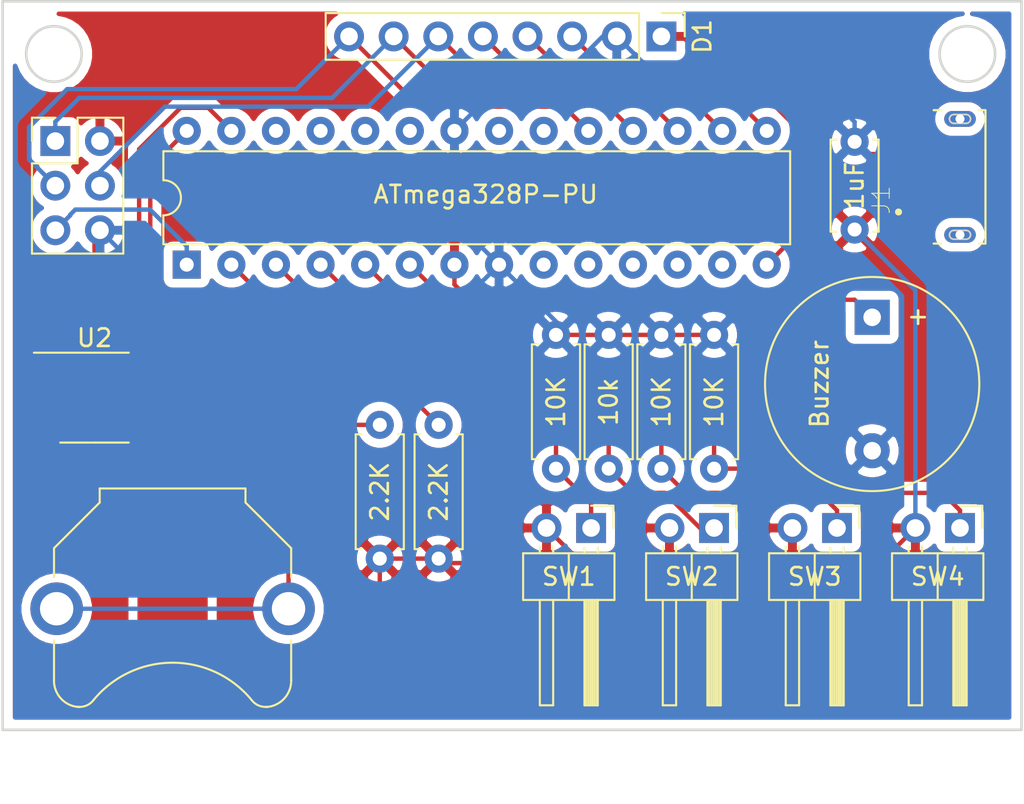
<source format=kicad_pcb>
(kicad_pcb (version 20171130) (host pcbnew 5.1.6)

  (general
    (thickness 1.6)
    (drawings 8)
    (tracks 168)
    (zones 0)
    (modules 18)
    (nets 42)
  )

  (page A4)
  (title_block
    (title "Alarm PCB")
    (rev 1)
  )

  (layers
    (0 F.Cu signal)
    (31 B.Cu signal)
    (32 B.Adhes user)
    (33 F.Adhes user)
    (34 B.Paste user)
    (35 F.Paste user)
    (36 B.SilkS user)
    (37 F.SilkS user)
    (38 B.Mask user)
    (39 F.Mask user)
    (40 Dwgs.User user)
    (41 Cmts.User user)
    (42 Eco1.User user)
    (43 Eco2.User user)
    (44 Edge.Cuts user)
    (45 Margin user)
    (46 B.CrtYd user)
    (47 F.CrtYd user)
    (48 B.Fab user)
    (49 F.Fab user)
  )

  (setup
    (last_trace_width 0.25)
    (trace_clearance 0.2)
    (zone_clearance 0.508)
    (zone_45_only no)
    (trace_min 0.2)
    (via_size 0.8)
    (via_drill 0.4)
    (via_min_size 0.4)
    (via_min_drill 0.3)
    (uvia_size 0.3)
    (uvia_drill 0.1)
    (uvias_allowed no)
    (uvia_min_size 0.2)
    (uvia_min_drill 0.1)
    (edge_width 0.15)
    (segment_width 0.2)
    (pcb_text_width 0.3)
    (pcb_text_size 1.5 1.5)
    (mod_edge_width 0.15)
    (mod_text_size 1 1)
    (mod_text_width 0.15)
    (pad_size 1.524 1.524)
    (pad_drill 0.762)
    (pad_to_mask_clearance 0.051)
    (solder_mask_min_width 0.25)
    (aux_axis_origin 0 0)
    (visible_elements FFFFEF7F)
    (pcbplotparams
      (layerselection 0x010fc_ffffffff)
      (usegerberextensions false)
      (usegerberattributes false)
      (usegerberadvancedattributes false)
      (creategerberjobfile false)
      (excludeedgelayer true)
      (linewidth 0.100000)
      (plotframeref false)
      (viasonmask false)
      (mode 1)
      (useauxorigin false)
      (hpglpennumber 1)
      (hpglpenspeed 20)
      (hpglpendiameter 15.000000)
      (psnegative false)
      (psa4output false)
      (plotreference true)
      (plotvalue true)
      (plotinvisibletext false)
      (padsonsilk false)
      (subtractmaskfromsilk false)
      (outputformat 1)
      (mirror false)
      (drillshape 1)
      (scaleselection 1)
      (outputdirectory ""))
  )

  (net 0 "")
  (net 1 "Net-(U2-Pad1)")
  (net 2 "Net-(R1-Pad2)")
  (net 3 "Net-(R2-Pad2)")
  (net 4 "Net-(R3-Pad2)")
  (net 5 "Net-(R4-Pad2)")
  (net 6 "Net-(U1-Pad20)")
  (net 7 "Net-(U1-Pad21)")
  (net 8 "Net-(U1-Pad9)")
  (net 9 "Net-(U1-Pad23)")
  (net 10 "Net-(U1-Pad10)")
  (net 11 "Net-(U1-Pad24)")
  (net 12 "Net-(U1-Pad11)")
  (net 13 "Net-(U1-Pad25)")
  (net 14 "Net-(U1-Pad12)")
  (net 15 "Net-(U1-Pad26)")
  (net 16 "Net-(U1-Pad13)")
  (net 17 "Net-(BZ1-Pad1)")
  (net 18 "Net-(BT1-Pad1)")
  (net 19 "Net-(J1-Pad3)")
  (net 20 "Net-(J1-Pad4)")
  (net 21 "Net-(J1-Pad2)")
  (net 22 "Net-(D1-Pad4)")
  (net 23 "Net-(D1-Pad5)")
  (net 24 "Net-(D1-Pad6)")
  (net 25 "Net-(D1-Pad7)")
  (net 26 "Net-(D1-Pad8)")
  (net 27 "Net-(D1-Pad3)")
  (net 28 "Net-(J2-Pad5)")
  (net 29 "Net-(R5-Pad2)")
  (net 30 "Net-(BT1-Pad2)")
  (net 31 "Net-(R6-Pad2)")
  (net 32 "Net-(C1-Pad1)")
  (net 33 "Net-(J1-PadS1)")
  (net 34 "Net-(J2-Pad4)")
  (net 35 "Net-(J2-Pad3)")
  (net 36 "Net-(J2-Pad1)")
  (net 37 "Net-(U1-Pad14)")
  (net 38 "Net-(U1-Pad16)")
  (net 39 "Net-(U1-Pad15)")
  (net 40 "Net-(U2-Pad4)")
  (net 41 "Net-(U2-Pad3)")

  (net_class Default "This is the default net class."
    (clearance 0.2)
    (trace_width 0.25)
    (via_dia 0.8)
    (via_drill 0.4)
    (uvia_dia 0.3)
    (uvia_drill 0.1)
    (add_net "Net-(BT1-Pad1)")
    (add_net "Net-(BT1-Pad2)")
    (add_net "Net-(BZ1-Pad1)")
    (add_net "Net-(C1-Pad1)")
    (add_net "Net-(D1-Pad3)")
    (add_net "Net-(D1-Pad4)")
    (add_net "Net-(D1-Pad5)")
    (add_net "Net-(D1-Pad6)")
    (add_net "Net-(D1-Pad7)")
    (add_net "Net-(D1-Pad8)")
    (add_net "Net-(J1-Pad2)")
    (add_net "Net-(J1-Pad3)")
    (add_net "Net-(J1-Pad4)")
    (add_net "Net-(J1-PadS1)")
    (add_net "Net-(J2-Pad1)")
    (add_net "Net-(J2-Pad3)")
    (add_net "Net-(J2-Pad4)")
    (add_net "Net-(J2-Pad5)")
    (add_net "Net-(R1-Pad2)")
    (add_net "Net-(R2-Pad2)")
    (add_net "Net-(R3-Pad2)")
    (add_net "Net-(R4-Pad2)")
    (add_net "Net-(R5-Pad2)")
    (add_net "Net-(R6-Pad2)")
    (add_net "Net-(U1-Pad10)")
    (add_net "Net-(U1-Pad11)")
    (add_net "Net-(U1-Pad12)")
    (add_net "Net-(U1-Pad13)")
    (add_net "Net-(U1-Pad14)")
    (add_net "Net-(U1-Pad15)")
    (add_net "Net-(U1-Pad16)")
    (add_net "Net-(U1-Pad20)")
    (add_net "Net-(U1-Pad21)")
    (add_net "Net-(U1-Pad23)")
    (add_net "Net-(U1-Pad24)")
    (add_net "Net-(U1-Pad25)")
    (add_net "Net-(U1-Pad26)")
    (add_net "Net-(U1-Pad9)")
    (add_net "Net-(U2-Pad1)")
    (add_net "Net-(U2-Pad3)")
    (add_net "Net-(U2-Pad4)")
  )

  (module Battery:BatteryHolder_Keystone_3001_1x12mm (layer F.Cu) (tedit 5C4A7A15) (tstamp 5C40E360)
    (at 130.175 104.1)
    (descr http://www.keyelco.com/product-pdf.cfm?p=778)
    (tags "Keystone type 3001 coin cell retainer")
    (path /5C3CF090)
    (fp_text reference BT1 (at 0 -8) (layer F.SilkS) hide
      (effects (font (size 1 1) (thickness 0.15)))
    )
    (fp_text value Battery_Cell (at -0.1 -3.6) (layer F.Fab) hide
      (effects (font (size 1 1) (thickness 0.15)))
    )
    (fp_line (start -4 -6.7) (end 4 -6.7) (layer F.Fab) (width 0.1))
    (fp_line (start -4 -6.7) (end -4 -6) (layer F.Fab) (width 0.1))
    (fp_line (start 4 -6.7) (end 4 -6) (layer F.Fab) (width 0.1))
    (fp_line (start -4 -6) (end -6.6 -3.4) (layer F.Fab) (width 0.1))
    (fp_line (start 4 -6) (end 6.6 -3.4) (layer F.Fab) (width 0.1))
    (fp_line (start -6.6 -3.4) (end -6.6 4.1) (layer F.Fab) (width 0.1))
    (fp_line (start 6.6 -3.4) (end 6.6 4.1) (layer F.Fab) (width 0.1))
    (fp_line (start 6.75 -3.45) (end 6.75 -1.8) (layer F.SilkS) (width 0.12))
    (fp_line (start 4.15 -6.05) (end 6.75 -3.45) (layer F.SilkS) (width 0.12))
    (fp_line (start 4.15 -6.85) (end 4.15 -6.05) (layer F.SilkS) (width 0.12))
    (fp_line (start -4.15 -6.85) (end 4.15 -6.85) (layer F.SilkS) (width 0.12))
    (fp_line (start -4.15 -6.05) (end -4.15 -6.85) (layer F.SilkS) (width 0.12))
    (fp_line (start -6.75 -3.45) (end -4.15 -6.05) (layer F.SilkS) (width 0.12))
    (fp_line (start -6.75 -1.8) (end -6.75 -3.45) (layer F.SilkS) (width 0.12))
    (fp_line (start -7.25 -1.95) (end -7.25 -3.8) (layer F.CrtYd) (width 0.05))
    (fp_line (start -7.25 -3.8) (end -4.65 -6.4) (layer F.CrtYd) (width 0.05))
    (fp_line (start -4.65 -6.4) (end -4.65 -7.35) (layer F.CrtYd) (width 0.05))
    (fp_line (start -4.65 -7.35) (end 4.65 -7.35) (layer F.CrtYd) (width 0.05))
    (fp_line (start 4.65 -6.4) (end 4.65 -7.35) (layer F.CrtYd) (width 0.05))
    (fp_line (start 7.25 -3.8) (end 4.65 -6.4) (layer F.CrtYd) (width 0.05))
    (fp_line (start 7.25 -1.95) (end 7.25 -3.8) (layer F.CrtYd) (width 0.05))
    (fp_line (start -6.75 1.8) (end -6.75 4.1) (layer F.SilkS) (width 0.12))
    (fp_line (start 6.75 1.8) (end 6.75 4.1) (layer F.SilkS) (width 0.12))
    (fp_line (start 7.25 1.95) (end 7.25 4.1) (layer F.CrtYd) (width 0.05))
    (fp_line (start -7.25 1.95) (end -7.25 4.1) (layer F.CrtYd) (width 0.05))
    (fp_circle (center 0 0) (end 0 6.25) (layer Dwgs.User) (width 0.15))
    (fp_arc (start -5.25 4.1) (end -5.3 5.45) (angle 90) (layer F.Fab) (width 0.1))
    (fp_arc (start 5.25 4.1) (end 5.3 5.45) (angle -90) (layer F.Fab) (width 0.1))
    (fp_arc (start -5.25 4.1) (end -5.3 6.1) (angle 90) (layer F.CrtYd) (width 0.05))
    (fp_arc (start -5.25 4.1) (end -5.3 5.6) (angle 90) (layer F.SilkS) (width 0.12))
    (fp_arc (start 5.25 4.1) (end 5.3 5.6) (angle -90) (layer F.SilkS) (width 0.12))
    (fp_arc (start 0 8.9) (end -4.6 5.1) (angle 101) (layer F.Fab) (width 0.1))
    (fp_arc (start -5.29 4.6) (end -4.6 5.1) (angle 60) (layer F.Fab) (width 0.1))
    (fp_arc (start 5.29 4.6) (end 4.6 5.1) (angle -60) (layer F.Fab) (width 0.1))
    (fp_arc (start 0 8.9) (end -4.5 5.2) (angle 101) (layer F.SilkS) (width 0.12))
    (fp_arc (start -5.29 4.6) (end -4.5 5.2) (angle 60) (layer F.SilkS) (width 0.12))
    (fp_arc (start 5.29 4.6) (end 4.5 5.2) (angle -60) (layer F.SilkS) (width 0.12))
    (fp_arc (start -6.6 0) (end -7.25 1.95) (angle 143) (layer F.CrtYd) (width 0.05))
    (fp_arc (start 6.6 0) (end 7.25 1.95) (angle -143) (layer F.CrtYd) (width 0.05))
    (fp_arc (start -5.29 4.6) (end -4.22 5.65) (angle 54.1) (layer F.CrtYd) (width 0.05))
    (fp_arc (start 5.29 4.6) (end 4.22 5.65) (angle -54.1) (layer F.CrtYd) (width 0.05))
    (fp_arc (start 5.25 4.1) (end 5.3 6.1) (angle -90) (layer F.CrtYd) (width 0.05))
    (fp_arc (start 0 0) (end 0 6.75) (angle -36.6) (layer F.CrtYd) (width 0.05))
    (fp_arc (start 0.11 9.15) (end -4.22 5.65) (angle 3.1) (layer F.CrtYd) (width 0.05))
    (fp_arc (start 0.11 9.15) (end 4.22 5.65) (angle -3.1) (layer F.CrtYd) (width 0.05))
    (fp_arc (start 0 0) (end 0 6.75) (angle 36.6) (layer F.CrtYd) (width 0.05))
    (fp_text user %R (at 0 0) (layer F.Fab)
      (effects (font (size 1 1) (thickness 0.15)))
    )
    (pad 2 smd rect (at 0 0) (size 4 4) (layers F.Cu F.Mask)
      (net 30 "Net-(BT1-Pad2)"))
    (pad 1 thru_hole circle (at 6.6 0) (size 3 3) (drill 1.9) (layers *.Cu *.Mask)
      (net 18 "Net-(BT1-Pad1)"))
    (pad 1 thru_hole circle (at -6.6 0) (size 3 3) (drill 1.9) (layers *.Cu *.Mask)
      (net 18 "Net-(BT1-Pad1)"))
    (model ${KISYS3DMOD}/Battery.3dshapes/BatteryHolder_Keystone_3001_1x12mm.wrl
      (at (xyz 0 0 0))
      (scale (xyz 1 1 1))
      (rotate (xyz 0 0 0))
    )
  )

  (module Package_SO:SOIC-8_3.9x4.9mm_P1.27mm (layer F.Cu) (tedit 5D9F72B1) (tstamp 5EC186FE)
    (at 125.73 92.075)
    (descr "SOIC, 8 Pin (JEDEC MS-012AA, https://www.analog.com/media/en/package-pcb-resources/package/pkg_pdf/soic_narrow-r/r_8.pdf), generated with kicad-footprint-generator ipc_gullwing_generator.py")
    (tags "SOIC SO")
    (path /5EC2DBD1)
    (attr smd)
    (fp_text reference U2 (at 0 -3.4) (layer F.SilkS)
      (effects (font (size 1 1) (thickness 0.15)))
    )
    (fp_text value DS3231MZ (at 0 3.4) (layer F.Fab)
      (effects (font (size 1 1) (thickness 0.15)))
    )
    (fp_line (start 3.7 -2.7) (end -3.7 -2.7) (layer F.CrtYd) (width 0.05))
    (fp_line (start 3.7 2.7) (end 3.7 -2.7) (layer F.CrtYd) (width 0.05))
    (fp_line (start -3.7 2.7) (end 3.7 2.7) (layer F.CrtYd) (width 0.05))
    (fp_line (start -3.7 -2.7) (end -3.7 2.7) (layer F.CrtYd) (width 0.05))
    (fp_line (start -1.95 -1.475) (end -0.975 -2.45) (layer F.Fab) (width 0.1))
    (fp_line (start -1.95 2.45) (end -1.95 -1.475) (layer F.Fab) (width 0.1))
    (fp_line (start 1.95 2.45) (end -1.95 2.45) (layer F.Fab) (width 0.1))
    (fp_line (start 1.95 -2.45) (end 1.95 2.45) (layer F.Fab) (width 0.1))
    (fp_line (start -0.975 -2.45) (end 1.95 -2.45) (layer F.Fab) (width 0.1))
    (fp_line (start 0 -2.56) (end -3.45 -2.56) (layer F.SilkS) (width 0.12))
    (fp_line (start 0 -2.56) (end 1.95 -2.56) (layer F.SilkS) (width 0.12))
    (fp_line (start 0 2.56) (end -1.95 2.56) (layer F.SilkS) (width 0.12))
    (fp_line (start 0 2.56) (end 1.95 2.56) (layer F.SilkS) (width 0.12))
    (fp_text user %R (at 0 0) (layer F.Fab)
      (effects (font (size 0.98 0.98) (thickness 0.15)))
    )
    (pad 8 smd roundrect (at 2.475 -1.905) (size 1.95 0.6) (layers F.Cu F.Paste F.Mask) (roundrect_rratio 0.25)
      (net 31 "Net-(R6-Pad2)"))
    (pad 7 smd roundrect (at 2.475 -0.635) (size 1.95 0.6) (layers F.Cu F.Paste F.Mask) (roundrect_rratio 0.25)
      (net 29 "Net-(R5-Pad2)"))
    (pad 6 smd roundrect (at 2.475 0.635) (size 1.95 0.6) (layers F.Cu F.Paste F.Mask) (roundrect_rratio 0.25)
      (net 18 "Net-(BT1-Pad1)"))
    (pad 5 smd roundrect (at 2.475 1.905) (size 1.95 0.6) (layers F.Cu F.Paste F.Mask) (roundrect_rratio 0.25)
      (net 30 "Net-(BT1-Pad2)"))
    (pad 4 smd roundrect (at -2.475 1.905) (size 1.95 0.6) (layers F.Cu F.Paste F.Mask) (roundrect_rratio 0.25)
      (net 40 "Net-(U2-Pad4)"))
    (pad 3 smd roundrect (at -2.475 0.635) (size 1.95 0.6) (layers F.Cu F.Paste F.Mask) (roundrect_rratio 0.25)
      (net 41 "Net-(U2-Pad3)"))
    (pad 2 smd roundrect (at -2.475 -0.635) (size 1.95 0.6) (layers F.Cu F.Paste F.Mask) (roundrect_rratio 0.25)
      (net 32 "Net-(C1-Pad1)"))
    (pad 1 smd roundrect (at -2.475 -1.905) (size 1.95 0.6) (layers F.Cu F.Paste F.Mask) (roundrect_rratio 0.25)
      (net 1 "Net-(U2-Pad1)"))
    (model ${KISYS3DMOD}/Package_SO.3dshapes/SOIC-8_3.9x4.9mm_P1.27mm.wrl
      (at (xyz 0 0 0))
      (scale (xyz 1 1 1))
      (rotate (xyz 0 0 0))
    )
  )

  (module FCI_10118193-0001LF (layer F.Cu) (tedit 5C4A7E77) (tstamp 5C4A89B1)
    (at 175 79.5 90)
    (path /5C48473D)
    (attr smd)
    (fp_text reference J1 (at -1.31441 -4.48892 90) (layer F.SilkS)
      (effects (font (size 1 1) (thickness 0.05)))
    )
    (fp_text value 10118193-0001LF (at -0.71108 3.76872 90) (layer F.SilkS) hide
      (effects (font (size 1 1) (thickness 0.05)))
    )
    (fp_line (start -3.05 -0.35) (end -3.05 0.35) (layer Edge.Cuts) (width 0.1))
    (fp_line (start -3.55 0.35) (end -3.55 -0.35) (layer Edge.Cuts) (width 0.1))
    (fp_line (start 3.55 -0.35) (end 3.55 0.35) (layer Edge.Cuts) (width 0.1))
    (fp_line (start 3.05 0.35) (end 3.05 -0.35) (layer Edge.Cuts) (width 0.1))
    (fp_line (start -4.2 -3.6) (end -4.2 3) (layer Eco1.User) (width 0.05))
    (fp_line (start -4.2 3) (end 4.2 3) (layer Eco1.User) (width 0.05))
    (fp_line (start 4.2 3) (end 4.2 -3.6) (layer Eco1.User) (width 0.05))
    (fp_line (start 4.2 -3.6) (end -4.2 -3.6) (layer Eco1.User) (width 0.05))
    (fp_circle (center -2 -3.5) (end -1.9 -3.5) (layer F.SilkS) (width 0.2))
    (fp_line (start -3.8 1.45) (end 3.8 1.45) (layer F.SilkS) (width 0.127))
    (fp_line (start -3.8 -2.9) (end 3.8 -2.9) (layer Dwgs.User) (width 0.127))
    (fp_line (start 3.8 -2.9) (end 3.8 1.45) (layer Dwgs.User) (width 0.127))
    (fp_line (start 3.8 1.45) (end 3.8 2.15) (layer Dwgs.User) (width 0.127))
    (fp_line (start 3.8 2.15) (end -3.8 2.15) (layer Dwgs.User) (width 0.127))
    (fp_line (start -3.8 2.15) (end -3.8 2.1) (layer Dwgs.User) (width 0.127))
    (fp_line (start -3.8 2.1) (end -3.8 -2.9) (layer Dwgs.User) (width 0.127))
    (fp_line (start -3.93 2.5) (end -3.75 2.75) (layer Dwgs.User) (width 0.127))
    (fp_line (start -3.2 2.2) (end -3.2 2.75) (layer Dwgs.User) (width 0.127))
    (fp_line (start -3.2 2.75) (end 3.2 2.75) (layer Dwgs.User) (width 0.127))
    (fp_line (start 3.2 2.75) (end 3.2 2.2) (layer Dwgs.User) (width 0.127))
    (fp_line (start 3.93 2.5) (end 3.75 2.8) (layer Dwgs.User) (width 0.127))
    (fp_line (start -3.8 -1.5) (end -3.8 -1.1) (layer F.SilkS) (width 0.127))
    (fp_line (start 3.8 -1.1) (end 3.8 -1.5) (layer F.SilkS) (width 0.127))
    (fp_line (start -3.8 1.1) (end -3.8 1.4) (layer F.SilkS) (width 0.127))
    (fp_line (start 3.8 1.1) (end 3.8 1.4) (layer F.SilkS) (width 0.127))
    (fp_line (start 3.8 1.45) (end 6.15 1.45) (layer Dwgs.User) (width 0.127))
    (fp_arc (start -3.3 -0.35) (end -3.3 -0.6) (angle -90) (layer Edge.Cuts) (width 0.1))
    (fp_arc (start -3.3 -0.35) (end -3.05 -0.35) (angle -90) (layer Edge.Cuts) (width 0.1))
    (fp_arc (start -3.3 0.35) (end -3.3 0.6) (angle -90) (layer Edge.Cuts) (width 0.1))
    (fp_arc (start -3.3 0.35) (end -3.55 0.35) (angle -90) (layer Edge.Cuts) (width 0.1))
    (fp_arc (start 3.3 -0.35) (end 3.3 -0.6) (angle -90) (layer Edge.Cuts) (width 0.1))
    (fp_arc (start 3.3 -0.35) (end 3.55 -0.35) (angle -90) (layer Edge.Cuts) (width 0.1))
    (fp_arc (start 3.3 0.35) (end 3.3 0.6) (angle -90) (layer Edge.Cuts) (width 0.1))
    (fp_arc (start 3.3 0.35) (end 3.05 0.35) (angle -90) (layer Edge.Cuts) (width 0.1))
    (fp_arc (start -4.065 2.235) (end -3.93 2.5) (angle -90) (layer Dwgs.User) (width 0.127))
    (fp_arc (start -3.85 2.3) (end -3.4 2.2) (angle 90) (layer Dwgs.User) (width 0.127))
    (fp_arc (start 4.065 2.235) (end 3.93 2.5) (angle 90) (layer Dwgs.User) (width 0.127))
    (fp_arc (start 3.875 2.325) (end 3.4 2.2) (angle -90) (layer Dwgs.User) (width 0.127))
    (fp_text user PCB~END (at 4.75 1.3 90) (layer F.SilkS) hide
      (effects (font (size 1 1) (thickness 0.05)))
    )
    (pad 1 smd rect (at -1.3 -2.675 90) (size 0.4 1.35) (layers F.Cu F.Paste F.Mask)
      (net 32 "Net-(C1-Pad1)"))
    (pad 2 smd rect (at -0.65 -2.675 90) (size 0.4 1.35) (layers F.Cu F.Paste F.Mask)
      (net 21 "Net-(J1-Pad2)"))
    (pad 3 smd rect (at 0 -2.675 90) (size 0.4 1.35) (layers F.Cu F.Paste F.Mask)
      (net 19 "Net-(J1-Pad3)"))
    (pad 4 smd rect (at 0.65 -2.675 90) (size 0.4 1.35) (layers F.Cu F.Paste F.Mask)
      (net 20 "Net-(J1-Pad4)"))
    (pad 5 smd rect (at 1.3 -2.675 90) (size 0.4 1.35) (layers F.Cu F.Paste F.Mask)
      (net 30 "Net-(BT1-Pad2)"))
    (pad S1 smd rect (at -3.2 -2.45 90) (size 1.6 1.4) (layers F.Cu F.Paste F.Mask)
      (net 33 "Net-(J1-PadS1)"))
    (pad S2 smd rect (at 3.2 -2.45 90) (size 1.6 1.4) (layers F.Cu F.Paste F.Mask)
      (net 33 "Net-(J1-PadS1)"))
    (pad S4 smd rect (at -1.2 0 90) (size 1.9 1.9) (layers F.Cu F.Paste F.Mask)
      (net 33 "Net-(J1-PadS1)"))
    (pad S3 smd rect (at 1.2 0 90) (size 1.9 1.9) (layers F.Cu F.Paste F.Mask)
      (net 33 "Net-(J1-PadS1)"))
    (pad Hole np_thru_hole circle (at -3.3 0 90) (size 0.5 0.5) (drill 0.5) (layers *.Cu *.Mask F.SilkS))
    (pad Hole np_thru_hole circle (at 3.3 0 90) (size 0.5 0.5) (drill 0.5) (layers *.Cu *.Mask F.SilkS))
    (pad S5 thru_hole oval (at -3.3 0 180) (size 1.8 0.9) (drill 0.5) (layers *.Cu *.Mask)
      (net 33 "Net-(J1-PadS1)"))
    (pad S6 thru_hole oval (at 3.3 0 180) (size 1.8 0.9) (drill 0.5) (layers *.Cu *.Mask)
      (net 33 "Net-(J1-PadS1)"))
  )

  (module Connector_PinHeader_2.54mm:PinHeader_1x08_P2.54mm_Vertical (layer F.Cu) (tedit 5C4A6E05) (tstamp 5C4B2FD6)
    (at 158 71.5 270)
    (descr "Through hole straight pin header, 1x08, 2.54mm pitch, single row")
    (tags "Through hole pin header THT 1x08 2.54mm single row")
    (path /5C3D6524)
    (fp_text reference D1 (at 0 -2.33 270) (layer F.SilkS)
      (effects (font (size 1 1) (thickness 0.15)))
    )
    (fp_text value Nokia-5110 (at 3 8.5) (layer F.Fab)
      (effects (font (size 1 1) (thickness 0.15)))
    )
    (fp_line (start 1.8 -1.8) (end -1.8 -1.8) (layer F.CrtYd) (width 0.05))
    (fp_line (start 1.8 19.55) (end 1.8 -1.8) (layer F.CrtYd) (width 0.05))
    (fp_line (start -1.8 19.55) (end 1.8 19.55) (layer F.CrtYd) (width 0.05))
    (fp_line (start -1.8 -1.8) (end -1.8 19.55) (layer F.CrtYd) (width 0.05))
    (fp_line (start -1.33 -1.33) (end 0 -1.33) (layer F.SilkS) (width 0.12))
    (fp_line (start -1.33 0) (end -1.33 -1.33) (layer F.SilkS) (width 0.12))
    (fp_line (start -1.33 1.27) (end 1.33 1.27) (layer F.SilkS) (width 0.12))
    (fp_line (start 1.33 1.27) (end 1.33 19.11) (layer F.SilkS) (width 0.12))
    (fp_line (start -1.33 1.27) (end -1.33 19.11) (layer F.SilkS) (width 0.12))
    (fp_line (start -1.33 19.11) (end 1.33 19.11) (layer F.SilkS) (width 0.12))
    (fp_line (start -1.27 -0.635) (end -0.635 -1.27) (layer F.Fab) (width 0.1))
    (fp_line (start -1.27 19.05) (end -1.27 -0.635) (layer F.Fab) (width 0.1))
    (fp_line (start 1.27 19.05) (end -1.27 19.05) (layer F.Fab) (width 0.1))
    (fp_line (start 1.27 -1.27) (end 1.27 19.05) (layer F.Fab) (width 0.1))
    (fp_line (start -0.635 -1.27) (end 1.27 -1.27) (layer F.Fab) (width 0.1))
    (fp_text user %R (at 0 8.89) (layer F.Fab)
      (effects (font (size 1 1) (thickness 0.15)))
    )
    (pad 8 thru_hole oval (at 0 17.78 270) (size 1.7 1.7) (drill 1) (layers *.Cu *.Mask)
      (net 26 "Net-(D1-Pad8)"))
    (pad 7 thru_hole oval (at 0 15.24 270) (size 1.7 1.7) (drill 1) (layers *.Cu *.Mask)
      (net 25 "Net-(D1-Pad7)"))
    (pad 6 thru_hole oval (at 0 12.7 270) (size 1.7 1.7) (drill 1) (layers *.Cu *.Mask)
      (net 24 "Net-(D1-Pad6)"))
    (pad 5 thru_hole oval (at 0 10.16 270) (size 1.7 1.7) (drill 1) (layers *.Cu *.Mask)
      (net 23 "Net-(D1-Pad5)"))
    (pad 4 thru_hole oval (at 0 7.62 270) (size 1.7 1.7) (drill 1) (layers *.Cu *.Mask)
      (net 22 "Net-(D1-Pad4)"))
    (pad 3 thru_hole oval (at 0 5.08 270) (size 1.7 1.7) (drill 1) (layers *.Cu *.Mask)
      (net 27 "Net-(D1-Pad3)"))
    (pad 2 thru_hole oval (at 0 2.54 270) (size 1.7 1.7) (drill 1) (layers *.Cu *.Mask)
      (net 30 "Net-(BT1-Pad2)"))
    (pad 1 thru_hole rect (at 0 0 270) (size 1.7 1.7) (drill 1) (layers *.Cu *.Mask)
      (net 32 "Net-(C1-Pad1)"))
    (model ${KISYS3DMOD}/Connector_PinHeader_2.54mm.3dshapes/PinHeader_1x08_P2.54mm_Vertical.wrl
      (at (xyz 0 0 0))
      (scale (xyz 1 1 1))
      (rotate (xyz 0 0 0))
    )
  )

  (module Resistor_THT:R_Axial_DIN0207_L6.3mm_D2.5mm_P7.62mm_Horizontal (layer F.Cu) (tedit 5C4A7AC7) (tstamp 5C434F0F)
    (at 155 88.5 270)
    (descr "Resistor, Axial_DIN0207 series, Axial, Horizontal, pin pitch=7.62mm, 0.25W = 1/4W, length*diameter=6.3*2.5mm^2, http://cdn-reichelt.de/documents/datenblatt/B400/1_4W%23YAG.pdf")
    (tags "Resistor Axial_DIN0207 series Axial Horizontal pin pitch 7.62mm 0.25W = 1/4W length 6.3mm diameter 2.5mm")
    (path /5C3A88DA)
    (fp_text reference R2 (at -2.54 0 270) (layer F.SilkS) hide
      (effects (font (size 1 1) (thickness 0.15)))
    )
    (fp_text value 10k (at 3.81 0 270) (layer F.SilkS)
      (effects (font (size 1 1) (thickness 0.15)))
    )
    (fp_line (start 0.66 -1.25) (end 0.66 1.25) (layer F.Fab) (width 0.1))
    (fp_line (start 0.66 1.25) (end 6.96 1.25) (layer F.Fab) (width 0.1))
    (fp_line (start 6.96 1.25) (end 6.96 -1.25) (layer F.Fab) (width 0.1))
    (fp_line (start 6.96 -1.25) (end 0.66 -1.25) (layer F.Fab) (width 0.1))
    (fp_line (start 0 0) (end 0.66 0) (layer F.Fab) (width 0.1))
    (fp_line (start 7.62 0) (end 6.96 0) (layer F.Fab) (width 0.1))
    (fp_line (start 0.54 -1.04) (end 0.54 -1.37) (layer F.SilkS) (width 0.12))
    (fp_line (start 0.54 -1.37) (end 7.08 -1.37) (layer F.SilkS) (width 0.12))
    (fp_line (start 7.08 -1.37) (end 7.08 -1.04) (layer F.SilkS) (width 0.12))
    (fp_line (start 0.54 1.04) (end 0.54 1.37) (layer F.SilkS) (width 0.12))
    (fp_line (start 0.54 1.37) (end 7.08 1.37) (layer F.SilkS) (width 0.12))
    (fp_line (start 7.08 1.37) (end 7.08 1.04) (layer F.SilkS) (width 0.12))
    (fp_line (start -1.05 -1.5) (end -1.05 1.5) (layer F.CrtYd) (width 0.05))
    (fp_line (start -1.05 1.5) (end 8.67 1.5) (layer F.CrtYd) (width 0.05))
    (fp_line (start 8.67 1.5) (end 8.67 -1.5) (layer F.CrtYd) (width 0.05))
    (fp_line (start 8.67 -1.5) (end -1.05 -1.5) (layer F.CrtYd) (width 0.05))
    (fp_text user %R (at 3.81 0 270) (layer F.Fab) hide
      (effects (font (size 1 1) (thickness 0.15)))
    )
    (pad 1 thru_hole circle (at 0 0 270) (size 1.6 1.6) (drill 0.8) (layers *.Cu *.Mask)
      (net 30 "Net-(BT1-Pad2)"))
    (pad 2 thru_hole oval (at 7.62 0 270) (size 1.6 1.6) (drill 0.8) (layers *.Cu *.Mask)
      (net 3 "Net-(R2-Pad2)"))
    (model ${KISYS3DMOD}/Resistor_THT.3dshapes/R_Axial_DIN0207_L6.3mm_D2.5mm_P7.62mm_Horizontal.wrl
      (at (xyz 0 0 0))
      (scale (xyz 1 1 1))
      (rotate (xyz 0 0 0))
    )
  )

  (module Resistor_THT:R_Axial_DIN0207_L6.3mm_D2.5mm_P7.62mm_Horizontal (layer F.Cu) (tedit 5C4A7ADB) (tstamp 5C435212)
    (at 161 88.5 270)
    (descr "Resistor, Axial_DIN0207 series, Axial, Horizontal, pin pitch=7.62mm, 0.25W = 1/4W, length*diameter=6.3*2.5mm^2, http://cdn-reichelt.de/documents/datenblatt/B400/1_4W%23YAG.pdf")
    (tags "Resistor Axial_DIN0207 series Axial Horizontal pin pitch 7.62mm 0.25W = 1/4W length 6.3mm diameter 2.5mm")
    (path /5C3A8ED0)
    (fp_text reference R4 (at -2.54 0 270) (layer F.SilkS) hide
      (effects (font (size 1 1) (thickness 0.15)))
    )
    (fp_text value 10K (at 3.81 0 270) (layer F.SilkS)
      (effects (font (size 1 1) (thickness 0.15)))
    )
    (fp_line (start 0.66 -1.25) (end 0.66 1.25) (layer F.Fab) (width 0.1))
    (fp_line (start 0.66 1.25) (end 6.96 1.25) (layer F.Fab) (width 0.1))
    (fp_line (start 6.96 1.25) (end 6.96 -1.25) (layer F.Fab) (width 0.1))
    (fp_line (start 6.96 -1.25) (end 0.66 -1.25) (layer F.Fab) (width 0.1))
    (fp_line (start 0 0) (end 0.66 0) (layer F.Fab) (width 0.1))
    (fp_line (start 7.62 0) (end 6.96 0) (layer F.Fab) (width 0.1))
    (fp_line (start 0.54 -1.04) (end 0.54 -1.37) (layer F.SilkS) (width 0.12))
    (fp_line (start 0.54 -1.37) (end 7.08 -1.37) (layer F.SilkS) (width 0.12))
    (fp_line (start 7.08 -1.37) (end 7.08 -1.04) (layer F.SilkS) (width 0.12))
    (fp_line (start 0.54 1.04) (end 0.54 1.37) (layer F.SilkS) (width 0.12))
    (fp_line (start 0.54 1.37) (end 7.08 1.37) (layer F.SilkS) (width 0.12))
    (fp_line (start 7.08 1.37) (end 7.08 1.04) (layer F.SilkS) (width 0.12))
    (fp_line (start -1.05 -1.5) (end -1.05 1.5) (layer F.CrtYd) (width 0.05))
    (fp_line (start -1.05 1.5) (end 8.67 1.5) (layer F.CrtYd) (width 0.05))
    (fp_line (start 8.67 1.5) (end 8.67 -1.5) (layer F.CrtYd) (width 0.05))
    (fp_line (start 8.67 -1.5) (end -1.05 -1.5) (layer F.CrtYd) (width 0.05))
    (fp_text user %R (at 3.81 0 270) (layer F.Fab) hide
      (effects (font (size 1 1) (thickness 0.15)))
    )
    (pad 1 thru_hole circle (at 0 0 270) (size 1.6 1.6) (drill 0.8) (layers *.Cu *.Mask)
      (net 30 "Net-(BT1-Pad2)"))
    (pad 2 thru_hole oval (at 7.62 0 270) (size 1.6 1.6) (drill 0.8) (layers *.Cu *.Mask)
      (net 5 "Net-(R4-Pad2)"))
    (model ${KISYS3DMOD}/Resistor_THT.3dshapes/R_Axial_DIN0207_L6.3mm_D2.5mm_P7.62mm_Horizontal.wrl
      (at (xyz 0 0 0))
      (scale (xyz 1 1 1))
      (rotate (xyz 0 0 0))
    )
  )

  (module Resistor_THT:R_Axial_DIN0207_L6.3mm_D2.5mm_P7.62mm_Horizontal (layer F.Cu) (tedit 5C4A7AC2) (tstamp 5C4B6CA7)
    (at 152 88.5 270)
    (descr "Resistor, Axial_DIN0207 series, Axial, Horizontal, pin pitch=7.62mm, 0.25W = 1/4W, length*diameter=6.3*2.5mm^2, http://cdn-reichelt.de/documents/datenblatt/B400/1_4W%23YAG.pdf")
    (tags "Resistor Axial_DIN0207 series Axial Horizontal pin pitch 7.62mm 0.25W = 1/4W length 6.3mm diameter 2.5mm")
    (path /5C3A54FA)
    (fp_text reference R1 (at -2.54 0 270) (layer F.SilkS) hide
      (effects (font (size 1 1) (thickness 0.15)))
    )
    (fp_text value 10K (at 3.81 0 270) (layer F.SilkS)
      (effects (font (size 1 1) (thickness 0.15)))
    )
    (fp_line (start 0.66 -1.25) (end 0.66 1.25) (layer F.Fab) (width 0.1))
    (fp_line (start 0.66 1.25) (end 6.96 1.25) (layer F.Fab) (width 0.1))
    (fp_line (start 6.96 1.25) (end 6.96 -1.25) (layer F.Fab) (width 0.1))
    (fp_line (start 6.96 -1.25) (end 0.66 -1.25) (layer F.Fab) (width 0.1))
    (fp_line (start 0 0) (end 0.66 0) (layer F.Fab) (width 0.1))
    (fp_line (start 7.62 0) (end 6.96 0) (layer F.Fab) (width 0.1))
    (fp_line (start 0.54 -1.04) (end 0.54 -1.37) (layer F.SilkS) (width 0.12))
    (fp_line (start 0.54 -1.37) (end 7.08 -1.37) (layer F.SilkS) (width 0.12))
    (fp_line (start 7.08 -1.37) (end 7.08 -1.04) (layer F.SilkS) (width 0.12))
    (fp_line (start 0.54 1.04) (end 0.54 1.37) (layer F.SilkS) (width 0.12))
    (fp_line (start 0.54 1.37) (end 7.08 1.37) (layer F.SilkS) (width 0.12))
    (fp_line (start 7.08 1.37) (end 7.08 1.04) (layer F.SilkS) (width 0.12))
    (fp_line (start -1.05 -1.5) (end -1.05 1.5) (layer F.CrtYd) (width 0.05))
    (fp_line (start -1.05 1.5) (end 8.67 1.5) (layer F.CrtYd) (width 0.05))
    (fp_line (start 8.67 1.5) (end 8.67 -1.5) (layer F.CrtYd) (width 0.05))
    (fp_line (start 8.67 -1.5) (end -1.05 -1.5) (layer F.CrtYd) (width 0.05))
    (fp_text user %R (at 3.81 0 270) (layer F.Fab) hide
      (effects (font (size 1 1) (thickness 0.15)))
    )
    (pad 1 thru_hole circle (at 0 0 270) (size 1.6 1.6) (drill 0.8) (layers *.Cu *.Mask)
      (net 30 "Net-(BT1-Pad2)"))
    (pad 2 thru_hole oval (at 7.62 0 270) (size 1.6 1.6) (drill 0.8) (layers *.Cu *.Mask)
      (net 2 "Net-(R1-Pad2)"))
    (model ${KISYS3DMOD}/Resistor_THT.3dshapes/R_Axial_DIN0207_L6.3mm_D2.5mm_P7.62mm_Horizontal.wrl
      (at (xyz 0 0 0))
      (scale (xyz 1 1 1))
      (rotate (xyz 0 0 0))
    )
  )

  (module Resistor_THT:R_Axial_DIN0207_L6.3mm_D2.5mm_P7.62mm_Horizontal (layer F.Cu) (tedit 5C4A7AD8) (tstamp 5C435132)
    (at 158 88.5 270)
    (descr "Resistor, Axial_DIN0207 series, Axial, Horizontal, pin pitch=7.62mm, 0.25W = 1/4W, length*diameter=6.3*2.5mm^2, http://cdn-reichelt.de/documents/datenblatt/B400/1_4W%23YAG.pdf")
    (tags "Resistor Axial_DIN0207 series Axial Horizontal pin pitch 7.62mm 0.25W = 1/4W length 6.3mm diameter 2.5mm")
    (path /5C3A8EB6)
    (fp_text reference R3 (at -2.54 0 270) (layer F.SilkS) hide
      (effects (font (size 1 1) (thickness 0.15)))
    )
    (fp_text value 10K (at 3.81 0 270) (layer F.SilkS)
      (effects (font (size 1 1) (thickness 0.15)))
    )
    (fp_line (start 0.66 -1.25) (end 0.66 1.25) (layer F.Fab) (width 0.1))
    (fp_line (start 0.66 1.25) (end 6.96 1.25) (layer F.Fab) (width 0.1))
    (fp_line (start 6.96 1.25) (end 6.96 -1.25) (layer F.Fab) (width 0.1))
    (fp_line (start 6.96 -1.25) (end 0.66 -1.25) (layer F.Fab) (width 0.1))
    (fp_line (start 0 0) (end 0.66 0) (layer F.Fab) (width 0.1))
    (fp_line (start 7.62 0) (end 6.96 0) (layer F.Fab) (width 0.1))
    (fp_line (start 0.54 -1.04) (end 0.54 -1.37) (layer F.SilkS) (width 0.12))
    (fp_line (start 0.54 -1.37) (end 7.08 -1.37) (layer F.SilkS) (width 0.12))
    (fp_line (start 7.08 -1.37) (end 7.08 -1.04) (layer F.SilkS) (width 0.12))
    (fp_line (start 0.54 1.04) (end 0.54 1.37) (layer F.SilkS) (width 0.12))
    (fp_line (start 0.54 1.37) (end 7.08 1.37) (layer F.SilkS) (width 0.12))
    (fp_line (start 7.08 1.37) (end 7.08 1.04) (layer F.SilkS) (width 0.12))
    (fp_line (start -1.05 -1.5) (end -1.05 1.5) (layer F.CrtYd) (width 0.05))
    (fp_line (start -1.05 1.5) (end 8.67 1.5) (layer F.CrtYd) (width 0.05))
    (fp_line (start 8.67 1.5) (end 8.67 -1.5) (layer F.CrtYd) (width 0.05))
    (fp_line (start 8.67 -1.5) (end -1.05 -1.5) (layer F.CrtYd) (width 0.05))
    (fp_text user %R (at 3.81 0 270) (layer F.Fab) hide
      (effects (font (size 1 1) (thickness 0.15)))
    )
    (pad 1 thru_hole circle (at 0 0 270) (size 1.6 1.6) (drill 0.8) (layers *.Cu *.Mask)
      (net 30 "Net-(BT1-Pad2)"))
    (pad 2 thru_hole oval (at 7.62 0 270) (size 1.6 1.6) (drill 0.8) (layers *.Cu *.Mask)
      (net 4 "Net-(R3-Pad2)"))
    (model ${KISYS3DMOD}/Resistor_THT.3dshapes/R_Axial_DIN0207_L6.3mm_D2.5mm_P7.62mm_Horizontal.wrl
      (at (xyz 0 0 0))
      (scale (xyz 1 1 1))
      (rotate (xyz 0 0 0))
    )
  )

  (module Resistor_THT:R_Axial_DIN0207_L6.3mm_D2.5mm_P7.62mm_Horizontal locked (layer F.Cu) (tedit 5C4A7AEC) (tstamp 5C4B5A9C)
    (at 145.32 101.245 90)
    (descr "Resistor, Axial_DIN0207 series, Axial, Horizontal, pin pitch=7.62mm, 0.25W = 1/4W, length*diameter=6.3*2.5mm^2, http://cdn-reichelt.de/documents/datenblatt/B400/1_4W%23YAG.pdf")
    (tags "Resistor Axial_DIN0207 series Axial Horizontal pin pitch 7.62mm 0.25W = 1/4W length 6.3mm diameter 2.5mm")
    (path /5C3DB39E)
    (fp_text reference R6 (at 3.81 -2.37 90) (layer F.SilkS) hide
      (effects (font (size 1 1) (thickness 0.15)))
    )
    (fp_text value 2.2K (at 3.81 0 90) (layer F.SilkS)
      (effects (font (size 1 1) (thickness 0.15)))
    )
    (fp_line (start 8.67 -1.5) (end -1.05 -1.5) (layer F.CrtYd) (width 0.05))
    (fp_line (start 8.67 1.5) (end 8.67 -1.5) (layer F.CrtYd) (width 0.05))
    (fp_line (start -1.05 1.5) (end 8.67 1.5) (layer F.CrtYd) (width 0.05))
    (fp_line (start -1.05 -1.5) (end -1.05 1.5) (layer F.CrtYd) (width 0.05))
    (fp_line (start 7.08 1.37) (end 7.08 1.04) (layer F.SilkS) (width 0.12))
    (fp_line (start 0.54 1.37) (end 7.08 1.37) (layer F.SilkS) (width 0.12))
    (fp_line (start 0.54 1.04) (end 0.54 1.37) (layer F.SilkS) (width 0.12))
    (fp_line (start 7.08 -1.37) (end 7.08 -1.04) (layer F.SilkS) (width 0.12))
    (fp_line (start 0.54 -1.37) (end 7.08 -1.37) (layer F.SilkS) (width 0.12))
    (fp_line (start 0.54 -1.04) (end 0.54 -1.37) (layer F.SilkS) (width 0.12))
    (fp_line (start 7.62 0) (end 6.96 0) (layer F.Fab) (width 0.1))
    (fp_line (start 0 0) (end 0.66 0) (layer F.Fab) (width 0.1))
    (fp_line (start 6.96 -1.25) (end 0.66 -1.25) (layer F.Fab) (width 0.1))
    (fp_line (start 6.96 1.25) (end 6.96 -1.25) (layer F.Fab) (width 0.1))
    (fp_line (start 0.66 1.25) (end 6.96 1.25) (layer F.Fab) (width 0.1))
    (fp_line (start 0.66 -1.25) (end 0.66 1.25) (layer F.Fab) (width 0.1))
    (fp_text user %R (at 3.81 0 90) (layer F.Fab) hide
      (effects (font (size 1 1) (thickness 0.15)))
    )
    (pad 2 thru_hole oval (at 7.62 0 90) (size 1.6 1.6) (drill 0.8) (layers *.Cu *.Mask)
      (net 31 "Net-(R6-Pad2)"))
    (pad 1 thru_hole circle (at 0 0 90) (size 1.6 1.6) (drill 0.8) (layers *.Cu *.Mask)
      (net 32 "Net-(C1-Pad1)"))
    (model ${KISYS3DMOD}/Resistor_THT.3dshapes/R_Axial_DIN0207_L6.3mm_D2.5mm_P7.62mm_Horizontal.wrl
      (at (xyz 0 0 0))
      (scale (xyz 1 1 1))
      (rotate (xyz 0 0 0))
    )
  )

  (module Resistor_THT:R_Axial_DIN0207_L6.3mm_D2.5mm_P7.62mm_Horizontal locked (layer F.Cu) (tedit 5C4A7A6E) (tstamp 5C4BBFAC)
    (at 141.97 101.245 90)
    (descr "Resistor, Axial_DIN0207 series, Axial, Horizontal, pin pitch=7.62mm, 0.25W = 1/4W, length*diameter=6.3*2.5mm^2, http://cdn-reichelt.de/documents/datenblatt/B400/1_4W%23YAG.pdf")
    (tags "Resistor Axial_DIN0207 series Axial Horizontal pin pitch 7.62mm 0.25W = 1/4W length 6.3mm diameter 2.5mm")
    (path /5C3DB18D)
    (fp_text reference R5 (at 3.81 -2.37 90) (layer F.SilkS) hide
      (effects (font (size 1 1) (thickness 0.15)))
    )
    (fp_text value 2.2K (at 3.81 0 90) (layer F.SilkS)
      (effects (font (size 1 1) (thickness 0.15)))
    )
    (fp_line (start 8.67 -1.5) (end -1.05 -1.5) (layer F.CrtYd) (width 0.05))
    (fp_line (start 8.67 1.5) (end 8.67 -1.5) (layer F.CrtYd) (width 0.05))
    (fp_line (start -1.05 1.5) (end 8.67 1.5) (layer F.CrtYd) (width 0.05))
    (fp_line (start -1.05 -1.5) (end -1.05 1.5) (layer F.CrtYd) (width 0.05))
    (fp_line (start 7.08 1.37) (end 7.08 1.04) (layer F.SilkS) (width 0.12))
    (fp_line (start 0.54 1.37) (end 7.08 1.37) (layer F.SilkS) (width 0.12))
    (fp_line (start 0.54 1.04) (end 0.54 1.37) (layer F.SilkS) (width 0.12))
    (fp_line (start 7.08 -1.37) (end 7.08 -1.04) (layer F.SilkS) (width 0.12))
    (fp_line (start 0.54 -1.37) (end 7.08 -1.37) (layer F.SilkS) (width 0.12))
    (fp_line (start 0.54 -1.04) (end 0.54 -1.37) (layer F.SilkS) (width 0.12))
    (fp_line (start 7.62 0) (end 6.96 0) (layer F.Fab) (width 0.1))
    (fp_line (start 0 0) (end 0.66 0) (layer F.Fab) (width 0.1))
    (fp_line (start 6.96 -1.25) (end 0.66 -1.25) (layer F.Fab) (width 0.1))
    (fp_line (start 6.96 1.25) (end 6.96 -1.25) (layer F.Fab) (width 0.1))
    (fp_line (start 0.66 1.25) (end 6.96 1.25) (layer F.Fab) (width 0.1))
    (fp_line (start 0.66 -1.25) (end 0.66 1.25) (layer F.Fab) (width 0.1))
    (fp_text user %R (at 3.81 0 90) (layer F.Fab) hide
      (effects (font (size 1 1) (thickness 0.15)))
    )
    (pad 2 thru_hole oval (at 7.62 0 90) (size 1.6 1.6) (drill 0.8) (layers *.Cu *.Mask)
      (net 29 "Net-(R5-Pad2)"))
    (pad 1 thru_hole circle (at 0 0 90) (size 1.6 1.6) (drill 0.8) (layers *.Cu *.Mask)
      (net 32 "Net-(C1-Pad1)"))
    (model ${KISYS3DMOD}/Resistor_THT.3dshapes/R_Axial_DIN0207_L6.3mm_D2.5mm_P7.62mm_Horizontal.wrl
      (at (xyz 0 0 0))
      (scale (xyz 1 1 1))
      (rotate (xyz 0 0 0))
    )
  )

  (module Capacitor_THT:C_Disc_D5.0mm_W2.5mm_P5.00mm (layer F.Cu) (tedit 5C4A7AE4) (tstamp 5C4B86FD)
    (at 169 82.5 90)
    (descr "C, Disc series, Radial, pin pitch=5.00mm, , diameter*width=5*2.5mm^2, Capacitor, http://cdn-reichelt.de/documents/datenblatt/B300/DS_KERKO_TC.pdf")
    (tags "C Disc series Radial pin pitch 5.00mm  diameter 5mm width 2.5mm Capacitor")
    (path /5C4A78CE)
    (fp_text reference C1 (at 2.5 -2.5 90) (layer F.SilkS) hide
      (effects (font (size 1 1) (thickness 0.15)))
    )
    (fp_text value 1uF (at 2.5 0 90) (layer F.SilkS)
      (effects (font (size 1 1) (thickness 0.15)))
    )
    (fp_line (start 0 -1.25) (end 0 1.25) (layer F.Fab) (width 0.1))
    (fp_line (start 0 1.25) (end 5 1.25) (layer F.Fab) (width 0.1))
    (fp_line (start 5 1.25) (end 5 -1.25) (layer F.Fab) (width 0.1))
    (fp_line (start 5 -1.25) (end 0 -1.25) (layer F.Fab) (width 0.1))
    (fp_line (start -0.12 -1.37) (end 5.12 -1.37) (layer F.SilkS) (width 0.12))
    (fp_line (start -0.12 1.37) (end 5.12 1.37) (layer F.SilkS) (width 0.12))
    (fp_line (start -0.12 -1.37) (end -0.12 -1.055) (layer F.SilkS) (width 0.12))
    (fp_line (start -0.12 1.055) (end -0.12 1.37) (layer F.SilkS) (width 0.12))
    (fp_line (start 5.12 -1.37) (end 5.12 -1.055) (layer F.SilkS) (width 0.12))
    (fp_line (start 5.12 1.055) (end 5.12 1.37) (layer F.SilkS) (width 0.12))
    (fp_line (start -1.05 -1.5) (end -1.05 1.5) (layer F.CrtYd) (width 0.05))
    (fp_line (start -1.05 1.5) (end 6.05 1.5) (layer F.CrtYd) (width 0.05))
    (fp_line (start 6.05 1.5) (end 6.05 -1.5) (layer F.CrtYd) (width 0.05))
    (fp_line (start 6.05 -1.5) (end -1.05 -1.5) (layer F.CrtYd) (width 0.05))
    (fp_text user %R (at 2.5 0 90) (layer F.Fab) hide
      (effects (font (size 1 1) (thickness 0.15)))
    )
    (pad 1 thru_hole circle (at 0 0 90) (size 1.6 1.6) (drill 0.8) (layers *.Cu *.Mask)
      (net 32 "Net-(C1-Pad1)"))
    (pad 2 thru_hole circle (at 5 0 90) (size 1.6 1.6) (drill 0.8) (layers *.Cu *.Mask)
      (net 30 "Net-(BT1-Pad2)"))
    (model ${KISYS3DMOD}/Capacitor_THT.3dshapes/C_Disc_D5.0mm_W2.5mm_P5.00mm.wrl
      (at (xyz 0 0 0))
      (scale (xyz 1 1 1))
      (rotate (xyz 0 0 0))
    )
  )

  (module Connector_PinHeader_2.54mm:PinHeader_1x02_P2.54mm_Horizontal (layer F.Cu) (tedit 5C4A7B08) (tstamp 5C4BECAC)
    (at 175 99.5 270)
    (descr "Through hole angled pin header, 1x02, 2.54mm pitch, 6mm pin length, single row")
    (tags "Through hole angled pin header THT 1x02 2.54mm single row")
    (path /5C3A8EC4)
    (fp_text reference SW4 (at 4.385 -2.27 270) (layer F.SilkS) hide
      (effects (font (size 1 1) (thickness 0.15)))
    )
    (fp_text value SW_Push (at 4.385 4.81 270) (layer F.Fab) hide
      (effects (font (size 1 1) (thickness 0.15)))
    )
    (fp_line (start 10.55 -1.8) (end -1.8 -1.8) (layer F.CrtYd) (width 0.05))
    (fp_line (start 10.55 4.35) (end 10.55 -1.8) (layer F.CrtYd) (width 0.05))
    (fp_line (start -1.8 4.35) (end 10.55 4.35) (layer F.CrtYd) (width 0.05))
    (fp_line (start -1.8 -1.8) (end -1.8 4.35) (layer F.CrtYd) (width 0.05))
    (fp_line (start -1.27 -1.27) (end 0 -1.27) (layer F.SilkS) (width 0.12))
    (fp_line (start -1.27 0) (end -1.27 -1.27) (layer F.SilkS) (width 0.12))
    (fp_line (start 1.042929 2.92) (end 1.44 2.92) (layer F.SilkS) (width 0.12))
    (fp_line (start 1.042929 2.16) (end 1.44 2.16) (layer F.SilkS) (width 0.12))
    (fp_line (start 10.1 2.92) (end 4.1 2.92) (layer F.SilkS) (width 0.12))
    (fp_line (start 10.1 2.16) (end 10.1 2.92) (layer F.SilkS) (width 0.12))
    (fp_line (start 4.1 2.16) (end 10.1 2.16) (layer F.SilkS) (width 0.12))
    (fp_line (start 1.44 1.27) (end 4.1 1.27) (layer F.SilkS) (width 0.12))
    (fp_line (start 1.11 0.38) (end 1.44 0.38) (layer F.SilkS) (width 0.12))
    (fp_line (start 1.11 -0.38) (end 1.44 -0.38) (layer F.SilkS) (width 0.12))
    (fp_line (start 4.1 0.28) (end 10.1 0.28) (layer F.SilkS) (width 0.12))
    (fp_line (start 4.1 0.16) (end 10.1 0.16) (layer F.SilkS) (width 0.12))
    (fp_line (start 4.1 0.04) (end 10.1 0.04) (layer F.SilkS) (width 0.12))
    (fp_line (start 4.1 -0.08) (end 10.1 -0.08) (layer F.SilkS) (width 0.12))
    (fp_line (start 4.1 -0.2) (end 10.1 -0.2) (layer F.SilkS) (width 0.12))
    (fp_line (start 4.1 -0.32) (end 10.1 -0.32) (layer F.SilkS) (width 0.12))
    (fp_line (start 10.1 0.38) (end 4.1 0.38) (layer F.SilkS) (width 0.12))
    (fp_line (start 10.1 -0.38) (end 10.1 0.38) (layer F.SilkS) (width 0.12))
    (fp_line (start 4.1 -0.38) (end 10.1 -0.38) (layer F.SilkS) (width 0.12))
    (fp_line (start 4.1 -1.33) (end 1.44 -1.33) (layer F.SilkS) (width 0.12))
    (fp_line (start 4.1 3.87) (end 4.1 -1.33) (layer F.SilkS) (width 0.12))
    (fp_line (start 1.44 3.87) (end 4.1 3.87) (layer F.SilkS) (width 0.12))
    (fp_line (start 1.44 -1.33) (end 1.44 3.87) (layer F.SilkS) (width 0.12))
    (fp_line (start 4.04 2.86) (end 10.04 2.86) (layer F.Fab) (width 0.1))
    (fp_line (start 10.04 2.22) (end 10.04 2.86) (layer F.Fab) (width 0.1))
    (fp_line (start 4.04 2.22) (end 10.04 2.22) (layer F.Fab) (width 0.1))
    (fp_line (start -0.32 2.86) (end 1.5 2.86) (layer F.Fab) (width 0.1))
    (fp_line (start -0.32 2.22) (end -0.32 2.86) (layer F.Fab) (width 0.1))
    (fp_line (start -0.32 2.22) (end 1.5 2.22) (layer F.Fab) (width 0.1))
    (fp_line (start 4.04 0.32) (end 10.04 0.32) (layer F.Fab) (width 0.1))
    (fp_line (start 10.04 -0.32) (end 10.04 0.32) (layer F.Fab) (width 0.1))
    (fp_line (start 4.04 -0.32) (end 10.04 -0.32) (layer F.Fab) (width 0.1))
    (fp_line (start -0.32 0.32) (end 1.5 0.32) (layer F.Fab) (width 0.1))
    (fp_line (start -0.32 -0.32) (end -0.32 0.32) (layer F.Fab) (width 0.1))
    (fp_line (start -0.32 -0.32) (end 1.5 -0.32) (layer F.Fab) (width 0.1))
    (fp_line (start 1.5 -0.635) (end 2.135 -1.27) (layer F.Fab) (width 0.1))
    (fp_line (start 1.5 3.81) (end 1.5 -0.635) (layer F.Fab) (width 0.1))
    (fp_line (start 4.04 3.81) (end 1.5 3.81) (layer F.Fab) (width 0.1))
    (fp_line (start 4.04 -1.27) (end 4.04 3.81) (layer F.Fab) (width 0.1))
    (fp_line (start 2.135 -1.27) (end 4.04 -1.27) (layer F.Fab) (width 0.1))
    (fp_text user %R (at 2.77 1.27) (layer F.SilkS)
      (effects (font (size 1 1) (thickness 0.15)))
    )
    (pad 2 thru_hole oval (at 0 2.54 270) (size 1.7 1.7) (drill 1) (layers *.Cu *.Mask)
      (net 32 "Net-(C1-Pad1)"))
    (pad 1 thru_hole rect (at 0 0 270) (size 1.7 1.7) (drill 1) (layers *.Cu *.Mask)
      (net 5 "Net-(R4-Pad2)"))
    (model ${KISYS3DMOD}/Connector_PinHeader_2.54mm.3dshapes/PinHeader_1x02_P2.54mm_Horizontal.wrl
      (at (xyz 0 0 0))
      (scale (xyz 1 1 1))
      (rotate (xyz 0 0 0))
    )
  )

  (module Connector_PinHeader_2.54mm:PinHeader_1x02_P2.54mm_Horizontal (layer F.Cu) (tedit 5C4A7B05) (tstamp 5C4BEC7A)
    (at 168 99.5 270)
    (descr "Through hole angled pin header, 1x02, 2.54mm pitch, 6mm pin length, single row")
    (tags "Through hole angled pin header THT 1x02 2.54mm single row")
    (path /5C3A8EAA)
    (fp_text reference SW3 (at 4.385 -2.27 270) (layer F.SilkS) hide
      (effects (font (size 1 1) (thickness 0.15)))
    )
    (fp_text value SW_Push (at 4.385 4.81 270) (layer F.Fab) hide
      (effects (font (size 1 1) (thickness 0.15)))
    )
    (fp_line (start 10.55 -1.8) (end -1.8 -1.8) (layer F.CrtYd) (width 0.05))
    (fp_line (start 10.55 4.35) (end 10.55 -1.8) (layer F.CrtYd) (width 0.05))
    (fp_line (start -1.8 4.35) (end 10.55 4.35) (layer F.CrtYd) (width 0.05))
    (fp_line (start -1.8 -1.8) (end -1.8 4.35) (layer F.CrtYd) (width 0.05))
    (fp_line (start -1.27 -1.27) (end 0 -1.27) (layer F.SilkS) (width 0.12))
    (fp_line (start -1.27 0) (end -1.27 -1.27) (layer F.SilkS) (width 0.12))
    (fp_line (start 1.042929 2.92) (end 1.44 2.92) (layer F.SilkS) (width 0.12))
    (fp_line (start 1.042929 2.16) (end 1.44 2.16) (layer F.SilkS) (width 0.12))
    (fp_line (start 10.1 2.92) (end 4.1 2.92) (layer F.SilkS) (width 0.12))
    (fp_line (start 10.1 2.16) (end 10.1 2.92) (layer F.SilkS) (width 0.12))
    (fp_line (start 4.1 2.16) (end 10.1 2.16) (layer F.SilkS) (width 0.12))
    (fp_line (start 1.44 1.27) (end 4.1 1.27) (layer F.SilkS) (width 0.12))
    (fp_line (start 1.11 0.38) (end 1.44 0.38) (layer F.SilkS) (width 0.12))
    (fp_line (start 1.11 -0.38) (end 1.44 -0.38) (layer F.SilkS) (width 0.12))
    (fp_line (start 4.1 0.28) (end 10.1 0.28) (layer F.SilkS) (width 0.12))
    (fp_line (start 4.1 0.16) (end 10.1 0.16) (layer F.SilkS) (width 0.12))
    (fp_line (start 4.1 0.04) (end 10.1 0.04) (layer F.SilkS) (width 0.12))
    (fp_line (start 4.1 -0.08) (end 10.1 -0.08) (layer F.SilkS) (width 0.12))
    (fp_line (start 4.1 -0.2) (end 10.1 -0.2) (layer F.SilkS) (width 0.12))
    (fp_line (start 4.1 -0.32) (end 10.1 -0.32) (layer F.SilkS) (width 0.12))
    (fp_line (start 10.1 0.38) (end 4.1 0.38) (layer F.SilkS) (width 0.12))
    (fp_line (start 10.1 -0.38) (end 10.1 0.38) (layer F.SilkS) (width 0.12))
    (fp_line (start 4.1 -0.38) (end 10.1 -0.38) (layer F.SilkS) (width 0.12))
    (fp_line (start 4.1 -1.33) (end 1.44 -1.33) (layer F.SilkS) (width 0.12))
    (fp_line (start 4.1 3.87) (end 4.1 -1.33) (layer F.SilkS) (width 0.12))
    (fp_line (start 1.44 3.87) (end 4.1 3.87) (layer F.SilkS) (width 0.12))
    (fp_line (start 1.44 -1.33) (end 1.44 3.87) (layer F.SilkS) (width 0.12))
    (fp_line (start 4.04 2.86) (end 10.04 2.86) (layer F.Fab) (width 0.1))
    (fp_line (start 10.04 2.22) (end 10.04 2.86) (layer F.Fab) (width 0.1))
    (fp_line (start 4.04 2.22) (end 10.04 2.22) (layer F.Fab) (width 0.1))
    (fp_line (start -0.32 2.86) (end 1.5 2.86) (layer F.Fab) (width 0.1))
    (fp_line (start -0.32 2.22) (end -0.32 2.86) (layer F.Fab) (width 0.1))
    (fp_line (start -0.32 2.22) (end 1.5 2.22) (layer F.Fab) (width 0.1))
    (fp_line (start 4.04 0.32) (end 10.04 0.32) (layer F.Fab) (width 0.1))
    (fp_line (start 10.04 -0.32) (end 10.04 0.32) (layer F.Fab) (width 0.1))
    (fp_line (start 4.04 -0.32) (end 10.04 -0.32) (layer F.Fab) (width 0.1))
    (fp_line (start -0.32 0.32) (end 1.5 0.32) (layer F.Fab) (width 0.1))
    (fp_line (start -0.32 -0.32) (end -0.32 0.32) (layer F.Fab) (width 0.1))
    (fp_line (start -0.32 -0.32) (end 1.5 -0.32) (layer F.Fab) (width 0.1))
    (fp_line (start 1.5 -0.635) (end 2.135 -1.27) (layer F.Fab) (width 0.1))
    (fp_line (start 1.5 3.81) (end 1.5 -0.635) (layer F.Fab) (width 0.1))
    (fp_line (start 4.04 3.81) (end 1.5 3.81) (layer F.Fab) (width 0.1))
    (fp_line (start 4.04 -1.27) (end 4.04 3.81) (layer F.Fab) (width 0.1))
    (fp_line (start 2.135 -1.27) (end 4.04 -1.27) (layer F.Fab) (width 0.1))
    (fp_text user %R (at 2.77 1.27) (layer F.SilkS)
      (effects (font (size 1 1) (thickness 0.15)))
    )
    (pad 2 thru_hole oval (at 0 2.54 270) (size 1.7 1.7) (drill 1) (layers *.Cu *.Mask)
      (net 32 "Net-(C1-Pad1)"))
    (pad 1 thru_hole rect (at 0 0 270) (size 1.7 1.7) (drill 1) (layers *.Cu *.Mask)
      (net 4 "Net-(R3-Pad2)"))
    (model ${KISYS3DMOD}/Connector_PinHeader_2.54mm.3dshapes/PinHeader_1x02_P2.54mm_Horizontal.wrl
      (at (xyz 0 0 0))
      (scale (xyz 1 1 1))
      (rotate (xyz 0 0 0))
    )
  )

  (module Connector_PinHeader_2.54mm:PinHeader_1x02_P2.54mm_Horizontal (layer F.Cu) (tedit 5C4A7B00) (tstamp 5C4BEC48)
    (at 161 99.5 270)
    (descr "Through hole angled pin header, 1x02, 2.54mm pitch, 6mm pin length, single row")
    (tags "Through hole angled pin header THT 1x02 2.54mm single row")
    (path /5C3A88CD)
    (fp_text reference SW2 (at 4.385 -2.27 270) (layer F.SilkS) hide
      (effects (font (size 1 1) (thickness 0.15)))
    )
    (fp_text value SW_Push (at 4.385 4.81 270) (layer F.Fab) hide
      (effects (font (size 1 1) (thickness 0.15)))
    )
    (fp_line (start 10.55 -1.8) (end -1.8 -1.8) (layer F.CrtYd) (width 0.05))
    (fp_line (start 10.55 4.35) (end 10.55 -1.8) (layer F.CrtYd) (width 0.05))
    (fp_line (start -1.8 4.35) (end 10.55 4.35) (layer F.CrtYd) (width 0.05))
    (fp_line (start -1.8 -1.8) (end -1.8 4.35) (layer F.CrtYd) (width 0.05))
    (fp_line (start -1.27 -1.27) (end 0 -1.27) (layer F.SilkS) (width 0.12))
    (fp_line (start -1.27 0) (end -1.27 -1.27) (layer F.SilkS) (width 0.12))
    (fp_line (start 1.042929 2.92) (end 1.44 2.92) (layer F.SilkS) (width 0.12))
    (fp_line (start 1.042929 2.16) (end 1.44 2.16) (layer F.SilkS) (width 0.12))
    (fp_line (start 10.1 2.92) (end 4.1 2.92) (layer F.SilkS) (width 0.12))
    (fp_line (start 10.1 2.16) (end 10.1 2.92) (layer F.SilkS) (width 0.12))
    (fp_line (start 4.1 2.16) (end 10.1 2.16) (layer F.SilkS) (width 0.12))
    (fp_line (start 1.44 1.27) (end 4.1 1.27) (layer F.SilkS) (width 0.12))
    (fp_line (start 1.11 0.38) (end 1.44 0.38) (layer F.SilkS) (width 0.12))
    (fp_line (start 1.11 -0.38) (end 1.44 -0.38) (layer F.SilkS) (width 0.12))
    (fp_line (start 4.1 0.28) (end 10.1 0.28) (layer F.SilkS) (width 0.12))
    (fp_line (start 4.1 0.16) (end 10.1 0.16) (layer F.SilkS) (width 0.12))
    (fp_line (start 4.1 0.04) (end 10.1 0.04) (layer F.SilkS) (width 0.12))
    (fp_line (start 4.1 -0.08) (end 10.1 -0.08) (layer F.SilkS) (width 0.12))
    (fp_line (start 4.1 -0.2) (end 10.1 -0.2) (layer F.SilkS) (width 0.12))
    (fp_line (start 4.1 -0.32) (end 10.1 -0.32) (layer F.SilkS) (width 0.12))
    (fp_line (start 10.1 0.38) (end 4.1 0.38) (layer F.SilkS) (width 0.12))
    (fp_line (start 10.1 -0.38) (end 10.1 0.38) (layer F.SilkS) (width 0.12))
    (fp_line (start 4.1 -0.38) (end 10.1 -0.38) (layer F.SilkS) (width 0.12))
    (fp_line (start 4.1 -1.33) (end 1.44 -1.33) (layer F.SilkS) (width 0.12))
    (fp_line (start 4.1 3.87) (end 4.1 -1.33) (layer F.SilkS) (width 0.12))
    (fp_line (start 1.44 3.87) (end 4.1 3.87) (layer F.SilkS) (width 0.12))
    (fp_line (start 1.44 -1.33) (end 1.44 3.87) (layer F.SilkS) (width 0.12))
    (fp_line (start 4.04 2.86) (end 10.04 2.86) (layer F.Fab) (width 0.1))
    (fp_line (start 10.04 2.22) (end 10.04 2.86) (layer F.Fab) (width 0.1))
    (fp_line (start 4.04 2.22) (end 10.04 2.22) (layer F.Fab) (width 0.1))
    (fp_line (start -0.32 2.86) (end 1.5 2.86) (layer F.Fab) (width 0.1))
    (fp_line (start -0.32 2.22) (end -0.32 2.86) (layer F.Fab) (width 0.1))
    (fp_line (start -0.32 2.22) (end 1.5 2.22) (layer F.Fab) (width 0.1))
    (fp_line (start 4.04 0.32) (end 10.04 0.32) (layer F.Fab) (width 0.1))
    (fp_line (start 10.04 -0.32) (end 10.04 0.32) (layer F.Fab) (width 0.1))
    (fp_line (start 4.04 -0.32) (end 10.04 -0.32) (layer F.Fab) (width 0.1))
    (fp_line (start -0.32 0.32) (end 1.5 0.32) (layer F.Fab) (width 0.1))
    (fp_line (start -0.32 -0.32) (end -0.32 0.32) (layer F.Fab) (width 0.1))
    (fp_line (start -0.32 -0.32) (end 1.5 -0.32) (layer F.Fab) (width 0.1))
    (fp_line (start 1.5 -0.635) (end 2.135 -1.27) (layer F.Fab) (width 0.1))
    (fp_line (start 1.5 3.81) (end 1.5 -0.635) (layer F.Fab) (width 0.1))
    (fp_line (start 4.04 3.81) (end 1.5 3.81) (layer F.Fab) (width 0.1))
    (fp_line (start 4.04 -1.27) (end 4.04 3.81) (layer F.Fab) (width 0.1))
    (fp_line (start 2.135 -1.27) (end 4.04 -1.27) (layer F.Fab) (width 0.1))
    (fp_text user %R (at 2.77 1.27) (layer F.SilkS)
      (effects (font (size 1 1) (thickness 0.15)))
    )
    (pad 2 thru_hole oval (at 0 2.54 270) (size 1.7 1.7) (drill 1) (layers *.Cu *.Mask)
      (net 32 "Net-(C1-Pad1)"))
    (pad 1 thru_hole rect (at 0 0 270) (size 1.7 1.7) (drill 1) (layers *.Cu *.Mask)
      (net 3 "Net-(R2-Pad2)"))
    (model ${KISYS3DMOD}/Connector_PinHeader_2.54mm.3dshapes/PinHeader_1x02_P2.54mm_Horizontal.wrl
      (at (xyz 0 0 0))
      (scale (xyz 1 1 1))
      (rotate (xyz 0 0 0))
    )
  )

  (module Connector_PinHeader_2.54mm:PinHeader_1x02_P2.54mm_Horizontal (layer F.Cu) (tedit 5C4A7AFD) (tstamp 5C4BEC16)
    (at 154 99.5 270)
    (descr "Through hole angled pin header, 1x02, 2.54mm pitch, 6mm pin length, single row")
    (tags "Through hole angled pin header THT 1x02 2.54mm single row")
    (path /5C3A4E60)
    (fp_text reference SW1 (at 4.385 -2.27 270) (layer F.SilkS) hide
      (effects (font (size 1 1) (thickness 0.15)))
    )
    (fp_text value SW_Push (at 4.385 4.81 270) (layer F.Fab) hide
      (effects (font (size 1 1) (thickness 0.15)))
    )
    (fp_line (start 10.55 -1.8) (end -1.8 -1.8) (layer F.CrtYd) (width 0.05))
    (fp_line (start 10.55 4.35) (end 10.55 -1.8) (layer F.CrtYd) (width 0.05))
    (fp_line (start -1.8 4.35) (end 10.55 4.35) (layer F.CrtYd) (width 0.05))
    (fp_line (start -1.8 -1.8) (end -1.8 4.35) (layer F.CrtYd) (width 0.05))
    (fp_line (start -1.27 -1.27) (end 0 -1.27) (layer F.SilkS) (width 0.12))
    (fp_line (start -1.27 0) (end -1.27 -1.27) (layer F.SilkS) (width 0.12))
    (fp_line (start 1.042929 2.92) (end 1.44 2.92) (layer F.SilkS) (width 0.12))
    (fp_line (start 1.042929 2.16) (end 1.44 2.16) (layer F.SilkS) (width 0.12))
    (fp_line (start 10.1 2.92) (end 4.1 2.92) (layer F.SilkS) (width 0.12))
    (fp_line (start 10.1 2.16) (end 10.1 2.92) (layer F.SilkS) (width 0.12))
    (fp_line (start 4.1 2.16) (end 10.1 2.16) (layer F.SilkS) (width 0.12))
    (fp_line (start 1.44 1.27) (end 4.1 1.27) (layer F.SilkS) (width 0.12))
    (fp_line (start 1.11 0.38) (end 1.44 0.38) (layer F.SilkS) (width 0.12))
    (fp_line (start 1.11 -0.38) (end 1.44 -0.38) (layer F.SilkS) (width 0.12))
    (fp_line (start 4.1 0.28) (end 10.1 0.28) (layer F.SilkS) (width 0.12))
    (fp_line (start 4.1 0.16) (end 10.1 0.16) (layer F.SilkS) (width 0.12))
    (fp_line (start 4.1 0.04) (end 10.1 0.04) (layer F.SilkS) (width 0.12))
    (fp_line (start 4.1 -0.08) (end 10.1 -0.08) (layer F.SilkS) (width 0.12))
    (fp_line (start 4.1 -0.2) (end 10.1 -0.2) (layer F.SilkS) (width 0.12))
    (fp_line (start 4.1 -0.32) (end 10.1 -0.32) (layer F.SilkS) (width 0.12))
    (fp_line (start 10.1 0.38) (end 4.1 0.38) (layer F.SilkS) (width 0.12))
    (fp_line (start 10.1 -0.38) (end 10.1 0.38) (layer F.SilkS) (width 0.12))
    (fp_line (start 4.1 -0.38) (end 10.1 -0.38) (layer F.SilkS) (width 0.12))
    (fp_line (start 4.1 -1.33) (end 1.44 -1.33) (layer F.SilkS) (width 0.12))
    (fp_line (start 4.1 3.87) (end 4.1 -1.33) (layer F.SilkS) (width 0.12))
    (fp_line (start 1.44 3.87) (end 4.1 3.87) (layer F.SilkS) (width 0.12))
    (fp_line (start 1.44 -1.33) (end 1.44 3.87) (layer F.SilkS) (width 0.12))
    (fp_line (start 4.04 2.86) (end 10.04 2.86) (layer F.Fab) (width 0.1))
    (fp_line (start 10.04 2.22) (end 10.04 2.86) (layer F.Fab) (width 0.1))
    (fp_line (start 4.04 2.22) (end 10.04 2.22) (layer F.Fab) (width 0.1))
    (fp_line (start -0.32 2.86) (end 1.5 2.86) (layer F.Fab) (width 0.1))
    (fp_line (start -0.32 2.22) (end -0.32 2.86) (layer F.Fab) (width 0.1))
    (fp_line (start -0.32 2.22) (end 1.5 2.22) (layer F.Fab) (width 0.1))
    (fp_line (start 4.04 0.32) (end 10.04 0.32) (layer F.Fab) (width 0.1))
    (fp_line (start 10.04 -0.32) (end 10.04 0.32) (layer F.Fab) (width 0.1))
    (fp_line (start 4.04 -0.32) (end 10.04 -0.32) (layer F.Fab) (width 0.1))
    (fp_line (start -0.32 0.32) (end 1.5 0.32) (layer F.Fab) (width 0.1))
    (fp_line (start -0.32 -0.32) (end -0.32 0.32) (layer F.Fab) (width 0.1))
    (fp_line (start -0.32 -0.32) (end 1.5 -0.32) (layer F.Fab) (width 0.1))
    (fp_line (start 1.5 -0.635) (end 2.135 -1.27) (layer F.Fab) (width 0.1))
    (fp_line (start 1.5 3.81) (end 1.5 -0.635) (layer F.Fab) (width 0.1))
    (fp_line (start 4.04 3.81) (end 1.5 3.81) (layer F.Fab) (width 0.1))
    (fp_line (start 4.04 -1.27) (end 4.04 3.81) (layer F.Fab) (width 0.1))
    (fp_line (start 2.135 -1.27) (end 4.04 -1.27) (layer F.Fab) (width 0.1))
    (fp_text user %R (at 2.77 1.27) (layer F.SilkS)
      (effects (font (size 1 1) (thickness 0.15)))
    )
    (pad 2 thru_hole oval (at 0 2.54 270) (size 1.7 1.7) (drill 1) (layers *.Cu *.Mask)
      (net 32 "Net-(C1-Pad1)"))
    (pad 1 thru_hole rect (at 0 0 270) (size 1.7 1.7) (drill 1) (layers *.Cu *.Mask)
      (net 2 "Net-(R1-Pad2)"))
    (model ${KISYS3DMOD}/Connector_PinHeader_2.54mm.3dshapes/PinHeader_1x02_P2.54mm_Horizontal.wrl
      (at (xyz 0 0 0))
      (scale (xyz 1 1 1))
      (rotate (xyz 0 0 0))
    )
  )

  (module Package_DIP:DIP-28_W7.62mm (layer F.Cu) (tedit 5C4A7AF5) (tstamp 5C4B4429)
    (at 130.98 84.5 90)
    (descr "28-lead though-hole mounted DIP package, row spacing 7.62 mm (300 mils)")
    (tags "THT DIP DIL PDIP 2.54mm 7.62mm 300mil")
    (path /5C3A15F2)
    (fp_text reference U1 (at 3.81 -2.33 90) (layer F.SilkS) hide
      (effects (font (size 1 1) (thickness 0.15)))
    )
    (fp_text value ATmega328P-PU (at 4 17.02 180) (layer F.SilkS)
      (effects (font (size 1 1) (thickness 0.15)))
    )
    (fp_line (start 8.7 -1.55) (end -1.1 -1.55) (layer F.CrtYd) (width 0.05))
    (fp_line (start 8.7 34.55) (end 8.7 -1.55) (layer F.CrtYd) (width 0.05))
    (fp_line (start -1.1 34.55) (end 8.7 34.55) (layer F.CrtYd) (width 0.05))
    (fp_line (start -1.1 -1.55) (end -1.1 34.55) (layer F.CrtYd) (width 0.05))
    (fp_line (start 6.46 -1.33) (end 4.81 -1.33) (layer F.SilkS) (width 0.12))
    (fp_line (start 6.46 34.35) (end 6.46 -1.33) (layer F.SilkS) (width 0.12))
    (fp_line (start 1.16 34.35) (end 6.46 34.35) (layer F.SilkS) (width 0.12))
    (fp_line (start 1.16 -1.33) (end 1.16 34.35) (layer F.SilkS) (width 0.12))
    (fp_line (start 2.81 -1.33) (end 1.16 -1.33) (layer F.SilkS) (width 0.12))
    (fp_line (start 0.635 -0.27) (end 1.635 -1.27) (layer F.Fab) (width 0.1))
    (fp_line (start 0.635 34.29) (end 0.635 -0.27) (layer F.Fab) (width 0.1))
    (fp_line (start 6.985 34.29) (end 0.635 34.29) (layer F.Fab) (width 0.1))
    (fp_line (start 6.985 -1.27) (end 6.985 34.29) (layer F.Fab) (width 0.1))
    (fp_line (start 1.635 -1.27) (end 6.985 -1.27) (layer F.Fab) (width 0.1))
    (fp_text user %R (at 3.81 16.51 90) (layer F.Fab) hide
      (effects (font (size 1 1) (thickness 0.15)))
    )
    (fp_arc (start 3.81 -1.33) (end 2.81 -1.33) (angle -180) (layer F.SilkS) (width 0.12))
    (pad 28 thru_hole oval (at 7.62 0 90) (size 1.6 1.6) (drill 0.8) (layers *.Cu *.Mask)
      (net 31 "Net-(R6-Pad2)"))
    (pad 14 thru_hole oval (at 0 33.02 90) (size 1.6 1.6) (drill 0.8) (layers *.Cu *.Mask)
      (net 37 "Net-(U1-Pad14)"))
    (pad 27 thru_hole oval (at 7.62 2.54 90) (size 1.6 1.6) (drill 0.8) (layers *.Cu *.Mask)
      (net 29 "Net-(R5-Pad2)"))
    (pad 13 thru_hole oval (at 0 30.48 90) (size 1.6 1.6) (drill 0.8) (layers *.Cu *.Mask)
      (net 16 "Net-(U1-Pad13)"))
    (pad 26 thru_hole oval (at 7.62 5.08 90) (size 1.6 1.6) (drill 0.8) (layers *.Cu *.Mask)
      (net 15 "Net-(U1-Pad26)"))
    (pad 12 thru_hole oval (at 0 27.94 90) (size 1.6 1.6) (drill 0.8) (layers *.Cu *.Mask)
      (net 14 "Net-(U1-Pad12)"))
    (pad 25 thru_hole oval (at 7.62 7.62 90) (size 1.6 1.6) (drill 0.8) (layers *.Cu *.Mask)
      (net 13 "Net-(U1-Pad25)"))
    (pad 11 thru_hole oval (at 0 25.4 90) (size 1.6 1.6) (drill 0.8) (layers *.Cu *.Mask)
      (net 12 "Net-(U1-Pad11)"))
    (pad 24 thru_hole oval (at 7.62 10.16 90) (size 1.6 1.6) (drill 0.8) (layers *.Cu *.Mask)
      (net 11 "Net-(U1-Pad24)"))
    (pad 10 thru_hole oval (at 0 22.86 90) (size 1.6 1.6) (drill 0.8) (layers *.Cu *.Mask)
      (net 10 "Net-(U1-Pad10)"))
    (pad 23 thru_hole oval (at 7.62 12.7 90) (size 1.6 1.6) (drill 0.8) (layers *.Cu *.Mask)
      (net 9 "Net-(U1-Pad23)"))
    (pad 9 thru_hole oval (at 0 20.32 90) (size 1.6 1.6) (drill 0.8) (layers *.Cu *.Mask)
      (net 8 "Net-(U1-Pad9)"))
    (pad 22 thru_hole oval (at 7.62 15.24 90) (size 1.6 1.6) (drill 0.8) (layers *.Cu *.Mask)
      (net 30 "Net-(BT1-Pad2)"))
    (pad 8 thru_hole oval (at 0 17.78 90) (size 1.6 1.6) (drill 0.8) (layers *.Cu *.Mask)
      (net 30 "Net-(BT1-Pad2)"))
    (pad 21 thru_hole oval (at 7.62 17.78 90) (size 1.6 1.6) (drill 0.8) (layers *.Cu *.Mask)
      (net 7 "Net-(U1-Pad21)"))
    (pad 7 thru_hole oval (at 0 15.24 90) (size 1.6 1.6) (drill 0.8) (layers *.Cu *.Mask)
      (net 32 "Net-(C1-Pad1)"))
    (pad 20 thru_hole oval (at 7.62 20.32 90) (size 1.6 1.6) (drill 0.8) (layers *.Cu *.Mask)
      (net 6 "Net-(U1-Pad20)"))
    (pad 6 thru_hole oval (at 0 12.7 90) (size 1.6 1.6) (drill 0.8) (layers *.Cu *.Mask)
      (net 17 "Net-(BZ1-Pad1)"))
    (pad 19 thru_hole oval (at 7.62 22.86 90) (size 1.6 1.6) (drill 0.8) (layers *.Cu *.Mask)
      (net 35 "Net-(J2-Pad3)"))
    (pad 5 thru_hole oval (at 0 10.16 90) (size 1.6 1.6) (drill 0.8) (layers *.Cu *.Mask)
      (net 5 "Net-(R4-Pad2)"))
    (pad 18 thru_hole oval (at 7.62 25.4 90) (size 1.6 1.6) (drill 0.8) (layers *.Cu *.Mask)
      (net 36 "Net-(J2-Pad1)"))
    (pad 4 thru_hole oval (at 0 7.62 90) (size 1.6 1.6) (drill 0.8) (layers *.Cu *.Mask)
      (net 4 "Net-(R3-Pad2)"))
    (pad 17 thru_hole oval (at 7.62 27.94 90) (size 1.6 1.6) (drill 0.8) (layers *.Cu *.Mask)
      (net 34 "Net-(J2-Pad4)"))
    (pad 3 thru_hole oval (at 0 5.08 90) (size 1.6 1.6) (drill 0.8) (layers *.Cu *.Mask)
      (net 3 "Net-(R2-Pad2)"))
    (pad 16 thru_hole oval (at 7.62 30.48 90) (size 1.6 1.6) (drill 0.8) (layers *.Cu *.Mask)
      (net 38 "Net-(U1-Pad16)"))
    (pad 2 thru_hole oval (at 0 2.54 90) (size 1.6 1.6) (drill 0.8) (layers *.Cu *.Mask)
      (net 2 "Net-(R1-Pad2)"))
    (pad 15 thru_hole oval (at 7.62 33.02 90) (size 1.6 1.6) (drill 0.8) (layers *.Cu *.Mask)
      (net 39 "Net-(U1-Pad15)"))
    (pad 1 thru_hole rect (at 0 0 90) (size 1.6 1.6) (drill 0.8) (layers *.Cu *.Mask)
      (net 28 "Net-(J2-Pad5)"))
    (model ${KISYS3DMOD}/Package_DIP.3dshapes/DIP-28_W7.62mm.wrl
      (at (xyz 0 0 0))
      (scale (xyz 1 1 1))
      (rotate (xyz 0 0 0))
    )
  )

  (module Connector_PinHeader_2.54mm:PinHeader_2x03_P2.54mm_Vertical (layer F.Cu) (tedit 5C4A7B20) (tstamp 5C3F3D04)
    (at 123.5 77.46)
    (descr "Through hole straight pin header, 2x03, 2.54mm pitch, double rows")
    (tags "Through hole pin header THT 2x03 2.54mm double row")
    (path /5C3BE46D)
    (fp_text reference J2 (at 1.27 -2.33) (layer F.SilkS) hide
      (effects (font (size 1 1) (thickness 0.15)))
    )
    (fp_text value AVR-ISP-6 (at 1.27 7.41) (layer F.Fab) hide
      (effects (font (size 1 1) (thickness 0.15)))
    )
    (fp_line (start 4.35 -1.8) (end -1.8 -1.8) (layer F.CrtYd) (width 0.05))
    (fp_line (start 4.35 6.85) (end 4.35 -1.8) (layer F.CrtYd) (width 0.05))
    (fp_line (start -1.8 6.85) (end 4.35 6.85) (layer F.CrtYd) (width 0.05))
    (fp_line (start -1.8 -1.8) (end -1.8 6.85) (layer F.CrtYd) (width 0.05))
    (fp_line (start -1.33 -1.33) (end 0 -1.33) (layer F.SilkS) (width 0.12))
    (fp_line (start -1.33 0) (end -1.33 -1.33) (layer F.SilkS) (width 0.12))
    (fp_line (start 1.27 -1.33) (end 3.87 -1.33) (layer F.SilkS) (width 0.12))
    (fp_line (start 1.27 1.27) (end 1.27 -1.33) (layer F.SilkS) (width 0.12))
    (fp_line (start -1.33 1.27) (end 1.27 1.27) (layer F.SilkS) (width 0.12))
    (fp_line (start 3.87 -1.33) (end 3.87 6.41) (layer F.SilkS) (width 0.12))
    (fp_line (start -1.33 1.27) (end -1.33 6.41) (layer F.SilkS) (width 0.12))
    (fp_line (start -1.33 6.41) (end 3.87 6.41) (layer F.SilkS) (width 0.12))
    (fp_line (start -1.27 0) (end 0 -1.27) (layer F.Fab) (width 0.1))
    (fp_line (start -1.27 6.35) (end -1.27 0) (layer F.Fab) (width 0.1))
    (fp_line (start 3.81 6.35) (end -1.27 6.35) (layer F.Fab) (width 0.1))
    (fp_line (start 3.81 -1.27) (end 3.81 6.35) (layer F.Fab) (width 0.1))
    (fp_line (start 0 -1.27) (end 3.81 -1.27) (layer F.Fab) (width 0.1))
    (fp_text user %R (at 1.27 2.54 90) (layer F.Fab) hide
      (effects (font (size 1 1) (thickness 0.15)))
    )
    (pad 6 thru_hole oval (at 2.54 5.08) (size 1.7 1.7) (drill 1) (layers *.Cu *.Mask)
      (net 30 "Net-(BT1-Pad2)"))
    (pad 5 thru_hole oval (at 0 5.08) (size 1.7 1.7) (drill 1) (layers *.Cu *.Mask)
      (net 28 "Net-(J2-Pad5)"))
    (pad 4 thru_hole oval (at 2.54 2.54) (size 1.7 1.7) (drill 1) (layers *.Cu *.Mask)
      (net 34 "Net-(J2-Pad4)"))
    (pad 3 thru_hole oval (at 0 2.54) (size 1.7 1.7) (drill 1) (layers *.Cu *.Mask)
      (net 35 "Net-(J2-Pad3)"))
    (pad 2 thru_hole oval (at 2.54 0) (size 1.7 1.7) (drill 1) (layers *.Cu *.Mask)
      (net 32 "Net-(C1-Pad1)"))
    (pad 1 thru_hole rect (at 0 0) (size 1.7 1.7) (drill 1) (layers *.Cu *.Mask)
      (net 36 "Net-(J2-Pad1)"))
    (model ${KISYS3DMOD}/Connector_PinHeader_2.54mm.3dshapes/PinHeader_2x03_P2.54mm_Vertical.wrl
      (at (xyz 0 0 0))
      (scale (xyz 1 1 1))
      (rotate (xyz 0 0 0))
    )
  )

  (module Buzzer_Beeper:Buzzer_12x9.5RM7.6 (layer F.Cu) (tedit 5C4A7ADF) (tstamp 5C46E5BC)
    (at 170 87.5 270)
    (descr "Generic Buzzer, D12mm height 9.5mm with RM7.6mm")
    (tags buzzer)
    (path /5C3A1434)
    (fp_text reference BZ1 (at 3.8 -7.2 270) (layer F.SilkS) hide
      (effects (font (size 1 1) (thickness 0.15)))
    )
    (fp_text value Buzzer (at 3.8 3 270) (layer F.SilkS)
      (effects (font (size 1 1) (thickness 0.15)))
    )
    (fp_circle (center 3.8 0) (end 9.9 0) (layer F.SilkS) (width 0.12))
    (fp_circle (center 3.8 0) (end 4.8 0) (layer F.Fab) (width 0.1))
    (fp_circle (center 3.8 0) (end 9.8 0) (layer F.Fab) (width 0.1))
    (fp_circle (center 3.8 0) (end 10.05 0) (layer F.CrtYd) (width 0.05))
    (fp_text user %R (at 3.8 -4 270) (layer F.Fab) hide
      (effects (font (size 1 1) (thickness 0.15)))
    )
    (fp_text user + (at -0.01 -2.54 270) (layer F.SilkS)
      (effects (font (size 1 1) (thickness 0.15)))
    )
    (fp_text user + (at -0.01 -2.54 270) (layer F.Fab)
      (effects (font (size 1 1) (thickness 0.15)))
    )
    (pad 2 thru_hole circle (at 7.6 0 270) (size 2 2) (drill 1) (layers *.Cu *.Mask)
      (net 30 "Net-(BT1-Pad2)"))
    (pad 1 thru_hole rect (at 0 0 270) (size 2 2) (drill 1) (layers *.Cu *.Mask)
      (net 17 "Net-(BZ1-Pad1)"))
    (model ${KISYS3DMOD}/Buzzer_Beeper.3dshapes/Buzzer_12x9.5RM7.6.wrl
      (at (xyz 0 0 0))
      (scale (xyz 1 1 1))
      (rotate (xyz 0 0 0))
    )
  )

  (dimension 58 (width 0.3) (layer Dwgs.User)
    (gr_text "58.000 mm" (at 149.5 116.6) (layer Dwgs.User)
      (effects (font (size 1.5 1.5) (thickness 0.3)))
    )
    (feature1 (pts (xy 178.5 111) (xy 178.5 115.086421)))
    (feature2 (pts (xy 120.5 111) (xy 120.5 115.086421)))
    (crossbar (pts (xy 120.5 114.5) (xy 178.5 114.5)))
    (arrow1a (pts (xy 178.5 114.5) (xy 177.373496 115.086421)))
    (arrow1b (pts (xy 178.5 114.5) (xy 177.373496 113.913579)))
    (arrow2a (pts (xy 120.5 114.5) (xy 121.626504 115.086421)))
    (arrow2b (pts (xy 120.5 114.5) (xy 121.626504 113.913579)))
  )
  (gr_circle (center 175.418862 72.5) (end 176.918862 73) (layer Edge.Cuts) (width 0.15) (tstamp 5C4A7DF8))
  (gr_circle (center 123.418862 72.5) (end 124.918862 73) (layer Edge.Cuts) (width 0.15) (tstamp 5C4A7DFF))
  (gr_line (start 120.5 69.5) (end 138 69.5) (layer Edge.Cuts) (width 0.15))
  (gr_line (start 120.5 111) (end 120.5 69.5) (layer Edge.Cuts) (width 0.15))
  (gr_line (start 178.5 111) (end 120.5 111) (layer Edge.Cuts) (width 0.15))
  (gr_line (start 178.5 69.5) (end 178.5 111) (layer Edge.Cuts) (width 0.15))
  (gr_line (start 138 69.5) (end 178.5 69.5) (layer Edge.Cuts) (width 0.15))

  (segment (start 154 98.12) (end 152 96.12) (width 0.25) (layer F.Cu) (net 2))
  (segment (start 154 99.5) (end 154 98.12) (width 0.25) (layer F.Cu) (net 2))
  (segment (start 148 90.5) (end 152 94.5) (width 0.25) (layer F.Cu) (net 2))
  (segment (start 152 94.5) (end 152 96.12) (width 0.25) (layer F.Cu) (net 2))
  (segment (start 133.52 84.5) (end 139.52 90.5) (width 0.25) (layer F.Cu) (net 2))
  (segment (start 139.52 90.5) (end 148 90.5) (width 0.25) (layer F.Cu) (net 2))
  (segment (start 155.799999 96.919999) (end 155 96.12) (width 0.25) (layer F.Cu) (net 3))
  (segment (start 156.38 97.5) (end 155.799999 96.919999) (width 0.25) (layer F.Cu) (net 3))
  (segment (start 158.199002 97.5) (end 156.38 97.5) (width 0.25) (layer F.Cu) (net 3))
  (segment (start 160.199002 99.5) (end 158.199002 97.5) (width 0.25) (layer F.Cu) (net 3))
  (segment (start 161 99.5) (end 160.199002 99.5) (width 0.25) (layer F.Cu) (net 3))
  (segment (start 136.06 84.5) (end 141.06 89.5) (width 0.25) (layer F.Cu) (net 3))
  (segment (start 141.06 89.5) (end 148 89.5) (width 0.25) (layer F.Cu) (net 3))
  (segment (start 148 89.5) (end 151 92.5) (width 0.25) (layer F.Cu) (net 3))
  (segment (start 151 92.5) (end 153 92.5) (width 0.25) (layer F.Cu) (net 3))
  (segment (start 153 92.5) (end 155 94.5) (width 0.25) (layer F.Cu) (net 3))
  (segment (start 155 94.5) (end 155 96.12) (width 0.25) (layer F.Cu) (net 3))
  (segment (start 159.38 97.5) (end 158 96.12) (width 0.25) (layer F.Cu) (net 4))
  (segment (start 167 97.5) (end 159.38 97.5) (width 0.25) (layer F.Cu) (net 4))
  (segment (start 168 99.5) (end 168 98.5) (width 0.25) (layer F.Cu) (net 4))
  (segment (start 168 98.5) (end 167 97.5) (width 0.25) (layer F.Cu) (net 4))
  (segment (start 155 91.5) (end 158 94.5) (width 0.25) (layer F.Cu) (net 4))
  (segment (start 151 91.5) (end 155 91.5) (width 0.25) (layer F.Cu) (net 4))
  (segment (start 148 88.5) (end 151 91.5) (width 0.25) (layer F.Cu) (net 4))
  (segment (start 138.6 84.5) (end 142.6 88.5) (width 0.25) (layer F.Cu) (net 4))
  (segment (start 158 94.5) (end 158 96.12) (width 0.25) (layer F.Cu) (net 4))
  (segment (start 142.6 88.5) (end 148 88.5) (width 0.25) (layer F.Cu) (net 4))
  (segment (start 167.62 96.12) (end 161 96.12) (width 0.25) (layer F.Cu) (net 5))
  (segment (start 169 97.5) (end 167.62 96.12) (width 0.25) (layer F.Cu) (net 5))
  (segment (start 174 97.5) (end 169 97.5) (width 0.25) (layer F.Cu) (net 5))
  (segment (start 175 99.5) (end 175 98.5) (width 0.25) (layer F.Cu) (net 5))
  (segment (start 175 98.5) (end 174 97.5) (width 0.25) (layer F.Cu) (net 5))
  (segment (start 141.14 84.5) (end 144.14 87.5) (width 0.25) (layer F.Cu) (net 5))
  (segment (start 144.14 87.5) (end 148 87.5) (width 0.25) (layer F.Cu) (net 5))
  (segment (start 148 87.5) (end 151 90.5) (width 0.25) (layer F.Cu) (net 5))
  (segment (start 151 90.5) (end 157 90.5) (width 0.25) (layer F.Cu) (net 5))
  (segment (start 157 90.5) (end 161 94.5) (width 0.25) (layer F.Cu) (net 5))
  (segment (start 161 94.5) (end 161 96.12) (width 0.25) (layer F.Cu) (net 5))
  (segment (start 169 86.5) (end 170 87.5) (width 0.25) (layer F.Cu) (net 17))
  (segment (start 143.68 84.5) (end 145.68 86.5) (width 0.25) (layer F.Cu) (net 17))
  (segment (start 145.68 86.5) (end 169 86.5) (width 0.25) (layer F.Cu) (net 17))
  (segment (start 136.775 98.04) (end 136.775 104.1) (width 0.25) (layer F.Cu) (net 18))
  (segment (start 131.445 92.71) (end 136.775 98.04) (width 0.25) (layer F.Cu) (net 18))
  (segment (start 128.205 92.71) (end 131.445 92.71) (width 0.25) (layer F.Cu) (net 18))
  (segment (start 123.575 104.1) (end 136.775 104.1) (width 0.25) (layer B.Cu) (net 18))
  (segment (start 160.62 73.5) (end 164 76.88) (width 0.25) (layer F.Cu) (net 22))
  (segment (start 150.38 71.5) (end 152.38 73.5) (width 0.25) (layer F.Cu) (net 22))
  (segment (start 152.38 73.5) (end 160.62 73.5) (width 0.25) (layer F.Cu) (net 22))
  (segment (start 158.58 74) (end 161.46 76.88) (width 0.25) (layer F.Cu) (net 23))
  (segment (start 147.84 71.5) (end 150.34 74) (width 0.25) (layer F.Cu) (net 23))
  (segment (start 150.34 74) (end 158.58 74) (width 0.25) (layer F.Cu) (net 23))
  (segment (start 156.54 74.5) (end 158.92 76.88) (width 0.25) (layer F.Cu) (net 24))
  (segment (start 145.3 71.5) (end 148.3 74.5) (width 0.25) (layer F.Cu) (net 24))
  (segment (start 148.3 74.5) (end 156.54 74.5) (width 0.25) (layer F.Cu) (net 24))
  (segment (start 126.04 79.199002) (end 129.739002 75.5) (width 0.25) (layer B.Cu) (net 24))
  (segment (start 126.04 80) (end 126.04 79.199002) (width 0.25) (layer B.Cu) (net 24))
  (segment (start 141.3 75.5) (end 145.3 71.5) (width 0.25) (layer B.Cu) (net 24))
  (segment (start 129.739002 75.5) (end 141.3 75.5) (width 0.25) (layer B.Cu) (net 24))
  (segment (start 154.54999 75.04999) (end 156.38 76.88) (width 0.25) (layer F.Cu) (net 25))
  (segment (start 142.76 71.5) (end 146.30999 75.04999) (width 0.25) (layer F.Cu) (net 25))
  (segment (start 146.30999 75.04999) (end 154.54999 75.04999) (width 0.25) (layer F.Cu) (net 25))
  (segment (start 123.5 76.36) (end 124.86 75) (width 0.25) (layer B.Cu) (net 25))
  (segment (start 123.5 77.46) (end 123.5 76.36) (width 0.25) (layer B.Cu) (net 25))
  (segment (start 139.26 75) (end 142.76 71.5) (width 0.25) (layer B.Cu) (net 25))
  (segment (start 124.86 75) (end 139.26 75) (width 0.25) (layer B.Cu) (net 25))
  (segment (start 140.22 71.5) (end 144.22 75.5) (width 0.25) (layer F.Cu) (net 26))
  (segment (start 152.46 75.5) (end 153.84 76.88) (width 0.25) (layer F.Cu) (net 26))
  (segment (start 144.22 75.5) (end 152.46 75.5) (width 0.25) (layer F.Cu) (net 26))
  (segment (start 123.5 80) (end 122 78.5) (width 0.25) (layer B.Cu) (net 26))
  (segment (start 122 76.674998) (end 124.174998 74.5) (width 0.25) (layer B.Cu) (net 26))
  (segment (start 122 78.5) (end 122 76.674998) (width 0.25) (layer B.Cu) (net 26))
  (segment (start 137.22 74.5) (end 140.22 71.5) (width 0.25) (layer B.Cu) (net 26))
  (segment (start 124.174998 74.5) (end 137.22 74.5) (width 0.25) (layer B.Cu) (net 26))
  (segment (start 165.5 83) (end 164 84.5) (width 0.25) (layer F.Cu) (net 27))
  (segment (start 165.5 76.5) (end 165.5 83) (width 0.25) (layer F.Cu) (net 27))
  (segment (start 162 73) (end 165.5 76.5) (width 0.25) (layer F.Cu) (net 27))
  (segment (start 152.92 71.5) (end 154.42 73) (width 0.25) (layer F.Cu) (net 27))
  (segment (start 154.42 73) (end 162 73) (width 0.25) (layer F.Cu) (net 27))
  (segment (start 128.894999 81.364999) (end 130.98 83.45) (width 0.25) (layer B.Cu) (net 28))
  (segment (start 124.349999 81.650001) (end 124.635001 81.364999) (width 0.25) (layer B.Cu) (net 28))
  (segment (start 130.98 83.45) (end 130.98 84.5) (width 0.25) (layer B.Cu) (net 28))
  (segment (start 124.635001 81.364999) (end 128.894999 81.364999) (width 0.25) (layer B.Cu) (net 28))
  (segment (start 124.349999 81.690001) (end 124.349999 81.650001) (width 0.25) (layer B.Cu) (net 28))
  (segment (start 123.5 82.54) (end 124.349999 81.690001) (width 0.25) (layer B.Cu) (net 28))
  (segment (start 133.52 76.88) (end 132.205 75.565) (width 0.25) (layer F.Cu) (net 29))
  (segment (start 130.629998 75.565) (end 128.27 77.924998) (width 0.25) (layer F.Cu) (net 29))
  (segment (start 132.205 75.565) (end 130.629998 75.565) (width 0.25) (layer F.Cu) (net 29))
  (segment (start 128.27 77.924998) (end 128.27 84.455) (width 0.25) (layer F.Cu) (net 29))
  (segment (start 128.27 84.455) (end 126.365 86.36) (width 0.25) (layer F.Cu) (net 29))
  (segment (start 126.365 86.36) (end 126.365 90.805) (width 0.25) (layer F.Cu) (net 29))
  (segment (start 126.365 90.805) (end 127 91.44) (width 0.25) (layer F.Cu) (net 29))
  (segment (start 127 91.44) (end 128.205 91.44) (width 0.25) (layer F.Cu) (net 29))
  (segment (start 141.97 93.625) (end 134.265 93.625) (width 0.25) (layer F.Cu) (net 29))
  (segment (start 132.08 91.44) (end 128.205 91.44) (width 0.25) (layer F.Cu) (net 29))
  (segment (start 134.265 93.625) (end 132.08 91.44) (width 0.25) (layer F.Cu) (net 29))
  (segment (start 152 88.5) (end 155 88.5) (width 0.25) (layer F.Cu) (net 30))
  (segment (start 155 88.5) (end 158 88.5) (width 0.25) (layer F.Cu) (net 30))
  (segment (start 158 88.5) (end 161 88.5) (width 0.25) (layer F.Cu) (net 30))
  (segment (start 161 88.5) (end 163 90.5) (width 0.25) (layer F.Cu) (net 30))
  (segment (start 165.4 90.5) (end 170 95.1) (width 0.25) (layer F.Cu) (net 30))
  (segment (start 163 90.5) (end 165.4 90.5) (width 0.25) (layer F.Cu) (net 30))
  (segment (start 169.7 78.2) (end 169 77.5) (width 0.25) (layer F.Cu) (net 30) (tstamp 5C4B872C))
  (segment (start 172.325 78.2) (end 169.7 78.2) (width 0.25) (layer F.Cu) (net 30) (tstamp 5C4B8726))
  (segment (start 146.22 81.96) (end 146.22 76.88) (width 0.25) (layer B.Cu) (net 30))
  (segment (start 148.76 84.5) (end 146.22 81.96) (width 0.25) (layer B.Cu) (net 30))
  (segment (start 154.659002 71.5) (end 152.159002 74) (width 0.25) (layer B.Cu) (net 30))
  (segment (start 155.46 71.5) (end 154.659002 71.5) (width 0.25) (layer B.Cu) (net 30))
  (segment (start 149.1 74) (end 146.22 76.88) (width 0.25) (layer B.Cu) (net 30))
  (segment (start 152.159002 74) (end 149.1 74) (width 0.25) (layer B.Cu) (net 30))
  (segment (start 152 87.74) (end 152 88.5) (width 0.25) (layer B.Cu) (net 30))
  (segment (start 148.76 84.5) (end 152 87.74) (width 0.25) (layer B.Cu) (net 30))
  (segment (start 169 76.36863) (end 166.63137 74) (width 0.25) (layer B.Cu) (net 30))
  (segment (start 169 77.5) (end 169 76.36863) (width 0.25) (layer B.Cu) (net 30))
  (segment (start 157.96 74) (end 155.46 71.5) (width 0.25) (layer B.Cu) (net 30))
  (segment (start 166.63137 74) (end 157.96 74) (width 0.25) (layer B.Cu) (net 30))
  (segment (start 146.9 86.36) (end 148.76 84.5) (width 0.25) (layer B.Cu) (net 30))
  (segment (start 129.86 86.36) (end 146.9 86.36) (width 0.25) (layer B.Cu) (net 30))
  (segment (start 126.04 82.54) (end 129.86 86.36) (width 0.25) (layer B.Cu) (net 30))
  (segment (start 130.175 95.95) (end 128.205 93.98) (width 0.25) (layer F.Cu) (net 30))
  (segment (start 130.175 104.1) (end 130.175 95.95) (width 0.25) (layer F.Cu) (net 30))
  (segment (start 127.23 93.98) (end 125.73 92.48) (width 0.25) (layer F.Cu) (net 30))
  (segment (start 128.205 93.98) (end 127.23 93.98) (width 0.25) (layer F.Cu) (net 30))
  (segment (start 125.73 82.85) (end 126.04 82.54) (width 0.25) (layer F.Cu) (net 30))
  (segment (start 125.73 92.48) (end 125.73 82.85) (width 0.25) (layer F.Cu) (net 30))
  (segment (start 127.635 89.6) (end 128.205 90.17) (width 0.25) (layer F.Cu) (net 31))
  (segment (start 128.905 85.09) (end 127.635 86.36) (width 0.25) (layer F.Cu) (net 31))
  (segment (start 127.635 86.36) (end 127.635 89.6) (width 0.25) (layer F.Cu) (net 31))
  (segment (start 128.905 78.955) (end 128.905 85.09) (width 0.25) (layer F.Cu) (net 31))
  (segment (start 130.98 76.88) (end 128.905 78.955) (width 0.25) (layer F.Cu) (net 31))
  (segment (start 145.32 93.625) (end 143.77 92.075) (width 0.25) (layer F.Cu) (net 31))
  (segment (start 143.77 92.075) (end 134.62 92.075) (width 0.25) (layer F.Cu) (net 31))
  (segment (start 132.715 90.17) (end 128.205 90.17) (width 0.25) (layer F.Cu) (net 31))
  (segment (start 134.62 92.075) (end 132.715 90.17) (width 0.25) (layer F.Cu) (net 31))
  (segment (start 151.46 99.5) (end 153.46 101.5) (width 0.25) (layer F.Cu) (net 32))
  (segment (start 170.46 101.5) (end 172.46 99.5) (width 0.25) (layer F.Cu) (net 32))
  (segment (start 158.46 101.04) (end 158 101.5) (width 0.25) (layer F.Cu) (net 32))
  (segment (start 158.46 99.5) (end 158.46 101.04) (width 0.25) (layer F.Cu) (net 32))
  (segment (start 153.46 101.5) (end 158 101.5) (width 0.25) (layer F.Cu) (net 32))
  (segment (start 165.46 99.5) (end 165.46 100.96) (width 0.25) (layer F.Cu) (net 32))
  (segment (start 165.46 100.96) (end 166 101.5) (width 0.25) (layer F.Cu) (net 32))
  (segment (start 158 101.5) (end 166 101.5) (width 0.25) (layer F.Cu) (net 32))
  (segment (start 166 101.5) (end 170.46 101.5) (width 0.25) (layer F.Cu) (net 32))
  (segment (start 170.7 80.8) (end 169 82.5) (width 0.25) (layer F.Cu) (net 32) (tstamp 5C4B86E7))
  (segment (start 172.325 80.8) (end 170.7 80.8) (width 0.25) (layer F.Cu) (net 32) (tstamp 5C4B8729))
  (segment (start 146.58863 86) (end 165.5 86) (width 0.25) (layer F.Cu) (net 32))
  (segment (start 146.22 84.5) (end 146.22 85.63137) (width 0.25) (layer F.Cu) (net 32))
  (segment (start 165.5 86) (end 169 82.5) (width 0.25) (layer F.Cu) (net 32))
  (segment (start 146.22 85.63137) (end 146.58863 86) (width 0.25) (layer F.Cu) (net 32))
  (segment (start 158 71.5) (end 161.13641 71.5) (width 0.25) (layer F.Cu) (net 32))
  (segment (start 167 80.5) (end 169 82.5) (width 0.25) (layer F.Cu) (net 32))
  (segment (start 167 77.36359) (end 167 80.5) (width 0.25) (layer F.Cu) (net 32))
  (segment (start 161.13641 71.5) (end 167 77.36359) (width 0.25) (layer F.Cu) (net 32))
  (segment (start 172.46 85.96) (end 172.46 99.5) (width 0.25) (layer B.Cu) (net 32))
  (segment (start 169 82.5) (end 172.46 85.96) (width 0.25) (layer B.Cu) (net 32))
  (segment (start 142.225 101.5) (end 141.97 101.245) (width 0.25) (layer F.Cu) (net 32))
  (segment (start 145.575 101.5) (end 145.32 101.245) (width 0.25) (layer F.Cu) (net 32))
  (segment (start 153.46 101.5) (end 145.575 101.5) (width 0.25) (layer F.Cu) (net 32))
  (segment (start 145.32 101.245) (end 141.97 101.245) (width 0.25) (layer F.Cu) (net 32))
  (segment (start 123.255 91.44) (end 124.23 91.44) (width 0.25) (layer F.Cu) (net 32))
  (segment (start 141.97 105.045) (end 141.97 101.245) (width 0.25) (layer F.Cu) (net 32))
  (segment (start 138.43 108.585) (end 141.97 105.045) (width 0.25) (layer F.Cu) (net 32))
  (segment (start 121.285 106.045) (end 123.825 108.585) (width 0.25) (layer F.Cu) (net 32))
  (segment (start 123.825 108.585) (end 138.43 108.585) (width 0.25) (layer F.Cu) (net 32))
  (segment (start 122.28 91.44) (end 121.285 92.435) (width 0.25) (layer F.Cu) (net 32))
  (segment (start 121.285 92.435) (end 121.285 106.045) (width 0.25) (layer F.Cu) (net 32))
  (segment (start 123.255 91.44) (end 122.28 91.44) (width 0.25) (layer F.Cu) (net 32))
  (segment (start 124.46 91.44) (end 123.255 91.44) (width 0.25) (layer F.Cu) (net 32))
  (segment (start 124.864999 91.035001) (end 124.46 91.44) (width 0.25) (layer F.Cu) (net 32))

  (zone (net 32) (net_name "Net-(C1-Pad1)") (layer F.Cu) (tstamp 0) (hatch edge 0.508)
    (connect_pads (clearance 0.508))
    (min_thickness 0.254)
    (fill yes (arc_segments 32) (thermal_gap 0.508) (thermal_bridge_width 0.508))
    (polygon
      (pts
        (xy 178.435 111.125) (xy 120.65 111.125) (xy 120.65 69.85) (xy 178.435 69.85)
      )
    )
    (filled_polygon
      (pts
        (xy 139.273368 70.346525) (xy 139.066525 70.553368) (xy 138.90401 70.796589) (xy 138.792068 71.066842) (xy 138.735 71.35374)
        (xy 138.735 71.64626) (xy 138.792068 71.933158) (xy 138.90401 72.203411) (xy 139.066525 72.446632) (xy 139.273368 72.653475)
        (xy 139.516589 72.81599) (xy 139.786842 72.927932) (xy 140.07374 72.985) (xy 140.36626 72.985) (xy 140.586408 72.941209)
        (xy 143.179344 75.534146) (xy 143.000273 75.60832) (xy 142.765241 75.765363) (xy 142.565363 75.965241) (xy 142.41 76.197759)
        (xy 142.254637 75.965241) (xy 142.054759 75.765363) (xy 141.819727 75.60832) (xy 141.558574 75.500147) (xy 141.281335 75.445)
        (xy 140.998665 75.445) (xy 140.721426 75.500147) (xy 140.460273 75.60832) (xy 140.225241 75.765363) (xy 140.025363 75.965241)
        (xy 139.87 76.197759) (xy 139.714637 75.965241) (xy 139.514759 75.765363) (xy 139.279727 75.60832) (xy 139.018574 75.500147)
        (xy 138.741335 75.445) (xy 138.458665 75.445) (xy 138.181426 75.500147) (xy 137.920273 75.60832) (xy 137.685241 75.765363)
        (xy 137.485363 75.965241) (xy 137.33 76.197759) (xy 137.174637 75.965241) (xy 136.974759 75.765363) (xy 136.739727 75.60832)
        (xy 136.478574 75.500147) (xy 136.201335 75.445) (xy 135.918665 75.445) (xy 135.641426 75.500147) (xy 135.380273 75.60832)
        (xy 135.145241 75.765363) (xy 134.945363 75.965241) (xy 134.79 76.197759) (xy 134.634637 75.965241) (xy 134.434759 75.765363)
        (xy 134.199727 75.60832) (xy 133.938574 75.500147) (xy 133.661335 75.445) (xy 133.378665 75.445) (xy 133.196114 75.481312)
        (xy 132.768804 75.054003) (xy 132.745001 75.024999) (xy 132.629276 74.930026) (xy 132.497247 74.859454) (xy 132.353986 74.815997)
        (xy 132.242333 74.805) (xy 132.242322 74.805) (xy 132.205 74.801324) (xy 132.167678 74.805) (xy 130.66732 74.805)
        (xy 130.629997 74.801324) (xy 130.592674 74.805) (xy 130.592665 74.805) (xy 130.481012 74.815997) (xy 130.337751 74.859454)
        (xy 130.205722 74.930026) (xy 130.089997 75.024999) (xy 130.066199 75.053997) (xy 127.759003 77.361194) (xy 127.729999 77.384997)
        (xy 127.68486 77.44) (xy 127.635026 77.500722) (xy 127.588909 77.587) (xy 127.564454 77.632752) (xy 127.520997 77.776013)
        (xy 127.51 77.887666) (xy 127.51 77.887676) (xy 127.506324 77.924998) (xy 127.51 77.962321) (xy 127.51 79.778332)
        (xy 127.467932 79.566842) (xy 127.35599 79.296589) (xy 127.193475 79.053368) (xy 126.986632 78.846525) (xy 126.804466 78.724805)
        (xy 126.921355 78.655178) (xy 127.137588 78.460269) (xy 127.311641 78.22692) (xy 127.436825 77.964099) (xy 127.481476 77.81689)
        (xy 127.360155 77.587) (xy 126.167 77.587) (xy 126.167 77.607) (xy 125.913 77.607) (xy 125.913 77.587)
        (xy 125.893 77.587) (xy 125.893 77.333) (xy 125.913 77.333) (xy 125.913 76.139186) (xy 126.167 76.139186)
        (xy 126.167 77.333) (xy 127.360155 77.333) (xy 127.481476 77.10311) (xy 127.436825 76.955901) (xy 127.311641 76.69308)
        (xy 127.137588 76.459731) (xy 126.921355 76.264822) (xy 126.671252 76.115843) (xy 126.396891 76.018519) (xy 126.167 76.139186)
        (xy 125.913 76.139186) (xy 125.683109 76.018519) (xy 125.408748 76.115843) (xy 125.158645 76.264822) (xy 124.962498 76.441626)
        (xy 124.939502 76.36582) (xy 124.880537 76.255506) (xy 124.801185 76.158815) (xy 124.704494 76.079463) (xy 124.59418 76.020498)
        (xy 124.474482 75.984188) (xy 124.35 75.971928) (xy 122.65 75.971928) (xy 122.525518 75.984188) (xy 122.40582 76.020498)
        (xy 122.295506 76.079463) (xy 122.198815 76.158815) (xy 122.119463 76.255506) (xy 122.060498 76.36582) (xy 122.024188 76.485518)
        (xy 122.011928 76.61) (xy 122.011928 78.31) (xy 122.024188 78.434482) (xy 122.060498 78.55418) (xy 122.119463 78.664494)
        (xy 122.198815 78.761185) (xy 122.295506 78.840537) (xy 122.40582 78.899502) (xy 122.47838 78.921513) (xy 122.346525 79.053368)
        (xy 122.18401 79.296589) (xy 122.072068 79.566842) (xy 122.015 79.85374) (xy 122.015 80.14626) (xy 122.072068 80.433158)
        (xy 122.18401 80.703411) (xy 122.346525 80.946632) (xy 122.553368 81.153475) (xy 122.72776 81.27) (xy 122.553368 81.386525)
        (xy 122.346525 81.593368) (xy 122.18401 81.836589) (xy 122.072068 82.106842) (xy 122.015 82.39374) (xy 122.015 82.68626)
        (xy 122.072068 82.973158) (xy 122.18401 83.243411) (xy 122.346525 83.486632) (xy 122.553368 83.693475) (xy 122.796589 83.85599)
        (xy 123.066842 83.967932) (xy 123.35374 84.025) (xy 123.64626 84.025) (xy 123.933158 83.967932) (xy 124.203411 83.85599)
        (xy 124.446632 83.693475) (xy 124.653475 83.486632) (xy 124.77 83.31224) (xy 124.886525 83.486632) (xy 124.970001 83.570108)
        (xy 124.97 92.442678) (xy 124.966324 92.48) (xy 124.97 92.517322) (xy 124.97 92.517332) (xy 124.980997 92.628985)
        (xy 125.024454 92.772246) (xy 125.095026 92.904276) (xy 125.11144 92.924276) (xy 125.189999 93.020001) (xy 125.219003 93.043804)
        (xy 126.6662 94.491002) (xy 126.689999 94.520001) (xy 126.70635 94.53342) (xy 126.724742 94.567829) (xy 126.822749 94.687251)
        (xy 126.942171 94.785258) (xy 127.078418 94.858084) (xy 127.226255 94.902929) (xy 127.38 94.918072) (xy 128.068271 94.918072)
        (xy 129.415001 96.264803) (xy 129.415 101.461928) (xy 128.175 101.461928) (xy 128.050518 101.474188) (xy 127.93082 101.510498)
        (xy 127.820506 101.569463) (xy 127.723815 101.648815) (xy 127.644463 101.745506) (xy 127.585498 101.85582) (xy 127.549188 101.975518)
        (xy 127.536928 102.1) (xy 127.536928 106.1) (xy 127.549188 106.224482) (xy 127.585498 106.34418) (xy 127.644463 106.454494)
        (xy 127.723815 106.551185) (xy 127.820506 106.630537) (xy 127.93082 106.689502) (xy 128.050518 106.725812) (xy 128.175 106.738072)
        (xy 132.175 106.738072) (xy 132.299482 106.725812) (xy 132.41918 106.689502) (xy 132.529494 106.630537) (xy 132.626185 106.551185)
        (xy 132.705537 106.454494) (xy 132.764502 106.34418) (xy 132.800812 106.224482) (xy 132.813072 106.1) (xy 132.813072 102.1)
        (xy 132.800812 101.975518) (xy 132.764502 101.85582) (xy 132.705537 101.745506) (xy 132.626185 101.648815) (xy 132.529494 101.569463)
        (xy 132.41918 101.510498) (xy 132.299482 101.474188) (xy 132.175 101.461928) (xy 130.935 101.461928) (xy 130.935 95.987325)
        (xy 130.938676 95.95) (xy 130.935 95.912675) (xy 130.935 95.912667) (xy 130.924003 95.801014) (xy 130.880546 95.657753)
        (xy 130.809974 95.525724) (xy 130.715001 95.409999) (xy 130.686003 95.386201) (xy 129.748783 94.448982) (xy 129.758084 94.431582)
        (xy 129.802929 94.283745) (xy 129.818072 94.13) (xy 129.818072 93.83) (xy 129.802929 93.676255) (xy 129.758084 93.528418)
        (xy 129.726859 93.47) (xy 131.130199 93.47) (xy 136.015 98.354802) (xy 136.015001 102.103895) (xy 135.763698 102.207988)
        (xy 135.414017 102.441637) (xy 135.116637 102.739017) (xy 134.882988 103.088698) (xy 134.722047 103.477244) (xy 134.64 103.889721)
        (xy 134.64 104.310279) (xy 134.722047 104.722756) (xy 134.882988 105.111302) (xy 135.116637 105.460983) (xy 135.414017 105.758363)
        (xy 135.763698 105.992012) (xy 136.152244 106.152953) (xy 136.564721 106.235) (xy 136.985279 106.235) (xy 137.397756 106.152953)
        (xy 137.786302 105.992012) (xy 138.135983 105.758363) (xy 138.433363 105.460983) (xy 138.667012 105.111302) (xy 138.827953 104.722756)
        (xy 138.91 104.310279) (xy 138.91 103.889721) (xy 138.827953 103.477244) (xy 138.667012 103.088698) (xy 138.433363 102.739017)
        (xy 138.135983 102.441637) (xy 137.830773 102.237702) (xy 141.156903 102.237702) (xy 141.228486 102.481671) (xy 141.483996 102.602571)
        (xy 141.758184 102.6713) (xy 142.040512 102.685217) (xy 142.32013 102.643787) (xy 142.586292 102.548603) (xy 142.711514 102.481671)
        (xy 142.783097 102.237702) (xy 144.506903 102.237702) (xy 144.578486 102.481671) (xy 144.833996 102.602571) (xy 145.108184 102.6713)
        (xy 145.390512 102.685217) (xy 145.67013 102.643787) (xy 145.936292 102.548603) (xy 146.061514 102.481671) (xy 146.133097 102.237702)
        (xy 145.32 101.424605) (xy 144.506903 102.237702) (xy 142.783097 102.237702) (xy 141.97 101.424605) (xy 141.156903 102.237702)
        (xy 137.830773 102.237702) (xy 137.786302 102.207988) (xy 137.535 102.103895) (xy 137.535 101.315512) (xy 140.529783 101.315512)
        (xy 140.571213 101.59513) (xy 140.666397 101.861292) (xy 140.733329 101.986514) (xy 140.977298 102.058097) (xy 141.790395 101.245)
        (xy 142.149605 101.245) (xy 142.962702 102.058097) (xy 143.206671 101.986514) (xy 143.327571 101.731004) (xy 143.3963 101.456816)
        (xy 143.403265 101.315512) (xy 143.879783 101.315512) (xy 143.921213 101.59513) (xy 144.016397 101.861292) (xy 144.083329 101.986514)
        (xy 144.327298 102.058097) (xy 145.140395 101.245) (xy 145.499605 101.245) (xy 146.312702 102.058097) (xy 146.556671 101.986514)
        (xy 146.677571 101.731004) (xy 146.7463 101.456816) (xy 146.760217 101.174488) (xy 146.718787 100.89487) (xy 146.623603 100.628708)
        (xy 146.556671 100.503486) (xy 146.312702 100.431903) (xy 145.499605 101.245) (xy 145.140395 101.245) (xy 144.327298 100.431903)
        (xy 144.083329 100.503486) (xy 143.962429 100.758996) (xy 143.8937 101.033184) (xy 143.879783 101.315512) (xy 143.403265 101.315512)
        (xy 143.410217 101.174488) (xy 143.368787 100.89487) (xy 143.273603 100.628708) (xy 143.206671 100.503486) (xy 142.962702 100.431903)
        (xy 142.149605 101.245) (xy 141.790395 101.245) (xy 140.977298 100.431903) (xy 140.733329 100.503486) (xy 140.612429 100.758996)
        (xy 140.5437 101.033184) (xy 140.529783 101.315512) (xy 137.535 101.315512) (xy 137.535 100.252298) (xy 141.156903 100.252298)
        (xy 141.97 101.065395) (xy 142.783097 100.252298) (xy 144.506903 100.252298) (xy 145.32 101.065395) (xy 146.133097 100.252298)
        (xy 146.061514 100.008329) (xy 145.806004 99.887429) (xy 145.684176 99.856891) (xy 150.018519 99.856891) (xy 150.115843 100.131252)
        (xy 150.264822 100.381355) (xy 150.459731 100.597588) (xy 150.69308 100.771641) (xy 150.955901 100.896825) (xy 151.10311 100.941476)
        (xy 151.333 100.820155) (xy 151.333 99.627) (xy 150.139186 99.627) (xy 150.018519 99.856891) (xy 145.684176 99.856891)
        (xy 145.531816 99.8187) (xy 145.249488 99.804783) (xy 144.96987 99.846213) (xy 144.703708 99.941397) (xy 144.578486 100.008329)
        (xy 144.506903 100.252298) (xy 142.783097 100.252298) (xy 142.711514 100.008329) (xy 142.456004 99.887429) (xy 142.181816 99.8187)
        (xy 141.899488 99.804783) (xy 141.61987 99.846213) (xy 141.353708 99.941397) (xy 141.228486 100.008329) (xy 141.156903 100.252298)
        (xy 137.535 100.252298) (xy 137.535 99.143109) (xy 150.018519 99.143109) (xy 150.139186 99.373) (xy 151.333 99.373)
        (xy 151.333 98.179845) (xy 151.10311 98.058524) (xy 150.955901 98.103175) (xy 150.69308 98.228359) (xy 150.459731 98.402412)
        (xy 150.264822 98.618645) (xy 150.115843 98.868748) (xy 150.018519 99.143109) (xy 137.535 99.143109) (xy 137.535 98.077322)
        (xy 137.538676 98.039999) (xy 137.535 98.002676) (xy 137.535 98.002667) (xy 137.524003 97.891014) (xy 137.480546 97.747753)
        (xy 137.409974 97.615724) (xy 137.315001 97.499999) (xy 137.286004 97.476202) (xy 134.191211 94.381409) (xy 134.227667 94.385)
        (xy 134.227675 94.385) (xy 134.265 94.388676) (xy 134.302325 94.385) (xy 140.751957 94.385) (xy 140.855363 94.539759)
        (xy 141.055241 94.739637) (xy 141.290273 94.89668) (xy 141.551426 95.004853) (xy 141.828665 95.06) (xy 142.111335 95.06)
        (xy 142.388574 95.004853) (xy 142.649727 94.89668) (xy 142.884759 94.739637) (xy 143.084637 94.539759) (xy 143.24168 94.304727)
        (xy 143.349853 94.043574) (xy 143.405 93.766335) (xy 143.405 93.483665) (xy 143.349853 93.206426) (xy 143.24168 92.945273)
        (xy 143.167998 92.835) (xy 143.455199 92.835) (xy 143.921312 93.301114) (xy 143.885 93.483665) (xy 143.885 93.766335)
        (xy 143.940147 94.043574) (xy 144.04832 94.304727) (xy 144.205363 94.539759) (xy 144.405241 94.739637) (xy 144.640273 94.89668)
        (xy 144.901426 95.004853) (xy 145.178665 95.06) (xy 145.461335 95.06) (xy 145.738574 95.004853) (xy 145.999727 94.89668)
        (xy 146.234759 94.739637) (xy 146.434637 94.539759) (xy 146.59168 94.304727) (xy 146.699853 94.043574) (xy 146.755 93.766335)
        (xy 146.755 93.483665) (xy 146.699853 93.206426) (xy 146.59168 92.945273) (xy 146.434637 92.710241) (xy 146.234759 92.510363)
        (xy 145.999727 92.35332) (xy 145.738574 92.245147) (xy 145.461335 92.19) (xy 145.178665 92.19) (xy 144.996114 92.226312)
        (xy 144.333804 91.564003) (xy 144.310001 91.534999) (xy 144.194276 91.440026) (xy 144.062247 91.369454) (xy 143.918986 91.325997)
        (xy 143.807333 91.315) (xy 143.807322 91.315) (xy 143.77 91.311324) (xy 143.732678 91.315) (xy 134.934802 91.315)
        (xy 133.278804 89.659003) (xy 133.255001 89.629999) (xy 133.139276 89.535026) (xy 133.007247 89.464454) (xy 132.863986 89.420997)
        (xy 132.752333 89.41) (xy 132.752322 89.41) (xy 132.715 89.406324) (xy 132.677678 89.41) (xy 129.522976 89.41)
        (xy 129.467829 89.364742) (xy 129.331582 89.291916) (xy 129.183745 89.247071) (xy 129.03 89.231928) (xy 128.395 89.231928)
        (xy 128.395 86.674801) (xy 129.416003 85.653799) (xy 129.445001 85.630001) (xy 129.539974 85.514276) (xy 129.566419 85.464802)
        (xy 129.590498 85.54418) (xy 129.649463 85.654494) (xy 129.728815 85.751185) (xy 129.825506 85.830537) (xy 129.93582 85.889502)
        (xy 130.055518 85.925812) (xy 130.18 85.938072) (xy 131.78 85.938072) (xy 131.904482 85.925812) (xy 132.02418 85.889502)
        (xy 132.134494 85.830537) (xy 132.231185 85.751185) (xy 132.310537 85.654494) (xy 132.369502 85.54418) (xy 132.405812 85.424482)
        (xy 132.406643 85.416039) (xy 132.605241 85.614637) (xy 132.840273 85.77168) (xy 133.101426 85.879853) (xy 133.378665 85.935)
        (xy 133.661335 85.935) (xy 133.843886 85.898688) (xy 138.956205 91.011008) (xy 138.979999 91.040001) (xy 139.008992 91.063795)
        (xy 139.008996 91.063799) (xy 139.044492 91.092929) (xy 139.095724 91.134974) (xy 139.227753 91.205546) (xy 139.371014 91.249003)
        (xy 139.482667 91.26) (xy 139.482676 91.26) (xy 139.519999 91.263676) (xy 139.557322 91.26) (xy 147.685199 91.26)
        (xy 151.24 94.814802) (xy 151.24 94.901956) (xy 151.085241 95.005363) (xy 150.885363 95.205241) (xy 150.72832 95.440273)
        (xy 150.620147 95.701426) (xy 150.565 95.978665) (xy 150.565 96.261335) (xy 150.620147 96.538574) (xy 150.72832 96.799727)
        (xy 150.885363 97.034759) (xy 151.085241 97.234637) (xy 151.320273 97.39168) (xy 151.581426 97.499853) (xy 151.858665 97.555)
        (xy 152.141335 97.555) (xy 152.323886 97.518688) (xy 152.879673 98.074474) (xy 152.795506 98.119463) (xy 152.698815 98.198815)
        (xy 152.619463 98.295506) (xy 152.560498 98.40582) (xy 152.536034 98.486466) (xy 152.460269 98.402412) (xy 152.22692 98.228359)
        (xy 151.964099 98.103175) (xy 151.81689 98.058524) (xy 151.587 98.179845) (xy 151.587 99.373) (xy 151.607 99.373)
        (xy 151.607 99.627) (xy 151.587 99.627) (xy 151.587 100.820155) (xy 151.81689 100.941476) (xy 151.964099 100.896825)
        (xy 152.22692 100.771641) (xy 152.460269 100.597588) (xy 152.536034 100.513534) (xy 152.560498 100.59418) (xy 152.619463 100.704494)
        (xy 152.698815 100.801185) (xy 152.795506 100.880537) (xy 152.90582 100.939502) (xy 153.025518 100.975812) (xy 153.15 100.988072)
        (xy 154.85 100.988072) (xy 154.974482 100.975812) (xy 155.09418 100.939502) (xy 155.204494 100.880537) (xy 155.301185 100.801185)
        (xy 155.380537 100.704494) (xy 155.439502 100.59418) (xy 155.475812 100.474482) (xy 155.488072 100.35) (xy 155.488072 99.856891)
        (xy 157.018519 99.856891) (xy 157.115843 100.131252) (xy 157.264822 100.381355) (xy 157.459731 100.597588) (xy 157.69308 100.771641)
        (xy 157.955901 100.896825) (xy 158.10311 100.941476) (xy 158.333 100.820155) (xy 158.333 99.627) (xy 157.139186 99.627)
        (xy 157.018519 99.856891) (xy 155.488072 99.856891) (xy 155.488072 98.65) (xy 155.475812 98.525518) (xy 155.439502 98.40582)
        (xy 155.380537 98.295506) (xy 155.301185 98.198815) (xy 155.204494 98.119463) (xy 155.09418 98.060498) (xy 154.974482 98.024188)
        (xy 154.85 98.011928) (xy 154.753033 98.011928) (xy 154.749003 97.971014) (xy 154.705546 97.827753) (xy 154.687747 97.794454)
        (xy 154.634974 97.695723) (xy 154.563799 97.608997) (xy 154.540001 97.579999) (xy 154.511003 97.556201) (xy 154.365014 97.410212)
        (xy 154.581426 97.499853) (xy 154.858665 97.555) (xy 155.141335 97.555) (xy 155.323887 97.518688) (xy 155.8162 98.011002)
        (xy 155.839999 98.040001) (xy 155.955724 98.134974) (xy 156.087753 98.205546) (xy 156.231014 98.249003) (xy 156.342667 98.26)
        (xy 156.342676 98.26) (xy 156.379999 98.263676) (xy 156.417322 98.26) (xy 157.65066 98.26) (xy 157.459731 98.402412)
        (xy 157.264822 98.618645) (xy 157.115843 98.868748) (xy 157.018519 99.143109) (xy 157.139186 99.373) (xy 158.333 99.373)
        (xy 158.333 99.353) (xy 158.587 99.353) (xy 158.587 99.373) (xy 158.607 99.373) (xy 158.607 99.627)
        (xy 158.587 99.627) (xy 158.587 100.820155) (xy 158.81689 100.941476) (xy 158.964099 100.896825) (xy 159.22692 100.771641)
        (xy 159.460269 100.597588) (xy 159.536034 100.513534) (xy 159.560498 100.59418) (xy 159.619463 100.704494) (xy 159.698815 100.801185)
        (xy 159.795506 100.880537) (xy 159.90582 100.939502) (xy 160.025518 100.975812) (xy 160.15 100.988072) (xy 161.85 100.988072)
        (xy 161.974482 100.975812) (xy 162.09418 100.939502) (xy 162.204494 100.880537) (xy 162.301185 100.801185) (xy 162.380537 100.704494)
        (xy 162.439502 100.59418) (xy 162.475812 100.474482) (xy 162.488072 100.35) (xy 162.488072 99.856891) (xy 164.018519 99.856891)
        (xy 164.115843 100.131252) (xy 164.264822 100.381355) (xy 164.459731 100.597588) (xy 164.69308 100.771641) (xy 164.955901 100.896825)
        (xy 165.10311 100.941476) (xy 165.333 100.820155) (xy 165.333 99.627) (xy 164.139186 99.627) (xy 164.018519 99.856891)
        (xy 162.488072 99.856891) (xy 162.488072 98.65) (xy 162.475812 98.525518) (xy 162.439502 98.40582) (xy 162.380537 98.295506)
        (xy 162.351398 98.26) (xy 164.65066 98.26) (xy 164.459731 98.402412) (xy 164.264822 98.618645) (xy 164.115843 98.868748)
        (xy 164.018519 99.143109) (xy 164.139186 99.373) (xy 165.333 99.373) (xy 165.333 99.353) (xy 165.587 99.353)
        (xy 165.587 99.373) (xy 165.607 99.373) (xy 165.607 99.627) (xy 165.587 99.627) (xy 165.587 100.820155)
        (xy 165.81689 100.941476) (xy 165.964099 100.896825) (xy 166.22692 100.771641) (xy 166.460269 100.597588) (xy 166.536034 100.513534)
        (xy 166.560498 100.59418) (xy 166.619463 100.704494) (xy 166.698815 100.801185) (xy 166.795506 100.880537) (xy 166.90582 100.939502)
        (xy 167.025518 100.975812) (xy 167.15 100.988072) (xy 168.85 100.988072) (xy 168.974482 100.975812) (xy 169.09418 100.939502)
        (xy 169.204494 100.880537) (xy 169.301185 100.801185) (xy 169.380537 100.704494) (xy 169.439502 100.59418) (xy 169.475812 100.474482)
        (xy 169.488072 100.35) (xy 169.488072 99.856891) (xy 171.018519 99.856891) (xy 171.115843 100.131252) (xy 171.264822 100.381355)
        (xy 171.459731 100.597588) (xy 171.69308 100.771641) (xy 171.955901 100.896825) (xy 172.10311 100.941476) (xy 172.333 100.820155)
        (xy 172.333 99.627) (xy 171.139186 99.627) (xy 171.018519 99.856891) (xy 169.488072 99.856891) (xy 169.488072 98.65)
        (xy 169.475812 98.525518) (xy 169.439502 98.40582) (xy 169.380537 98.295506) (xy 169.351398 98.26) (xy 171.65066 98.26)
        (xy 171.459731 98.402412) (xy 171.264822 98.618645) (xy 171.115843 98.868748) (xy 171.018519 99.143109) (xy 171.139186 99.373)
        (xy 172.333 99.373) (xy 172.333 99.353) (xy 172.587 99.353) (xy 172.587 99.373) (xy 172.607 99.373)
        (xy 172.607 99.627) (xy 172.587 99.627) (xy 172.587 100.820155) (xy 172.81689 100.941476) (xy 172.964099 100.896825)
        (xy 173.22692 100.771641) (xy 173.460269 100.597588) (xy 173.536034 100.513534) (xy 173.560498 100.59418) (xy 173.619463 100.704494)
        (xy 173.698815 100.801185) (xy 173.795506 100.880537) (xy 173.90582 100.939502) (xy 174.025518 100.975812) (xy 174.15 100.988072)
        (xy 175.85 100.988072) (xy 175.974482 100.975812) (xy 176.09418 100.939502) (xy 176.204494 100.880537) (xy 176.301185 100.801185)
        (xy 176.380537 100.704494) (xy 176.439502 100.59418) (xy 176.475812 100.474482) (xy 176.488072 100.35) (xy 176.488072 98.65)
        (xy 176.475812 98.525518) (xy 176.439502 98.40582) (xy 176.380537 98.295506) (xy 176.301185 98.198815) (xy 176.204494 98.119463)
        (xy 176.09418 98.060498) (xy 175.974482 98.024188) (xy 175.85 98.011928) (xy 175.582618 98.011928) (xy 175.581858 98.011002)
        (xy 175.540001 97.959999) (xy 175.511003 97.936201) (xy 174.563804 96.989002) (xy 174.540001 96.959999) (xy 174.424276 96.865026)
        (xy 174.292247 96.794454) (xy 174.148986 96.750997) (xy 174.037333 96.74) (xy 174.037322 96.74) (xy 174 96.736324)
        (xy 173.962678 96.74) (xy 169.314802 96.74) (xy 168.183804 95.609003) (xy 168.160001 95.579999) (xy 168.044276 95.485026)
        (xy 167.912247 95.414454) (xy 167.768986 95.370997) (xy 167.657333 95.36) (xy 167.657322 95.36) (xy 167.62 95.356324)
        (xy 167.582678 95.36) (xy 162.218043 95.36) (xy 162.114637 95.205241) (xy 161.914759 95.005363) (xy 161.76 94.901957)
        (xy 161.76 94.537322) (xy 161.763676 94.499999) (xy 161.76 94.462676) (xy 161.76 94.462667) (xy 161.749003 94.351014)
        (xy 161.705546 94.207753) (xy 161.634974 94.075724) (xy 161.540001 93.959999) (xy 161.511004 93.936202) (xy 157.563804 89.989003)
        (xy 157.540001 89.959999) (xy 157.424276 89.865026) (xy 157.292247 89.794454) (xy 157.148986 89.750997) (xy 157.037333 89.74)
        (xy 157.037322 89.74) (xy 157 89.736324) (xy 156.962678 89.74) (xy 155.72714 89.74) (xy 155.914759 89.614637)
        (xy 156.114637 89.414759) (xy 156.218043 89.26) (xy 156.781957 89.26) (xy 156.885363 89.414759) (xy 157.085241 89.614637)
        (xy 157.320273 89.77168) (xy 157.581426 89.879853) (xy 157.858665 89.935) (xy 158.141335 89.935) (xy 158.418574 89.879853)
        (xy 158.679727 89.77168) (xy 158.914759 89.614637) (xy 159.114637 89.414759) (xy 159.218043 89.26) (xy 159.781957 89.26)
        (xy 159.885363 89.414759) (xy 160.085241 89.614637) (xy 160.320273 89.77168) (xy 160.581426 89.879853) (xy 160.858665 89.935)
        (xy 161.141335 89.935) (xy 161.323886 89.898688) (xy 162.4362 91.011002) (xy 162.459999 91.040001) (xy 162.488997 91.063799)
        (xy 162.575723 91.134974) (xy 162.599631 91.147753) (xy 162.707753 91.205546) (xy 162.851014 91.249003) (xy 162.962667 91.26)
        (xy 162.962676 91.26) (xy 162.999999 91.263676) (xy 163.037322 91.26) (xy 165.085199 91.26) (xy 168.433823 94.608625)
        (xy 168.427832 94.623088) (xy 168.365 94.938967) (xy 168.365 95.261033) (xy 168.427832 95.576912) (xy 168.551082 95.874463)
        (xy 168.730013 96.142252) (xy 168.957748 96.369987) (xy 169.225537 96.548918) (xy 169.523088 96.672168) (xy 169.838967 96.735)
        (xy 170.161033 96.735) (xy 170.476912 96.672168) (xy 170.774463 96.548918) (xy 171.042252 96.369987) (xy 171.269987 96.142252)
        (xy 171.448918 95.874463) (xy 171.572168 95.576912) (xy 171.635 95.261033) (xy 171.635 94.938967) (xy 171.572168 94.623088)
        (xy 171.448918 94.325537) (xy 171.269987 94.057748) (xy 171.042252 93.830013) (xy 170.774463 93.651082) (xy 170.476912 93.527832)
        (xy 170.161033 93.465) (xy 169.838967 93.465) (xy 169.523088 93.527832) (xy 169.508625 93.533823) (xy 165.963804 89.989003)
        (xy 165.940001 89.959999) (xy 165.824276 89.865026) (xy 165.692247 89.794454) (xy 165.548986 89.750997) (xy 165.437333 89.74)
        (xy 165.437322 89.74) (xy 165.4 89.736324) (xy 165.362678 89.74) (xy 163.314802 89.74) (xy 162.398688 88.823886)
        (xy 162.435 88.641335) (xy 162.435 88.358665) (xy 162.379853 88.081426) (xy 162.27168 87.820273) (xy 162.114637 87.585241)
        (xy 161.914759 87.385363) (xy 161.72714 87.26) (xy 168.361928 87.26) (xy 168.361928 88.5) (xy 168.374188 88.624482)
        (xy 168.410498 88.74418) (xy 168.469463 88.854494) (xy 168.548815 88.951185) (xy 168.645506 89.030537) (xy 168.75582 89.089502)
        (xy 168.875518 89.125812) (xy 169 89.138072) (xy 171 89.138072) (xy 171.124482 89.125812) (xy 171.24418 89.089502)
        (xy 171.354494 89.030537) (xy 171.451185 88.951185) (xy 171.530537 88.854494) (xy 171.589502 88.74418) (xy 171.625812 88.624482)
        (xy 171.638072 88.5) (xy 171.638072 86.5) (xy 171.625812 86.375518) (xy 171.589502 86.25582) (xy 171.530537 86.145506)
        (xy 171.451185 86.048815) (xy 171.354494 85.969463) (xy 171.24418 85.910498) (xy 171.124482 85.874188) (xy 171 85.861928)
        (xy 169.41848 85.861928) (xy 169.292247 85.794454) (xy 169.148986 85.750997) (xy 169.037333 85.74) (xy 169.037322 85.74)
        (xy 169 85.736324) (xy 168.962678 85.74) (xy 164.72714 85.74) (xy 164.914759 85.614637) (xy 165.114637 85.414759)
        (xy 165.27168 85.179727) (xy 165.379853 84.918574) (xy 165.435 84.641335) (xy 165.435 84.358665) (xy 165.398688 84.176114)
        (xy 166.011003 83.563799) (xy 166.040001 83.540001) (xy 166.078818 83.492702) (xy 168.186903 83.492702) (xy 168.258486 83.736671)
        (xy 168.513996 83.857571) (xy 168.788184 83.9263) (xy 169.070512 83.940217) (xy 169.35013 83.898787) (xy 169.616292 83.803603)
        (xy 169.741514 83.736671) (xy 169.813097 83.492702) (xy 169 82.679605) (xy 168.186903 83.492702) (xy 166.078818 83.492702)
        (xy 166.134974 83.424276) (xy 166.205546 83.292247) (xy 166.249003 83.148986) (xy 166.26 83.037333) (xy 166.26 83.037324)
        (xy 166.263676 83.000001) (xy 166.26 82.962678) (xy 166.26 82.570512) (xy 167.559783 82.570512) (xy 167.601213 82.85013)
        (xy 167.696397 83.116292) (xy 167.763329 83.241514) (xy 168.007298 83.313097) (xy 168.820395 82.5) (xy 169.179605 82.5)
        (xy 169.992702 83.313097) (xy 170.236671 83.241514) (xy 170.357571 82.986004) (xy 170.4263 82.711816) (xy 170.440217 82.429488)
        (xy 170.398787 82.14987) (xy 170.303603 81.883708) (xy 170.236671 81.758486) (xy 169.992702 81.686903) (xy 169.179605 82.5)
        (xy 168.820395 82.5) (xy 168.007298 81.686903) (xy 167.763329 81.758486) (xy 167.642429 82.013996) (xy 167.5737 82.288184)
        (xy 167.559783 82.570512) (xy 166.26 82.570512) (xy 166.26 81.507298) (xy 168.186903 81.507298) (xy 169 82.320395)
        (xy 169.813097 81.507298) (xy 169.741514 81.263329) (xy 169.486004 81.142429) (xy 169.211816 81.0737) (xy 168.929488 81.059783)
        (xy 168.64987 81.101213) (xy 168.383708 81.196397) (xy 168.258486 81.263329) (xy 168.186903 81.507298) (xy 166.26 81.507298)
        (xy 166.26 77.358665) (xy 167.565 77.358665) (xy 167.565 77.641335) (xy 167.620147 77.918574) (xy 167.72832 78.179727)
        (xy 167.885363 78.414759) (xy 168.085241 78.614637) (xy 168.320273 78.77168) (xy 168.581426 78.879853) (xy 168.858665 78.935)
        (xy 169.141335 78.935) (xy 169.375657 78.88839) (xy 169.407753 78.905546) (xy 169.551014 78.949003) (xy 169.662667 78.96)
        (xy 169.662676 78.96) (xy 169.699999 78.963676) (xy 169.737322 78.96) (xy 171.011928 78.96) (xy 171.011928 79.05)
        (xy 171.024188 79.174482) (xy 171.024345 79.175) (xy 171.024188 79.175518) (xy 171.011928 79.3) (xy 171.011928 79.7)
        (xy 171.024188 79.824482) (xy 171.024345 79.825) (xy 171.024188 79.825518) (xy 171.011928 79.95) (xy 171.011928 80.35)
        (xy 171.024188 80.474482) (xy 171.024988 80.47712) (xy 171.015 80.56825) (xy 171.082968 80.636218) (xy 171.119463 80.704494)
        (xy 171.198815 80.801185) (xy 171.286322 80.873) (xy 171.17375 80.873) (xy 171.015 81.03175) (xy 171.026259 81.134474)
        (xy 171.064479 81.253576) (xy 171.1252 81.362933) (xy 171.206088 81.458343) (xy 171.304036 81.536139) (xy 171.320292 81.544496)
        (xy 171.319463 81.545506) (xy 171.260498 81.65582) (xy 171.224188 81.775518) (xy 171.211928 81.9) (xy 171.211928 83.5)
        (xy 171.224188 83.624482) (xy 171.260498 83.74418) (xy 171.319463 83.854494) (xy 171.398815 83.951185) (xy 171.495506 84.030537)
        (xy 171.60582 84.089502) (xy 171.725518 84.125812) (xy 171.85 84.138072) (xy 173.25 84.138072) (xy 173.374482 84.125812)
        (xy 173.49418 84.089502) (xy 173.604494 84.030537) (xy 173.701185 83.951185) (xy 173.780537 83.854494) (xy 173.839502 83.74418)
        (xy 173.869539 83.645162) (xy 173.94429 83.706509) (xy 174.13278 83.807259) (xy 174.337303 83.8693) (xy 174.496706 83.885)
        (xy 175.503294 83.885) (xy 175.662697 83.8693) (xy 175.86722 83.807259) (xy 176.05571 83.706509) (xy 176.220922 83.570922)
        (xy 176.356509 83.40571) (xy 176.457259 83.21722) (xy 176.5193 83.012697) (xy 176.540249 82.8) (xy 176.5193 82.587303)
        (xy 176.457259 82.38278) (xy 176.356509 82.19429) (xy 176.328831 82.160564) (xy 176.401185 82.101185) (xy 176.480537 82.004494)
        (xy 176.539502 81.89418) (xy 176.575812 81.774482) (xy 176.588072 81.65) (xy 176.588072 79.75) (xy 176.575812 79.625518)
        (xy 176.539502 79.50582) (xy 176.536391 79.5) (xy 176.539502 79.49418) (xy 176.575812 79.374482) (xy 176.588072 79.25)
        (xy 176.588072 77.35) (xy 176.575812 77.225518) (xy 176.539502 77.10582) (xy 176.480537 76.995506) (xy 176.401185 76.898815)
        (xy 176.328831 76.839436) (xy 176.356509 76.80571) (xy 176.457259 76.61722) (xy 176.5193 76.412697) (xy 176.540249 76.2)
        (xy 176.5193 75.987303) (xy 176.457259 75.78278) (xy 176.356509 75.59429) (xy 176.220922 75.429078) (xy 176.05571 75.293491)
        (xy 175.86722 75.192741) (xy 175.662697 75.1307) (xy 175.503294 75.115) (xy 174.496706 75.115) (xy 174.337303 75.1307)
        (xy 174.13278 75.192741) (xy 173.94429 75.293491) (xy 173.869539 75.354838) (xy 173.839502 75.25582) (xy 173.780537 75.145506)
        (xy 173.701185 75.048815) (xy 173.604494 74.969463) (xy 173.49418 74.910498) (xy 173.374482 74.874188) (xy 173.25 74.861928)
        (xy 171.85 74.861928) (xy 171.725518 74.874188) (xy 171.60582 74.910498) (xy 171.495506 74.969463) (xy 171.398815 75.048815)
        (xy 171.319463 75.145506) (xy 171.260498 75.25582) (xy 171.224188 75.375518) (xy 171.211928 75.5) (xy 171.211928 77.1)
        (xy 171.224188 77.224482) (xy 171.260498 77.34418) (xy 171.311716 77.44) (xy 170.435 77.44) (xy 170.435 77.358665)
        (xy 170.379853 77.081426) (xy 170.27168 76.820273) (xy 170.114637 76.585241) (xy 169.914759 76.385363) (xy 169.679727 76.22832)
        (xy 169.418574 76.120147) (xy 169.141335 76.065) (xy 168.858665 76.065) (xy 168.581426 76.120147) (xy 168.320273 76.22832)
        (xy 168.085241 76.385363) (xy 167.885363 76.585241) (xy 167.72832 76.820273) (xy 167.620147 77.081426) (xy 167.565 77.358665)
        (xy 166.26 77.358665) (xy 166.26 76.537322) (xy 166.263676 76.499999) (xy 166.26 76.462676) (xy 166.26 76.462667)
        (xy 166.249003 76.351014) (xy 166.205546 76.207753) (xy 166.134974 76.075724) (xy 166.106499 76.041027) (xy 166.063799 75.988996)
        (xy 166.063795 75.988992) (xy 166.040001 75.959999) (xy 166.011009 75.936206) (xy 162.563804 72.489003) (xy 162.540001 72.459999)
        (xy 162.424276 72.365026) (xy 162.292247 72.294454) (xy 162.148986 72.250997) (xy 162.037333 72.24) (xy 162.037322 72.24)
        (xy 162 72.236324) (xy 161.962678 72.24) (xy 159.487473 72.24) (xy 159.485 71.78575) (xy 159.32625 71.627)
        (xy 158.127 71.627) (xy 158.127 71.647) (xy 157.873 71.647) (xy 157.873 71.627) (xy 157.853 71.627)
        (xy 157.853 71.373) (xy 157.873 71.373) (xy 157.873 71.353) (xy 158.127 71.353) (xy 158.127 71.373)
        (xy 159.32625 71.373) (xy 159.485 71.21425) (xy 159.488072 70.65) (xy 159.475812 70.525518) (xy 159.439502 70.40582)
        (xy 159.380537 70.295506) (xy 159.310364 70.21) (xy 175.142007 70.21) (xy 174.747974 70.288378) (xy 174.329399 70.461757)
        (xy 173.952691 70.713465) (xy 173.632327 71.033829) (xy 173.380619 71.410537) (xy 173.20724 71.829112) (xy 173.118852 72.273469)
        (xy 173.118852 72.726531) (xy 173.20724 73.170888) (xy 173.380619 73.589463) (xy 173.632327 73.966171) (xy 173.952691 74.286535)
        (xy 174.329399 74.538243) (xy 174.747974 74.711622) (xy 175.192331 74.80001) (xy 175.645393 74.80001) (xy 176.08975 74.711622)
        (xy 176.508325 74.538243) (xy 176.885033 74.286535) (xy 177.205397 73.966171) (xy 177.457105 73.589463) (xy 177.630484 73.170888)
        (xy 177.718872 72.726531) (xy 177.718872 72.273469) (xy 177.630484 71.829112) (xy 177.457105 71.410537) (xy 177.205397 71.033829)
        (xy 176.885033 70.713465) (xy 176.508325 70.461757) (xy 176.08975 70.288378) (xy 175.695717 70.21) (xy 177.79 70.21)
        (xy 177.790001 110.29) (xy 121.21 110.29) (xy 121.21 103.889721) (xy 121.44 103.889721) (xy 121.44 104.310279)
        (xy 121.522047 104.722756) (xy 121.682988 105.111302) (xy 121.916637 105.460983) (xy 122.214017 105.758363) (xy 122.563698 105.992012)
        (xy 122.952244 106.152953) (xy 123.364721 106.235) (xy 123.785279 106.235) (xy 124.197756 106.152953) (xy 124.586302 105.992012)
        (xy 124.935983 105.758363) (xy 125.233363 105.460983) (xy 125.467012 105.111302) (xy 125.627953 104.722756) (xy 125.71 104.310279)
        (xy 125.71 103.889721) (xy 125.627953 103.477244) (xy 125.467012 103.088698) (xy 125.233363 102.739017) (xy 124.935983 102.441637)
        (xy 124.586302 102.207988) (xy 124.197756 102.047047) (xy 123.785279 101.965) (xy 123.364721 101.965) (xy 122.952244 102.047047)
        (xy 122.563698 102.207988) (xy 122.214017 102.441637) (xy 121.916637 102.739017) (xy 121.682988 103.088698) (xy 121.522047 103.477244)
        (xy 121.44 103.889721) (xy 121.21 103.889721) (xy 121.21 91.74) (xy 121.641928 91.74) (xy 121.654188 91.864482)
        (xy 121.690498 91.98418) (xy 121.749463 92.094494) (xy 121.77373 92.124064) (xy 121.701916 92.258418) (xy 121.657071 92.406255)
        (xy 121.641928 92.56) (xy 121.641928 92.86) (xy 121.657071 93.013745) (xy 121.701916 93.161582) (xy 121.774742 93.297829)
        (xy 121.813454 93.345) (xy 121.774742 93.392171) (xy 121.701916 93.528418) (xy 121.657071 93.676255) (xy 121.641928 93.83)
        (xy 121.641928 94.13) (xy 121.657071 94.283745) (xy 121.701916 94.431582) (xy 121.774742 94.567829) (xy 121.872749 94.687251)
        (xy 121.992171 94.785258) (xy 122.128418 94.858084) (xy 122.276255 94.902929) (xy 122.43 94.918072) (xy 124.08 94.918072)
        (xy 124.233745 94.902929) (xy 124.381582 94.858084) (xy 124.517829 94.785258) (xy 124.637251 94.687251) (xy 124.735258 94.567829)
        (xy 124.808084 94.431582) (xy 124.852929 94.283745) (xy 124.868072 94.13) (xy 124.868072 93.83) (xy 124.852929 93.676255)
        (xy 124.808084 93.528418) (xy 124.735258 93.392171) (xy 124.696546 93.345) (xy 124.735258 93.297829) (xy 124.808084 93.161582)
        (xy 124.852929 93.013745) (xy 124.868072 92.86) (xy 124.868072 92.56) (xy 124.852929 92.406255) (xy 124.808084 92.258418)
        (xy 124.73627 92.124064) (xy 124.760537 92.094494) (xy 124.819502 91.98418) (xy 124.855812 91.864482) (xy 124.868072 91.74)
        (xy 124.865 91.72575) (xy 124.70625 91.567) (xy 123.382 91.567) (xy 123.382 91.587) (xy 123.128 91.587)
        (xy 123.128 91.567) (xy 121.80375 91.567) (xy 121.645 91.72575) (xy 121.641928 91.74) (xy 121.21 91.74)
        (xy 121.21 90.02) (xy 121.641928 90.02) (xy 121.641928 90.32) (xy 121.657071 90.473745) (xy 121.701916 90.621582)
        (xy 121.77373 90.755936) (xy 121.749463 90.785506) (xy 121.690498 90.89582) (xy 121.654188 91.015518) (xy 121.641928 91.14)
        (xy 121.645 91.15425) (xy 121.80375 91.313) (xy 123.128 91.313) (xy 123.128 91.293) (xy 123.382 91.293)
        (xy 123.382 91.313) (xy 124.70625 91.313) (xy 124.865 91.15425) (xy 124.868072 91.14) (xy 124.855812 91.015518)
        (xy 124.819502 90.89582) (xy 124.760537 90.785506) (xy 124.73627 90.755936) (xy 124.808084 90.621582) (xy 124.852929 90.473745)
        (xy 124.868072 90.32) (xy 124.868072 90.02) (xy 124.852929 89.866255) (xy 124.808084 89.718418) (xy 124.735258 89.582171)
        (xy 124.637251 89.462749) (xy 124.517829 89.364742) (xy 124.381582 89.291916) (xy 124.233745 89.247071) (xy 124.08 89.231928)
        (xy 122.43 89.231928) (xy 122.276255 89.247071) (xy 122.128418 89.291916) (xy 121.992171 89.364742) (xy 121.872749 89.462749)
        (xy 121.774742 89.582171) (xy 121.701916 89.718418) (xy 121.657071 89.866255) (xy 121.641928 90.02) (xy 121.21 90.02)
        (xy 121.21 73.177551) (xy 121.380619 73.589463) (xy 121.632327 73.966171) (xy 121.952691 74.286535) (xy 122.329399 74.538243)
        (xy 122.747974 74.711622) (xy 123.192331 74.80001) (xy 123.645393 74.80001) (xy 124.08975 74.711622) (xy 124.508325 74.538243)
        (xy 124.885033 74.286535) (xy 125.205397 73.966171) (xy 125.457105 73.589463) (xy 125.630484 73.170888) (xy 125.718872 72.726531)
        (xy 125.718872 72.273469) (xy 125.630484 71.829112) (xy 125.457105 71.410537) (xy 125.205397 71.033829) (xy 124.885033 70.713465)
        (xy 124.508325 70.461757) (xy 124.08975 70.288378) (xy 123.695717 70.21) (xy 139.477692 70.21)
      )
    )
    (filled_polygon
      (pts
        (xy 162.885363 77.794759) (xy 163.085241 77.994637) (xy 163.320273 78.15168) (xy 163.581426 78.259853) (xy 163.858665 78.315)
        (xy 164.141335 78.315) (xy 164.418574 78.259853) (xy 164.679727 78.15168) (xy 164.74 78.111407) (xy 164.740001 82.685197)
        (xy 164.323886 83.101312) (xy 164.141335 83.065) (xy 163.858665 83.065) (xy 163.581426 83.120147) (xy 163.320273 83.22832)
        (xy 163.085241 83.385363) (xy 162.885363 83.585241) (xy 162.73 83.817759) (xy 162.574637 83.585241) (xy 162.374759 83.385363)
        (xy 162.139727 83.22832) (xy 161.878574 83.120147) (xy 161.601335 83.065) (xy 161.318665 83.065) (xy 161.041426 83.120147)
        (xy 160.780273 83.22832) (xy 160.545241 83.385363) (xy 160.345363 83.585241) (xy 160.19 83.817759) (xy 160.034637 83.585241)
        (xy 159.834759 83.385363) (xy 159.599727 83.22832) (xy 159.338574 83.120147) (xy 159.061335 83.065) (xy 158.778665 83.065)
        (xy 158.501426 83.120147) (xy 158.240273 83.22832) (xy 158.005241 83.385363) (xy 157.805363 83.585241) (xy 157.65 83.817759)
        (xy 157.494637 83.585241) (xy 157.294759 83.385363) (xy 157.059727 83.22832) (xy 156.798574 83.120147) (xy 156.521335 83.065)
        (xy 156.238665 83.065) (xy 155.961426 83.120147) (xy 155.700273 83.22832) (xy 155.465241 83.385363) (xy 155.265363 83.585241)
        (xy 155.11 83.817759) (xy 154.954637 83.585241) (xy 154.754759 83.385363) (xy 154.519727 83.22832) (xy 154.258574 83.120147)
        (xy 153.981335 83.065) (xy 153.698665 83.065) (xy 153.421426 83.120147) (xy 153.160273 83.22832) (xy 152.925241 83.385363)
        (xy 152.725363 83.585241) (xy 152.57 83.817759) (xy 152.414637 83.585241) (xy 152.214759 83.385363) (xy 151.979727 83.22832)
        (xy 151.718574 83.120147) (xy 151.441335 83.065) (xy 151.158665 83.065) (xy 150.881426 83.120147) (xy 150.620273 83.22832)
        (xy 150.385241 83.385363) (xy 150.185363 83.585241) (xy 150.03 83.817759) (xy 149.874637 83.585241) (xy 149.674759 83.385363)
        (xy 149.439727 83.22832) (xy 149.178574 83.120147) (xy 148.901335 83.065) (xy 148.618665 83.065) (xy 148.341426 83.120147)
        (xy 148.080273 83.22832) (xy 147.845241 83.385363) (xy 147.645363 83.585241) (xy 147.48832 83.820273) (xy 147.483933 83.830865)
        (xy 147.372385 83.644869) (xy 147.183414 83.436481) (xy 146.95742 83.268963) (xy 146.703087 83.148754) (xy 146.569039 83.108096)
        (xy 146.347 83.230085) (xy 146.347 84.373) (xy 146.367 84.373) (xy 146.367 84.627) (xy 146.347 84.627)
        (xy 146.347 84.647) (xy 146.093 84.647) (xy 146.093 84.627) (xy 146.073 84.627) (xy 146.073 84.373)
        (xy 146.093 84.373) (xy 146.093 83.230085) (xy 145.870961 83.108096) (xy 145.736913 83.148754) (xy 145.48258 83.268963)
        (xy 145.256586 83.436481) (xy 145.067615 83.644869) (xy 144.956067 83.830865) (xy 144.95168 83.820273) (xy 144.794637 83.585241)
        (xy 144.594759 83.385363) (xy 144.359727 83.22832) (xy 144.098574 83.120147) (xy 143.821335 83.065) (xy 143.538665 83.065)
        (xy 143.261426 83.120147) (xy 143.000273 83.22832) (xy 142.765241 83.385363) (xy 142.565363 83.585241) (xy 142.41 83.817759)
        (xy 142.254637 83.585241) (xy 142.054759 83.385363) (xy 141.819727 83.22832) (xy 141.558574 83.120147) (xy 141.281335 83.065)
        (xy 140.998665 83.065) (xy 140.721426 83.120147) (xy 140.460273 83.22832) (xy 140.225241 83.385363) (xy 140.025363 83.585241)
        (xy 139.87 83.817759) (xy 139.714637 83.585241) (xy 139.514759 83.385363) (xy 139.279727 83.22832) (xy 139.018574 83.120147)
        (xy 138.741335 83.065) (xy 138.458665 83.065) (xy 138.181426 83.120147) (xy 137.920273 83.22832) (xy 137.685241 83.385363)
        (xy 137.485363 83.585241) (xy 137.33 83.817759) (xy 137.174637 83.585241) (xy 136.974759 83.385363) (xy 136.739727 83.22832)
        (xy 136.478574 83.120147) (xy 136.201335 83.065) (xy 135.918665 83.065) (xy 135.641426 83.120147) (xy 135.380273 83.22832)
        (xy 135.145241 83.385363) (xy 134.945363 83.585241) (xy 134.79 83.817759) (xy 134.634637 83.585241) (xy 134.434759 83.385363)
        (xy 134.199727 83.22832) (xy 133.938574 83.120147) (xy 133.661335 83.065) (xy 133.378665 83.065) (xy 133.101426 83.120147)
        (xy 132.840273 83.22832) (xy 132.605241 83.385363) (xy 132.406643 83.583961) (xy 132.405812 83.575518) (xy 132.369502 83.45582)
        (xy 132.310537 83.345506) (xy 132.231185 83.248815) (xy 132.134494 83.169463) (xy 132.02418 83.110498) (xy 131.904482 83.074188)
        (xy 131.78 83.061928) (xy 130.18 83.061928) (xy 130.055518 83.074188) (xy 129.93582 83.110498) (xy 129.825506 83.169463)
        (xy 129.728815 83.248815) (xy 129.665 83.326574) (xy 129.665 79.269801) (xy 130.656114 78.278688) (xy 130.838665 78.315)
        (xy 131.121335 78.315) (xy 131.398574 78.259853) (xy 131.659727 78.15168) (xy 131.894759 77.994637) (xy 132.094637 77.794759)
        (xy 132.25 77.562241) (xy 132.405363 77.794759) (xy 132.605241 77.994637) (xy 132.840273 78.15168) (xy 133.101426 78.259853)
        (xy 133.378665 78.315) (xy 133.661335 78.315) (xy 133.938574 78.259853) (xy 134.199727 78.15168) (xy 134.434759 77.994637)
        (xy 134.634637 77.794759) (xy 134.79 77.562241) (xy 134.945363 77.794759) (xy 135.145241 77.994637) (xy 135.380273 78.15168)
        (xy 135.641426 78.259853) (xy 135.918665 78.315) (xy 136.201335 78.315) (xy 136.478574 78.259853) (xy 136.739727 78.15168)
        (xy 136.974759 77.994637) (xy 137.174637 77.794759) (xy 137.33 77.562241) (xy 137.485363 77.794759) (xy 137.685241 77.994637)
        (xy 137.920273 78.15168) (xy 138.181426 78.259853) (xy 138.458665 78.315) (xy 138.741335 78.315) (xy 139.018574 78.259853)
        (xy 139.279727 78.15168) (xy 139.514759 77.994637) (xy 139.714637 77.794759) (xy 139.87 77.562241) (xy 140.025363 77.794759)
        (xy 140.225241 77.994637) (xy 140.460273 78.15168) (xy 140.721426 78.259853) (xy 140.998665 78.315) (xy 141.281335 78.315)
        (xy 141.558574 78.259853) (xy 141.819727 78.15168) (xy 142.054759 77.994637) (xy 142.254637 77.794759) (xy 142.41 77.562241)
        (xy 142.565363 77.794759) (xy 142.765241 77.994637) (xy 143.000273 78.15168) (xy 143.261426 78.259853) (xy 143.538665 78.315)
        (xy 143.821335 78.315) (xy 144.098574 78.259853) (xy 144.359727 78.15168) (xy 144.594759 77.994637) (xy 144.794637 77.794759)
        (xy 144.95 77.562241) (xy 145.105363 77.794759) (xy 145.305241 77.994637) (xy 145.540273 78.15168) (xy 145.801426 78.259853)
        (xy 146.078665 78.315) (xy 146.361335 78.315) (xy 146.638574 78.259853) (xy 146.899727 78.15168) (xy 147.134759 77.994637)
        (xy 147.334637 77.794759) (xy 147.49 77.562241) (xy 147.645363 77.794759) (xy 147.845241 77.994637) (xy 148.080273 78.15168)
        (xy 148.341426 78.259853) (xy 148.618665 78.315) (xy 148.901335 78.315) (xy 149.178574 78.259853) (xy 149.439727 78.15168)
        (xy 149.674759 77.994637) (xy 149.874637 77.794759) (xy 150.03 77.562241) (xy 150.185363 77.794759) (xy 150.385241 77.994637)
        (xy 150.620273 78.15168) (xy 150.881426 78.259853) (xy 151.158665 78.315) (xy 151.441335 78.315) (xy 151.718574 78.259853)
        (xy 151.979727 78.15168) (xy 152.214759 77.994637) (xy 152.414637 77.794759) (xy 152.57 77.562241) (xy 152.725363 77.794759)
        (xy 152.925241 77.994637) (xy 153.160273 78.15168) (xy 153.421426 78.259853) (xy 153.698665 78.315) (xy 153.981335 78.315)
        (xy 154.258574 78.259853) (xy 154.519727 78.15168) (xy 154.754759 77.994637) (xy 154.954637 77.794759) (xy 155.11 77.562241)
        (xy 155.265363 77.794759) (xy 155.465241 77.994637) (xy 155.700273 78.15168) (xy 155.961426 78.259853) (xy 156.238665 78.315)
        (xy 156.521335 78.315) (xy 156.798574 78.259853) (xy 157.059727 78.15168) (xy 157.294759 77.994637) (xy 157.494637 77.794759)
        (xy 157.65 77.562241) (xy 157.805363 77.794759) (xy 158.005241 77.994637) (xy 158.240273 78.15168) (xy 158.501426 78.259853)
        (xy 158.778665 78.315) (xy 159.061335 78.315) (xy 159.338574 78.259853) (xy 159.599727 78.15168) (xy 159.834759 77.994637)
        (xy 160.034637 77.794759) (xy 160.19 77.562241) (xy 160.345363 77.794759) (xy 160.545241 77.994637) (xy 160.780273 78.15168)
        (xy 161.041426 78.259853) (xy 161.318665 78.315) (xy 161.601335 78.315) (xy 161.878574 78.259853) (xy 162.139727 78.15168)
        (xy 162.374759 77.994637) (xy 162.574637 77.794759) (xy 162.73 77.562241)
      )
    )
    (filled_polygon
      (pts
        (xy 125.158645 78.655178) (xy 125.275534 78.724805) (xy 125.093368 78.846525) (xy 124.886525 79.053368) (xy 124.77 79.22776)
        (xy 124.653475 79.053368) (xy 124.52162 78.921513) (xy 124.59418 78.899502) (xy 124.704494 78.840537) (xy 124.801185 78.761185)
        (xy 124.880537 78.664494) (xy 124.939502 78.55418) (xy 124.962498 78.478374)
      )
    )
  )
  (zone (net 30) (net_name "Net-(BT1-Pad2)") (layer B.Cu) (tstamp 0) (hatch edge 0.508)
    (connect_pads (clearance 0.508))
    (min_thickness 0.254)
    (fill yes (arc_segments 32) (thermal_gap 0.508) (thermal_bridge_width 0.508))
    (polygon
      (pts
        (xy 178.435 110.49) (xy 120.65 110.49) (xy 120.65 69.85) (xy 178.435 69.85)
      )
    )
    (filled_polygon
      (pts
        (xy 174.747974 70.288378) (xy 174.329399 70.461757) (xy 173.952691 70.713465) (xy 173.632327 71.033829) (xy 173.380619 71.410537)
        (xy 173.20724 71.829112) (xy 173.118852 72.273469) (xy 173.118852 72.726531) (xy 173.20724 73.170888) (xy 173.380619 73.589463)
        (xy 173.632327 73.966171) (xy 173.952691 74.286535) (xy 174.329399 74.538243) (xy 174.747974 74.711622) (xy 175.192331 74.80001)
        (xy 175.645393 74.80001) (xy 176.08975 74.711622) (xy 176.508325 74.538243) (xy 176.885033 74.286535) (xy 177.205397 73.966171)
        (xy 177.457105 73.589463) (xy 177.630484 73.170888) (xy 177.718872 72.726531) (xy 177.718872 72.273469) (xy 177.630484 71.829112)
        (xy 177.457105 71.410537) (xy 177.205397 71.033829) (xy 176.885033 70.713465) (xy 176.508325 70.461757) (xy 176.08975 70.288378)
        (xy 175.695717 70.21) (xy 177.79 70.21) (xy 177.790001 110.29) (xy 121.21 110.29) (xy 121.21 103.889721)
        (xy 121.44 103.889721) (xy 121.44 104.310279) (xy 121.522047 104.722756) (xy 121.682988 105.111302) (xy 121.916637 105.460983)
        (xy 122.214017 105.758363) (xy 122.563698 105.992012) (xy 122.952244 106.152953) (xy 123.364721 106.235) (xy 123.785279 106.235)
        (xy 124.197756 106.152953) (xy 124.586302 105.992012) (xy 124.935983 105.758363) (xy 125.233363 105.460983) (xy 125.467012 105.111302)
        (xy 125.571105 104.86) (xy 134.778895 104.86) (xy 134.882988 105.111302) (xy 135.116637 105.460983) (xy 135.414017 105.758363)
        (xy 135.763698 105.992012) (xy 136.152244 106.152953) (xy 136.564721 106.235) (xy 136.985279 106.235) (xy 137.397756 106.152953)
        (xy 137.786302 105.992012) (xy 138.135983 105.758363) (xy 138.433363 105.460983) (xy 138.667012 105.111302) (xy 138.827953 104.722756)
        (xy 138.91 104.310279) (xy 138.91 103.889721) (xy 138.827953 103.477244) (xy 138.667012 103.088698) (xy 138.433363 102.739017)
        (xy 138.135983 102.441637) (xy 137.786302 102.207988) (xy 137.397756 102.047047) (xy 136.985279 101.965) (xy 136.564721 101.965)
        (xy 136.152244 102.047047) (xy 135.763698 102.207988) (xy 135.414017 102.441637) (xy 135.116637 102.739017) (xy 134.882988 103.088698)
        (xy 134.778895 103.34) (xy 125.571105 103.34) (xy 125.467012 103.088698) (xy 125.233363 102.739017) (xy 124.935983 102.441637)
        (xy 124.586302 102.207988) (xy 124.197756 102.047047) (xy 123.785279 101.965) (xy 123.364721 101.965) (xy 122.952244 102.047047)
        (xy 122.563698 102.207988) (xy 122.214017 102.441637) (xy 121.916637 102.739017) (xy 121.682988 103.088698) (xy 121.522047 103.477244)
        (xy 121.44 103.889721) (xy 121.21 103.889721) (xy 121.21 101.103665) (xy 140.535 101.103665) (xy 140.535 101.386335)
        (xy 140.590147 101.663574) (xy 140.69832 101.924727) (xy 140.855363 102.159759) (xy 141.055241 102.359637) (xy 141.290273 102.51668)
        (xy 141.551426 102.624853) (xy 141.828665 102.68) (xy 142.111335 102.68) (xy 142.388574 102.624853) (xy 142.649727 102.51668)
        (xy 142.884759 102.359637) (xy 143.084637 102.159759) (xy 143.24168 101.924727) (xy 143.349853 101.663574) (xy 143.405 101.386335)
        (xy 143.405 101.103665) (xy 143.885 101.103665) (xy 143.885 101.386335) (xy 143.940147 101.663574) (xy 144.04832 101.924727)
        (xy 144.205363 102.159759) (xy 144.405241 102.359637) (xy 144.640273 102.51668) (xy 144.901426 102.624853) (xy 145.178665 102.68)
        (xy 145.461335 102.68) (xy 145.738574 102.624853) (xy 145.999727 102.51668) (xy 146.234759 102.359637) (xy 146.434637 102.159759)
        (xy 146.59168 101.924727) (xy 146.699853 101.663574) (xy 146.755 101.386335) (xy 146.755 101.103665) (xy 146.699853 100.826426)
        (xy 146.59168 100.565273) (xy 146.434637 100.330241) (xy 146.234759 100.130363) (xy 145.999727 99.97332) (xy 145.738574 99.865147)
        (xy 145.461335 99.81) (xy 145.178665 99.81) (xy 144.901426 99.865147) (xy 144.640273 99.97332) (xy 144.405241 100.130363)
        (xy 144.205363 100.330241) (xy 144.04832 100.565273) (xy 143.940147 100.826426) (xy 143.885 101.103665) (xy 143.405 101.103665)
        (xy 143.349853 100.826426) (xy 143.24168 100.565273) (xy 143.084637 100.330241) (xy 142.884759 100.130363) (xy 142.649727 99.97332)
        (xy 142.388574 99.865147) (xy 142.111335 99.81) (xy 141.828665 99.81) (xy 141.551426 99.865147) (xy 141.290273 99.97332)
        (xy 141.055241 100.130363) (xy 140.855363 100.330241) (xy 140.69832 100.565273) (xy 140.590147 100.826426) (xy 140.535 101.103665)
        (xy 121.21 101.103665) (xy 121.21 99.35374) (xy 149.975 99.35374) (xy 149.975 99.64626) (xy 150.032068 99.933158)
        (xy 150.14401 100.203411) (xy 150.306525 100.446632) (xy 150.513368 100.653475) (xy 150.756589 100.81599) (xy 151.026842 100.927932)
        (xy 151.31374 100.985) (xy 151.60626 100.985) (xy 151.893158 100.927932) (xy 152.163411 100.81599) (xy 152.406632 100.653475)
        (xy 152.538487 100.52162) (xy 152.560498 100.59418) (xy 152.619463 100.704494) (xy 152.698815 100.801185) (xy 152.795506 100.880537)
        (xy 152.90582 100.939502) (xy 153.025518 100.975812) (xy 153.15 100.988072) (xy 154.85 100.988072) (xy 154.974482 100.975812)
        (xy 155.09418 100.939502) (xy 155.204494 100.880537) (xy 155.301185 100.801185) (xy 155.380537 100.704494) (xy 155.439502 100.59418)
        (xy 155.475812 100.474482) (xy 155.488072 100.35) (xy 155.488072 99.35374) (xy 156.975 99.35374) (xy 156.975 99.64626)
        (xy 157.032068 99.933158) (xy 157.14401 100.203411) (xy 157.306525 100.446632) (xy 157.513368 100.653475) (xy 157.756589 100.81599)
        (xy 158.026842 100.927932) (xy 158.31374 100.985) (xy 158.60626 100.985) (xy 158.893158 100.927932) (xy 159.163411 100.81599)
        (xy 159.406632 100.653475) (xy 159.538487 100.52162) (xy 159.560498 100.59418) (xy 159.619463 100.704494) (xy 159.698815 100.801185)
        (xy 159.795506 100.880537) (xy 159.90582 100.939502) (xy 160.025518 100.975812) (xy 160.15 100.988072) (xy 161.85 100.988072)
        (xy 161.974482 100.975812) (xy 162.09418 100.939502) (xy 162.204494 100.880537) (xy 162.301185 100.801185) (xy 162.380537 100.704494)
        (xy 162.439502 100.59418) (xy 162.475812 100.474482) (xy 162.488072 100.35) (xy 162.488072 99.35374) (xy 163.975 99.35374)
        (xy 163.975 99.64626) (xy 164.032068 99.933158) (xy 164.14401 100.203411) (xy 164.306525 100.446632) (xy 164.513368 100.653475)
        (xy 164.756589 100.81599) (xy 165.026842 100.927932) (xy 165.31374 100.985) (xy 165.60626 100.985) (xy 165.893158 100.927932)
        (xy 166.163411 100.81599) (xy 166.406632 100.653475) (xy 166.538487 100.52162) (xy 166.560498 100.59418) (xy 166.619463 100.704494)
        (xy 166.698815 100.801185) (xy 166.795506 100.880537) (xy 166.90582 100.939502) (xy 167.025518 100.975812) (xy 167.15 100.988072)
        (xy 168.85 100.988072) (xy 168.974482 100.975812) (xy 169.09418 100.939502) (xy 169.204494 100.880537) (xy 169.301185 100.801185)
        (xy 169.380537 100.704494) (xy 169.439502 100.59418) (xy 169.475812 100.474482) (xy 169.488072 100.35) (xy 169.488072 98.65)
        (xy 169.475812 98.525518) (xy 169.439502 98.40582) (xy 169.380537 98.295506) (xy 169.301185 98.198815) (xy 169.204494 98.119463)
        (xy 169.09418 98.060498) (xy 168.974482 98.024188) (xy 168.85 98.011928) (xy 167.15 98.011928) (xy 167.025518 98.024188)
        (xy 166.90582 98.060498) (xy 166.795506 98.119463) (xy 166.698815 98.198815) (xy 166.619463 98.295506) (xy 166.560498 98.40582)
        (xy 166.538487 98.47838) (xy 166.406632 98.346525) (xy 166.163411 98.18401) (xy 165.893158 98.072068) (xy 165.60626 98.015)
        (xy 165.31374 98.015) (xy 165.026842 98.072068) (xy 164.756589 98.18401) (xy 164.513368 98.346525) (xy 164.306525 98.553368)
        (xy 164.14401 98.796589) (xy 164.032068 99.066842) (xy 163.975 99.35374) (xy 162.488072 99.35374) (xy 162.488072 98.65)
        (xy 162.475812 98.525518) (xy 162.439502 98.40582) (xy 162.380537 98.295506) (xy 162.301185 98.198815) (xy 162.204494 98.119463)
        (xy 162.09418 98.060498) (xy 161.974482 98.024188) (xy 161.85 98.011928) (xy 160.15 98.011928) (xy 160.025518 98.024188)
        (xy 159.90582 98.060498) (xy 159.795506 98.119463) (xy 159.698815 98.198815) (xy 159.619463 98.295506) (xy 159.560498 98.40582)
        (xy 159.538487 98.47838) (xy 159.406632 98.346525) (xy 159.163411 98.18401) (xy 158.893158 98.072068) (xy 158.60626 98.015)
        (xy 158.31374 98.015) (xy 158.026842 98.072068) (xy 157.756589 98.18401) (xy 157.513368 98.346525) (xy 157.306525 98.553368)
        (xy 157.14401 98.796589) (xy 157.032068 99.066842) (xy 156.975 99.35374) (xy 155.488072 99.35374) (xy 155.488072 98.65)
        (xy 155.475812 98.525518) (xy 155.439502 98.40582) (xy 155.380537 98.295506) (xy 155.301185 98.198815) (xy 155.204494 98.119463)
        (xy 155.09418 98.060498) (xy 154.974482 98.024188) (xy 154.85 98.011928) (xy 153.15 98.011928) (xy 153.025518 98.024188)
        (xy 152.90582 98.060498) (xy 152.795506 98.119463) (xy 152.698815 98.198815) (xy 152.619463 98.295506) (xy 152.560498 98.40582)
        (xy 152.538487 98.47838) (xy 152.406632 98.346525) (xy 152.163411 98.18401) (xy 151.893158 98.072068) (xy 151.60626 98.015)
        (xy 151.31374 98.015) (xy 151.026842 98.072068) (xy 150.756589 98.18401) (xy 150.513368 98.346525) (xy 150.306525 98.553368)
        (xy 150.14401 98.796589) (xy 150.032068 99.066842) (xy 149.975 99.35374) (xy 121.21 99.35374) (xy 121.21 95.978665)
        (xy 150.565 95.978665) (xy 150.565 96.261335) (xy 150.620147 96.538574) (xy 150.72832 96.799727) (xy 150.885363 97.034759)
        (xy 151.085241 97.234637) (xy 151.320273 97.39168) (xy 151.581426 97.499853) (xy 151.858665 97.555) (xy 152.141335 97.555)
        (xy 152.418574 97.499853) (xy 152.679727 97.39168) (xy 152.914759 97.234637) (xy 153.114637 97.034759) (xy 153.27168 96.799727)
        (xy 153.379853 96.538574) (xy 153.435 96.261335) (xy 153.435 95.978665) (xy 153.565 95.978665) (xy 153.565 96.261335)
        (xy 153.620147 96.538574) (xy 153.72832 96.799727) (xy 153.885363 97.034759) (xy 154.085241 97.234637) (xy 154.320273 97.39168)
        (xy 154.581426 97.499853) (xy 154.858665 97.555) (xy 155.141335 97.555) (xy 155.418574 97.499853) (xy 155.679727 97.39168)
        (xy 155.914759 97.234637) (xy 156.114637 97.034759) (xy 156.27168 96.799727) (xy 156.379853 96.538574) (xy 156.435 96.261335)
        (xy 156.435 95.978665) (xy 156.565 95.978665) (xy 156.565 96.261335) (xy 156.620147 96.538574) (xy 156.72832 96.799727)
        (xy 156.885363 97.034759) (xy 157.085241 97.234637) (xy 157.320273 97.39168) (xy 157.581426 97.499853) (xy 157.858665 97.555)
        (xy 158.141335 97.555) (xy 158.418574 97.499853) (xy 158.679727 97.39168) (xy 158.914759 97.234637) (xy 159.114637 97.034759)
        (xy 159.27168 96.799727) (xy 159.379853 96.538574) (xy 159.435 96.261335) (xy 159.435 95.978665) (xy 159.565 95.978665)
        (xy 159.565 96.261335) (xy 159.620147 96.538574) (xy 159.72832 96.799727) (xy 159.885363 97.034759) (xy 160.085241 97.234637)
        (xy 160.320273 97.39168) (xy 160.581426 97.499853) (xy 160.858665 97.555) (xy 161.141335 97.555) (xy 161.418574 97.499853)
        (xy 161.679727 97.39168) (xy 161.914759 97.234637) (xy 162.114637 97.034759) (xy 162.27168 96.799727) (xy 162.379853 96.538574)
        (xy 162.435 96.261335) (xy 162.435 96.235413) (xy 169.044192 96.235413) (xy 169.139956 96.499814) (xy 169.429571 96.640704)
        (xy 169.741108 96.722384) (xy 170.062595 96.741718) (xy 170.381675 96.697961) (xy 170.686088 96.592795) (xy 170.860044 96.499814)
        (xy 170.955808 96.235413) (xy 170 95.279605) (xy 169.044192 96.235413) (xy 162.435 96.235413) (xy 162.435 95.978665)
        (xy 162.379853 95.701426) (xy 162.27168 95.440273) (xy 162.114637 95.205241) (xy 162.071991 95.162595) (xy 168.358282 95.162595)
        (xy 168.402039 95.481675) (xy 168.507205 95.786088) (xy 168.600186 95.960044) (xy 168.864587 96.055808) (xy 169.820395 95.1)
        (xy 170.179605 95.1) (xy 171.135413 96.055808) (xy 171.399814 95.960044) (xy 171.540704 95.670429) (xy 171.622384 95.358892)
        (xy 171.641718 95.037405) (xy 171.597961 94.718325) (xy 171.492795 94.413912) (xy 171.399814 94.239956) (xy 171.135413 94.144192)
        (xy 170.179605 95.1) (xy 169.820395 95.1) (xy 168.864587 94.144192) (xy 168.600186 94.239956) (xy 168.459296 94.529571)
        (xy 168.377616 94.841108) (xy 168.358282 95.162595) (xy 162.071991 95.162595) (xy 161.914759 95.005363) (xy 161.679727 94.84832)
        (xy 161.418574 94.740147) (xy 161.141335 94.685) (xy 160.858665 94.685) (xy 160.581426 94.740147) (xy 160.320273 94.84832)
        (xy 160.085241 95.005363) (xy 159.885363 95.205241) (xy 159.72832 95.440273) (xy 159.620147 95.701426) (xy 159.565 95.978665)
        (xy 159.435 95.978665) (xy 159.379853 95.701426) (xy 159.27168 95.440273) (xy 159.114637 95.205241) (xy 158.914759 95.005363)
        (xy 158.679727 94.84832) (xy 158.418574 94.740147) (xy 158.141335 94.685) (xy 157.858665 94.685) (xy 157.581426 94.740147)
        (xy 157.320273 94.84832) (xy 157.085241 95.005363) (xy 156.885363 95.205241) (xy 156.72832 95.440273) (xy 156.620147 95.701426)
        (xy 156.565 95.978665) (xy 156.435 95.978665) (xy 156.379853 95.701426) (xy 156.27168 95.440273) (xy 156.114637 95.205241)
        (xy 155.914759 95.005363) (xy 155.679727 94.84832) (xy 155.418574 94.740147) (xy 155.141335 94.685) (xy 154.858665 94.685)
        (xy 154.581426 94.740147) (xy 154.320273 94.84832) (xy 154.085241 95.005363) (xy 153.885363 95.205241) (xy 153.72832 95.440273)
        (xy 153.620147 95.701426) (xy 153.565 95.978665) (xy 153.435 95.978665) (xy 153.379853 95.701426) (xy 153.27168 95.440273)
        (xy 153.114637 95.205241) (xy 152.914759 95.005363) (xy 152.679727 94.84832) (xy 152.418574 94.740147) (xy 152.141335 94.685)
        (xy 151.858665 94.685) (xy 151.581426 94.740147) (xy 151.320273 94.84832) (xy 151.085241 95.005363) (xy 150.885363 95.205241)
        (xy 150.72832 95.440273) (xy 150.620147 95.701426) (xy 150.565 95.978665) (xy 121.21 95.978665) (xy 121.21 93.483665)
        (xy 140.535 93.483665) (xy 140.535 93.766335) (xy 140.590147 94.043574) (xy 140.69832 94.304727) (xy 140.855363 94.539759)
        (xy 141.055241 94.739637) (xy 141.290273 94.89668) (xy 141.551426 95.004853) (xy 141.828665 95.06) (xy 142.111335 95.06)
        (xy 142.388574 95.004853) (xy 142.649727 94.89668) (xy 142.884759 94.739637) (xy 143.084637 94.539759) (xy 143.24168 94.304727)
        (xy 143.349853 94.043574) (xy 143.405 93.766335) (xy 143.405 93.483665) (xy 143.885 93.483665) (xy 143.885 93.766335)
        (xy 143.940147 94.043574) (xy 144.04832 94.304727) (xy 144.205363 94.539759) (xy 144.405241 94.739637) (xy 144.640273 94.89668)
        (xy 144.901426 95.004853) (xy 145.178665 95.06) (xy 145.461335 95.06) (xy 145.738574 95.004853) (xy 145.999727 94.89668)
        (xy 146.234759 94.739637) (xy 146.434637 94.539759) (xy 146.59168 94.304727) (xy 146.699853 94.043574) (xy 146.715564 93.964587)
        (xy 169.044192 93.964587) (xy 170 94.920395) (xy 170.955808 93.964587) (xy 170.860044 93.700186) (xy 170.570429 93.559296)
        (xy 170.258892 93.477616) (xy 169.937405 93.458282) (xy 169.618325 93.502039) (xy 169.313912 93.607205) (xy 169.139956 93.700186)
        (xy 169.044192 93.964587) (xy 146.715564 93.964587) (xy 146.755 93.766335) (xy 146.755 93.483665) (xy 146.699853 93.206426)
        (xy 146.59168 92.945273) (xy 146.434637 92.710241) (xy 146.234759 92.510363) (xy 145.999727 92.35332) (xy 145.738574 92.245147)
        (xy 145.461335 92.19) (xy 145.178665 92.19) (xy 144.901426 92.245147) (xy 144.640273 92.35332) (xy 144.405241 92.510363)
        (xy 144.205363 92.710241) (xy 144.04832 92.945273) (xy 143.940147 93.206426) (xy 143.885 93.483665) (xy 143.405 93.483665)
        (xy 143.349853 93.206426) (xy 143.24168 92.945273) (xy 143.084637 92.710241) (xy 142.884759 92.510363) (xy 142.649727 92.35332)
        (xy 142.388574 92.245147) (xy 142.111335 92.19) (xy 141.828665 92.19) (xy 141.551426 92.245147) (xy 141.290273 92.35332)
        (xy 141.055241 92.510363) (xy 140.855363 92.710241) (xy 140.69832 92.945273) (xy 140.590147 93.206426) (xy 140.535 93.483665)
        (xy 121.21 93.483665) (xy 121.21 89.492702) (xy 151.186903 89.492702) (xy 151.258486 89.736671) (xy 151.513996 89.857571)
        (xy 151.788184 89.9263) (xy 152.070512 89.940217) (xy 152.35013 89.898787) (xy 152.616292 89.803603) (xy 152.741514 89.736671)
        (xy 152.813097 89.492702) (xy 154.186903 89.492702) (xy 154.258486 89.736671) (xy 154.513996 89.857571) (xy 154.788184 89.9263)
        (xy 155.070512 89.940217) (xy 155.35013 89.898787) (xy 155.616292 89.803603) (xy 155.741514 89.736671) (xy 155.813097 89.492702)
        (xy 157.186903 89.492702) (xy 157.258486 89.736671) (xy 157.513996 89.857571) (xy 157.788184 89.9263) (xy 158.070512 89.940217)
        (xy 158.35013 89.898787) (xy 158.616292 89.803603) (xy 158.741514 89.736671) (xy 158.813097 89.492702) (xy 160.186903 89.492702)
        (xy 160.258486 89.736671) (xy 160.513996 89.857571) (xy 160.788184 89.9263) (xy 161.070512 89.940217) (xy 161.35013 89.898787)
        (xy 161.616292 89.803603) (xy 161.741514 89.736671) (xy 161.813097 89.492702) (xy 161 88.679605) (xy 160.186903 89.492702)
        (xy 158.813097 89.492702) (xy 158 88.679605) (xy 157.186903 89.492702) (xy 155.813097 89.492702) (xy 155 88.679605)
        (xy 154.186903 89.492702) (xy 152.813097 89.492702) (xy 152 88.679605) (xy 151.186903 89.492702) (xy 121.21 89.492702)
        (xy 121.21 88.570512) (xy 150.559783 88.570512) (xy 150.601213 88.85013) (xy 150.696397 89.116292) (xy 150.763329 89.241514)
        (xy 151.007298 89.313097) (xy 151.820395 88.5) (xy 152.179605 88.5) (xy 152.992702 89.313097) (xy 153.236671 89.241514)
        (xy 153.357571 88.986004) (xy 153.4263 88.711816) (xy 153.433265 88.570512) (xy 153.559783 88.570512) (xy 153.601213 88.85013)
        (xy 153.696397 89.116292) (xy 153.763329 89.241514) (xy 154.007298 89.313097) (xy 154.820395 88.5) (xy 155.179605 88.5)
        (xy 155.992702 89.313097) (xy 156.236671 89.241514) (xy 156.357571 88.986004) (xy 156.4263 88.711816) (xy 156.433265 88.570512)
        (xy 156.559783 88.570512) (xy 156.601213 88.85013) (xy 156.696397 89.116292) (xy 156.763329 89.241514) (xy 157.007298 89.313097)
        (xy 157.820395 88.5) (xy 158.179605 88.5) (xy 158.992702 89.313097) (xy 159.236671 89.241514) (xy 159.357571 88.986004)
        (xy 159.4263 88.711816) (xy 159.433265 88.570512) (xy 159.559783 88.570512) (xy 159.601213 88.85013) (xy 159.696397 89.116292)
        (xy 159.763329 89.241514) (xy 160.007298 89.313097) (xy 160.820395 88.5) (xy 161.179605 88.5) (xy 161.992702 89.313097)
        (xy 162.236671 89.241514) (xy 162.357571 88.986004) (xy 162.4263 88.711816) (xy 162.440217 88.429488) (xy 162.398787 88.14987)
        (xy 162.303603 87.883708) (xy 162.236671 87.758486) (xy 161.992702 87.686903) (xy 161.179605 88.5) (xy 160.820395 88.5)
        (xy 160.007298 87.686903) (xy 159.763329 87.758486) (xy 159.642429 88.013996) (xy 159.5737 88.288184) (xy 159.559783 88.570512)
        (xy 159.433265 88.570512) (xy 159.440217 88.429488) (xy 159.398787 88.14987) (xy 159.303603 87.883708) (xy 159.236671 87.758486)
        (xy 158.992702 87.686903) (xy 158.179605 88.5) (xy 157.820395 88.5) (xy 157.007298 87.686903) (xy 156.763329 87.758486)
        (xy 156.642429 88.013996) (xy 156.5737 88.288184) (xy 156.559783 88.570512) (xy 156.433265 88.570512) (xy 156.440217 88.429488)
        (xy 156.398787 88.14987) (xy 156.303603 87.883708) (xy 156.236671 87.758486) (xy 155.992702 87.686903) (xy 155.179605 88.5)
        (xy 154.820395 88.5) (xy 154.007298 87.686903) (xy 153.763329 87.758486) (xy 153.642429 88.013996) (xy 153.5737 88.288184)
        (xy 153.559783 88.570512) (xy 153.433265 88.570512) (xy 153.440217 88.429488) (xy 153.398787 88.14987) (xy 153.303603 87.883708)
        (xy 153.236671 87.758486) (xy 152.992702 87.686903) (xy 152.179605 88.5) (xy 151.820395 88.5) (xy 151.007298 87.686903)
        (xy 150.763329 87.758486) (xy 150.642429 88.013996) (xy 150.5737 88.288184) (xy 150.559783 88.570512) (xy 121.21 88.570512)
        (xy 121.21 87.507298) (xy 151.186903 87.507298) (xy 152 88.320395) (xy 152.813097 87.507298) (xy 154.186903 87.507298)
        (xy 155 88.320395) (xy 155.813097 87.507298) (xy 157.186903 87.507298) (xy 158 88.320395) (xy 158.813097 87.507298)
        (xy 160.186903 87.507298) (xy 161 88.320395) (xy 161.813097 87.507298) (xy 161.741514 87.263329) (xy 161.486004 87.142429)
        (xy 161.211816 87.0737) (xy 160.929488 87.059783) (xy 160.64987 87.101213) (xy 160.383708 87.196397) (xy 160.258486 87.263329)
        (xy 160.186903 87.507298) (xy 158.813097 87.507298) (xy 158.741514 87.263329) (xy 158.486004 87.142429) (xy 158.211816 87.0737)
        (xy 157.929488 87.059783) (xy 157.64987 87.101213) (xy 157.383708 87.196397) (xy 157.258486 87.263329) (xy 157.186903 87.507298)
        (xy 155.813097 87.507298) (xy 155.741514 87.263329) (xy 155.486004 87.142429) (xy 155.211816 87.0737) (xy 154.929488 87.059783)
        (xy 154.64987 87.101213) (xy 154.383708 87.196397) (xy 154.258486 87.263329) (xy 154.186903 87.507298) (xy 152.813097 87.507298)
        (xy 152.741514 87.263329) (xy 152.486004 87.142429) (xy 152.211816 87.0737) (xy 151.929488 87.059783) (xy 151.64987 87.101213)
        (xy 151.383708 87.196397) (xy 151.258486 87.263329) (xy 151.186903 87.507298) (xy 121.21 87.507298) (xy 121.21 86.5)
        (xy 168.361928 86.5) (xy 168.361928 88.5) (xy 168.374188 88.624482) (xy 168.410498 88.74418) (xy 168.469463 88.854494)
        (xy 168.548815 88.951185) (xy 168.645506 89.030537) (xy 168.75582 89.089502) (xy 168.875518 89.125812) (xy 169 89.138072)
        (xy 171 89.138072) (xy 171.124482 89.125812) (xy 171.24418 89.089502) (xy 171.354494 89.030537) (xy 171.451185 88.951185)
        (xy 171.530537 88.854494) (xy 171.589502 88.74418) (xy 171.625812 88.624482) (xy 171.638072 88.5) (xy 171.638072 86.5)
        (xy 171.625812 86.375518) (xy 171.589502 86.25582) (xy 171.530537 86.145506) (xy 171.451185 86.048815) (xy 171.354494 85.969463)
        (xy 171.24418 85.910498) (xy 171.124482 85.874188) (xy 171 85.861928) (xy 169 85.861928) (xy 168.875518 85.874188)
        (xy 168.75582 85.910498) (xy 168.645506 85.969463) (xy 168.548815 86.048815) (xy 168.469463 86.145506) (xy 168.410498 86.25582)
        (xy 168.374188 86.375518) (xy 168.361928 86.5) (xy 121.21 86.5) (xy 121.21 73.177551) (xy 121.380619 73.589463)
        (xy 121.632327 73.966171) (xy 121.952691 74.286535) (xy 122.329399 74.538243) (xy 122.747974 74.711622) (xy 122.865247 74.734949)
        (xy 121.488998 76.111199) (xy 121.46 76.134997) (xy 121.436202 76.163995) (xy 121.436201 76.163996) (xy 121.365026 76.250722)
        (xy 121.294454 76.382752) (xy 121.270049 76.463209) (xy 121.250998 76.526012) (xy 121.240263 76.635002) (xy 121.236324 76.674998)
        (xy 121.240001 76.71233) (xy 121.24 78.462677) (xy 121.236324 78.5) (xy 121.24 78.537322) (xy 121.24 78.537332)
        (xy 121.250997 78.648985) (xy 121.289523 78.77599) (xy 121.294454 78.792246) (xy 121.365026 78.924276) (xy 121.404871 78.972826)
        (xy 121.459999 79.040001) (xy 121.489003 79.063804) (xy 122.058791 79.633592) (xy 122.015 79.85374) (xy 122.015 80.14626)
        (xy 122.072068 80.433158) (xy 122.18401 80.703411) (xy 122.346525 80.946632) (xy 122.553368 81.153475) (xy 122.72776 81.27)
        (xy 122.553368 81.386525) (xy 122.346525 81.593368) (xy 122.18401 81.836589) (xy 122.072068 82.106842) (xy 122.015 82.39374)
        (xy 122.015 82.68626) (xy 122.072068 82.973158) (xy 122.18401 83.243411) (xy 122.346525 83.486632) (xy 122.553368 83.693475)
        (xy 122.796589 83.85599) (xy 123.066842 83.967932) (xy 123.35374 84.025) (xy 123.64626 84.025) (xy 123.933158 83.967932)
        (xy 124.203411 83.85599) (xy 124.446632 83.693475) (xy 124.653475 83.486632) (xy 124.7711 83.310594) (xy 124.942412 83.540269)
        (xy 125.158645 83.735178) (xy 125.408748 83.884157) (xy 125.683109 83.981481) (xy 125.913 83.860814) (xy 125.913 82.667)
        (xy 126.167 82.667) (xy 126.167 83.860814) (xy 126.396891 83.981481) (xy 126.671252 83.884157) (xy 126.921355 83.735178)
        (xy 127.137588 83.540269) (xy 127.311641 83.30692) (xy 127.436825 83.044099) (xy 127.481476 82.89689) (xy 127.360155 82.667)
        (xy 126.167 82.667) (xy 125.913 82.667) (xy 125.893 82.667) (xy 125.893 82.413) (xy 125.913 82.413)
        (xy 125.913 82.393) (xy 126.167 82.393) (xy 126.167 82.413) (xy 127.360155 82.413) (xy 127.481476 82.18311)
        (xy 127.46385 82.124999) (xy 128.580198 82.124999) (xy 129.717636 83.262437) (xy 129.649463 83.345506) (xy 129.590498 83.45582)
        (xy 129.554188 83.575518) (xy 129.541928 83.7) (xy 129.541928 85.3) (xy 129.554188 85.424482) (xy 129.590498 85.54418)
        (xy 129.649463 85.654494) (xy 129.728815 85.751185) (xy 129.825506 85.830537) (xy 129.93582 85.889502) (xy 130.055518 85.925812)
        (xy 130.18 85.938072) (xy 131.78 85.938072) (xy 131.904482 85.925812) (xy 132.02418 85.889502) (xy 132.134494 85.830537)
        (xy 132.231185 85.751185) (xy 132.310537 85.654494) (xy 132.369502 85.54418) (xy 132.405812 85.424482) (xy 132.406643 85.416039)
        (xy 132.605241 85.614637) (xy 132.840273 85.77168) (xy 133.101426 85.879853) (xy 133.378665 85.935) (xy 133.661335 85.935)
        (xy 133.938574 85.879853) (xy 134.199727 85.77168) (xy 134.434759 85.614637) (xy 134.634637 85.414759) (xy 134.79 85.182241)
        (xy 134.945363 85.414759) (xy 135.145241 85.614637) (xy 135.380273 85.77168) (xy 135.641426 85.879853) (xy 135.918665 85.935)
        (xy 136.201335 85.935) (xy 136.478574 85.879853) (xy 136.739727 85.77168) (xy 136.974759 85.614637) (xy 137.174637 85.414759)
        (xy 137.33 85.182241) (xy 137.485363 85.414759) (xy 137.685241 85.614637) (xy 137.920273 85.77168) (xy 138.181426 85.879853)
        (xy 138.458665 85.935) (xy 138.741335 85.935) (xy 139.018574 85.879853) (xy 139.279727 85.77168) (xy 139.514759 85.614637)
        (xy 139.714637 85.414759) (xy 139.87 85.182241) (xy 140.025363 85.414759) (xy 140.225241 85.614637) (xy 140.460273 85.77168)
        (xy 140.721426 85.879853) (xy 140.998665 85.935) (xy 141.281335 85.935) (xy 141.558574 85.879853) (xy 141.819727 85.77168)
        (xy 142.054759 85.614637) (xy 142.254637 85.414759) (xy 142.41 85.182241) (xy 142.565363 85.414759) (xy 142.765241 85.614637)
        (xy 143.000273 85.77168) (xy 143.261426 85.879853) (xy 143.538665 85.935) (xy 143.821335 85.935) (xy 144.098574 85.879853)
        (xy 144.359727 85.77168) (xy 144.594759 85.614637) (xy 144.794637 85.414759) (xy 144.95 85.182241) (xy 145.105363 85.414759)
        (xy 145.305241 85.614637) (xy 145.540273 85.77168) (xy 145.801426 85.879853) (xy 146.078665 85.935) (xy 146.361335 85.935)
        (xy 146.638574 85.879853) (xy 146.899727 85.77168) (xy 147.134759 85.614637) (xy 147.334637 85.414759) (xy 147.49168 85.179727)
        (xy 147.496067 85.169135) (xy 147.607615 85.355131) (xy 147.796586 85.563519) (xy 148.02258 85.731037) (xy 148.276913 85.851246)
        (xy 148.410961 85.891904) (xy 148.633 85.769915) (xy 148.633 84.627) (xy 148.613 84.627) (xy 148.613 84.373)
        (xy 148.633 84.373) (xy 148.633 83.230085) (xy 148.887 83.230085) (xy 148.887 84.373) (xy 148.907 84.373)
        (xy 148.907 84.627) (xy 148.887 84.627) (xy 148.887 85.769915) (xy 149.109039 85.891904) (xy 149.243087 85.851246)
        (xy 149.49742 85.731037) (xy 149.723414 85.563519) (xy 149.912385 85.355131) (xy 150.023933 85.169135) (xy 150.02832 85.179727)
        (xy 150.185363 85.414759) (xy 150.385241 85.614637) (xy 150.620273 85.77168) (xy 150.881426 85.879853) (xy 151.158665 85.935)
        (xy 151.441335 85.935) (xy 151.718574 85.879853) (xy 151.979727 85.77168) (xy 152.214759 85.614637) (xy 152.414637 85.414759)
        (xy 152.57 85.182241) (xy 152.725363 85.414759) (xy 152.925241 85.614637) (xy 153.160273 85.77168) (xy 153.421426 85.879853)
        (xy 153.698665 85.935) (xy 153.981335 85.935) (xy 154.258574 85.879853) (xy 154.519727 85.77168) (xy 154.754759 85.614637)
        (xy 154.954637 85.414759) (xy 155.11 85.182241) (xy 155.265363 85.414759) (xy 155.465241 85.614637) (xy 155.700273 85.77168)
        (xy 155.961426 85.879853) (xy 156.238665 85.935) (xy 156.521335 85.935) (xy 156.798574 85.879853) (xy 157.059727 85.77168)
        (xy 157.294759 85.614637) (xy 157.494637 85.414759) (xy 157.65 85.182241) (xy 157.805363 85.414759) (xy 158.005241 85.614637)
        (xy 158.240273 85.77168) (xy 158.501426 85.879853) (xy 158.778665 85.935) (xy 159.061335 85.935) (xy 159.338574 85.879853)
        (xy 159.599727 85.77168) (xy 159.834759 85.614637) (xy 160.034637 85.414759) (xy 160.19 85.182241) (xy 160.345363 85.414759)
        (xy 160.545241 85.614637) (xy 160.780273 85.77168) (xy 161.041426 85.879853) (xy 161.318665 85.935) (xy 161.601335 85.935)
        (xy 161.878574 85.879853) (xy 162.139727 85.77168) (xy 162.374759 85.614637) (xy 162.574637 85.414759) (xy 162.73 85.182241)
        (xy 162.885363 85.414759) (xy 163.085241 85.614637) (xy 163.320273 85.77168) (xy 163.581426 85.879853) (xy 163.858665 85.935)
        (xy 164.141335 85.935) (xy 164.418574 85.879853) (xy 164.679727 85.77168) (xy 164.914759 85.614637) (xy 165.114637 85.414759)
        (xy 165.27168 85.179727) (xy 165.379853 84.918574) (xy 165.435 84.641335) (xy 165.435 84.358665) (xy 165.379853 84.081426)
        (xy 165.27168 83.820273) (xy 165.114637 83.585241) (xy 164.914759 83.385363) (xy 164.679727 83.22832) (xy 164.418574 83.120147)
        (xy 164.141335 83.065) (xy 163.858665 83.065) (xy 163.581426 83.120147) (xy 163.320273 83.22832) (xy 163.085241 83.385363)
        (xy 162.885363 83.585241) (xy 162.73 83.817759) (xy 162.574637 83.585241) (xy 162.374759 83.385363) (xy 162.139727 83.22832)
        (xy 161.878574 83.120147) (xy 161.601335 83.065) (xy 161.318665 83.065) (xy 161.041426 83.120147) (xy 160.780273 83.22832)
        (xy 160.545241 83.385363) (xy 160.345363 83.585241) (xy 160.19 83.817759) (xy 160.034637 83.585241) (xy 159.834759 83.385363)
        (xy 159.599727 83.22832) (xy 159.338574 83.120147) (xy 159.061335 83.065) (xy 158.778665 83.065) (xy 158.501426 83.120147)
        (xy 158.240273 83.22832) (xy 158.005241 83.385363) (xy 157.805363 83.585241) (xy 157.65 83.817759) (xy 157.494637 83.585241)
        (xy 157.294759 83.385363) (xy 157.059727 83.22832) (xy 156.798574 83.120147) (xy 156.521335 83.065) (xy 156.238665 83.065)
        (xy 155.961426 83.120147) (xy 155.700273 83.22832) (xy 155.465241 83.385363) (xy 155.265363 83.585241) (xy 155.11 83.817759)
        (xy 154.954637 83.585241) (xy 154.754759 83.385363) (xy 154.519727 83.22832) (xy 154.258574 83.120147) (xy 153.981335 83.065)
        (xy 153.698665 83.065) (xy 153.421426 83.120147) (xy 153.160273 83.22832) (xy 152.925241 83.385363) (xy 152.725363 83.585241)
        (xy 152.57 83.817759) (xy 152.414637 83.585241) (xy 152.214759 83.385363) (xy 151.979727 83.22832) (xy 151.718574 83.120147)
        (xy 151.441335 83.065) (xy 151.158665 83.065) (xy 150.881426 83.120147) (xy 150.620273 83.22832) (xy 150.385241 83.385363)
        (xy 150.185363 83.585241) (xy 150.02832 83.820273) (xy 150.023933 83.830865) (xy 149.912385 83.644869) (xy 149.723414 83.436481)
        (xy 149.49742 83.268963) (xy 149.243087 83.148754) (xy 149.109039 83.108096) (xy 148.887 83.230085) (xy 148.633 83.230085)
        (xy 148.410961 83.108096) (xy 148.276913 83.148754) (xy 148.02258 83.268963) (xy 147.796586 83.436481) (xy 147.607615 83.644869)
        (xy 147.496067 83.830865) (xy 147.49168 83.820273) (xy 147.334637 83.585241) (xy 147.134759 83.385363) (xy 146.899727 83.22832)
        (xy 146.638574 83.120147) (xy 146.361335 83.065) (xy 146.078665 83.065) (xy 145.801426 83.120147) (xy 145.540273 83.22832)
        (xy 145.305241 83.385363) (xy 145.105363 83.585241) (xy 144.95 83.817759) (xy 144.794637 83.585241) (xy 144.594759 83.385363)
        (xy 144.359727 83.22832) (xy 144.098574 83.120147) (xy 143.821335 83.065) (xy 143.538665 83.065) (xy 143.261426 83.120147)
        (xy 143.000273 83.22832) (xy 142.765241 83.385363) (xy 142.565363 83.585241) (xy 142.41 83.817759) (xy 142.254637 83.585241)
        (xy 142.054759 83.385363) (xy 141.819727 83.22832) (xy 141.558574 83.120147) (xy 141.281335 83.065) (xy 140.998665 83.065)
        (xy 140.721426 83.120147) (xy 140.460273 83.22832) (xy 140.225241 83.385363) (xy 140.025363 83.585241) (xy 139.87 83.817759)
        (xy 139.714637 83.585241) (xy 139.514759 83.385363) (xy 139.279727 83.22832) (xy 139.018574 83.120147) (xy 138.741335 83.065)
        (xy 138.458665 83.065) (xy 138.181426 83.120147) (xy 137.920273 83.22832) (xy 137.685241 83.385363) (xy 137.485363 83.585241)
        (xy 137.33 83.817759) (xy 137.174637 83.585241) (xy 136.974759 83.385363) (xy 136.739727 83.22832) (xy 136.478574 83.120147)
        (xy 136.201335 83.065) (xy 135.918665 83.065) (xy 135.641426 83.120147) (xy 135.380273 83.22832) (xy 135.145241 83.385363)
        (xy 134.945363 83.585241) (xy 134.79 83.817759) (xy 134.634637 83.585241) (xy 134.434759 83.385363) (xy 134.199727 83.22832)
        (xy 133.938574 83.120147) (xy 133.661335 83.065) (xy 133.378665 83.065) (xy 133.101426 83.120147) (xy 132.840273 83.22832)
        (xy 132.605241 83.385363) (xy 132.406643 83.583961) (xy 132.405812 83.575518) (xy 132.369502 83.45582) (xy 132.310537 83.345506)
        (xy 132.231185 83.248815) (xy 132.134494 83.169463) (xy 132.02418 83.110498) (xy 131.904482 83.074188) (xy 131.78 83.061928)
        (xy 131.634326 83.061928) (xy 131.614974 83.025724) (xy 131.520001 82.909999) (xy 131.491004 82.886202) (xy 130.963467 82.358665)
        (xy 167.565 82.358665) (xy 167.565 82.641335) (xy 167.620147 82.918574) (xy 167.72832 83.179727) (xy 167.885363 83.414759)
        (xy 168.085241 83.614637) (xy 168.320273 83.77168) (xy 168.581426 83.879853) (xy 168.858665 83.935) (xy 169.141335 83.935)
        (xy 169.323887 83.898688) (xy 171.7 86.274802) (xy 171.700001 98.221821) (xy 171.513368 98.346525) (xy 171.306525 98.553368)
        (xy 171.14401 98.796589) (xy 171.032068 99.066842) (xy 170.975 99.35374) (xy 170.975 99.64626) (xy 171.032068 99.933158)
        (xy 171.14401 100.203411) (xy 171.306525 100.446632) (xy 171.513368 100.653475) (xy 171.756589 100.81599) (xy 172.026842 100.927932)
        (xy 172.31374 100.985) (xy 172.60626 100.985) (xy 172.893158 100.927932) (xy 173.163411 100.81599) (xy 173.406632 100.653475)
        (xy 173.538487 100.52162) (xy 173.560498 100.59418) (xy 173.619463 100.704494) (xy 173.698815 100.801185) (xy 173.795506 100.880537)
        (xy 173.90582 100.939502) (xy 174.025518 100.975812) (xy 174.15 100.988072) (xy 175.85 100.988072) (xy 175.974482 100.975812)
        (xy 176.09418 100.939502) (xy 176.204494 100.880537) (xy 176.301185 100.801185) (xy 176.380537 100.704494) (xy 176.439502 100.59418)
        (xy 176.475812 100.474482) (xy 176.488072 100.35) (xy 176.488072 98.65) (xy 176.475812 98.525518) (xy 176.439502 98.40582)
        (xy 176.380537 98.295506) (xy 176.301185 98.198815) (xy 176.204494 98.119463) (xy 176.09418 98.060498) (xy 175.974482 98.024188)
        (xy 175.85 98.011928) (xy 174.15 98.011928) (xy 174.025518 98.024188) (xy 173.90582 98.060498) (xy 173.795506 98.119463)
        (xy 173.698815 98.198815) (xy 173.619463 98.295506) (xy 173.560498 98.40582) (xy 173.538487 98.47838) (xy 173.406632 98.346525)
        (xy 173.22 98.221822) (xy 173.22 85.997323) (xy 173.223676 85.96) (xy 173.22 85.922677) (xy 173.22 85.922667)
        (xy 173.209003 85.811014) (xy 173.165546 85.667753) (xy 173.158459 85.654494) (xy 173.094974 85.535723) (xy 173.023799 85.448997)
        (xy 173.000001 85.419999) (xy 172.971004 85.396202) (xy 170.398688 82.823887) (xy 170.403439 82.8) (xy 173.459751 82.8)
        (xy 173.4807 83.012697) (xy 173.542741 83.21722) (xy 173.643491 83.40571) (xy 173.779078 83.570922) (xy 173.94429 83.706509)
        (xy 174.13278 83.807259) (xy 174.337303 83.8693) (xy 174.496706 83.885) (xy 175.503294 83.885) (xy 175.662697 83.8693)
        (xy 175.86722 83.807259) (xy 176.05571 83.706509) (xy 176.220922 83.570922) (xy 176.356509 83.40571) (xy 176.457259 83.21722)
        (xy 176.5193 83.012697) (xy 176.540249 82.8) (xy 176.5193 82.587303) (xy 176.457259 82.38278) (xy 176.356509 82.19429)
        (xy 176.220922 82.029078) (xy 176.05571 81.893491) (xy 175.86722 81.792741) (xy 175.662697 81.7307) (xy 175.503294 81.715)
        (xy 174.496706 81.715) (xy 174.337303 81.7307) (xy 174.13278 81.792741) (xy 173.94429 81.893491) (xy 173.779078 82.029078)
        (xy 173.643491 82.19429) (xy 173.542741 82.38278) (xy 173.4807 82.587303) (xy 173.459751 82.8) (xy 170.403439 82.8)
        (xy 170.435 82.641335) (xy 170.435 82.358665) (xy 170.379853 82.081426) (xy 170.27168 81.820273) (xy 170.114637 81.585241)
        (xy 169.914759 81.385363) (xy 169.679727 81.22832) (xy 169.418574 81.120147) (xy 169.141335 81.065) (xy 168.858665 81.065)
        (xy 168.581426 81.120147) (xy 168.320273 81.22832) (xy 168.085241 81.385363) (xy 167.885363 81.585241) (xy 167.72832 81.820273)
        (xy 167.620147 82.081426) (xy 167.565 82.358665) (xy 130.963467 82.358665) (xy 129.458803 80.854002) (xy 129.435 80.824998)
        (xy 129.319275 80.730025) (xy 129.187246 80.659453) (xy 129.043985 80.615996) (xy 128.932332 80.604999) (xy 128.932321 80.604999)
        (xy 128.894999 80.601323) (xy 128.857677 80.604999) (xy 127.396753 80.604999) (xy 127.467932 80.433158) (xy 127.525 80.14626)
        (xy 127.525 79.85374) (xy 127.467932 79.566842) (xy 127.35599 79.296589) (xy 127.220295 79.093508) (xy 127.821101 78.492702)
        (xy 168.186903 78.492702) (xy 168.258486 78.736671) (xy 168.513996 78.857571) (xy 168.788184 78.9263) (xy 169.070512 78.940217)
        (xy 169.35013 78.898787) (xy 169.616292 78.803603) (xy 169.741514 78.736671) (xy 169.813097 78.492702) (xy 169 77.679605)
        (xy 168.186903 78.492702) (xy 127.821101 78.492702) (xy 129.545 76.768804) (xy 129.545 77.021335) (xy 129.600147 77.298574)
        (xy 129.70832 77.559727) (xy 129.865363 77.794759) (xy 130.065241 77.994637) (xy 130.300273 78.15168) (xy 130.561426 78.259853)
        (xy 130.838665 78.315) (xy 131.121335 78.315) (xy 131.398574 78.259853) (xy 131.659727 78.15168) (xy 131.894759 77.994637)
        (xy 132.094637 77.794759) (xy 132.25 77.562241) (xy 132.405363 77.794759) (xy 132.605241 77.994637) (xy 132.840273 78.15168)
        (xy 133.101426 78.259853) (xy 133.378665 78.315) (xy 133.661335 78.315) (xy 133.938574 78.259853) (xy 134.199727 78.15168)
        (xy 134.434759 77.994637) (xy 134.634637 77.794759) (xy 134.79 77.562241) (xy 134.945363 77.794759) (xy 135.145241 77.994637)
        (xy 135.380273 78.15168) (xy 135.641426 78.259853) (xy 135.918665 78.315) (xy 136.201335 78.315) (xy 136.478574 78.259853)
        (xy 136.739727 78.15168) (xy 136.974759 77.994637) (xy 137.174637 77.794759) (xy 137.33 77.562241) (xy 137.485363 77.794759)
        (xy 137.685241 77.994637) (xy 137.920273 78.15168) (xy 138.181426 78.259853) (xy 138.458665 78.315) (xy 138.741335 78.315)
        (xy 139.018574 78.259853) (xy 139.279727 78.15168) (xy 139.514759 77.994637) (xy 139.714637 77.794759) (xy 139.87 77.562241)
        (xy 140.025363 77.794759) (xy 140.225241 77.994637) (xy 140.460273 78.15168) (xy 140.721426 78.259853) (xy 140.998665 78.315)
        (xy 141.281335 78.315) (xy 141.558574 78.259853) (xy 141.819727 78.15168) (xy 142.054759 77.994637) (xy 142.254637 77.794759)
        (xy 142.41 77.562241) (xy 142.565363 77.794759) (xy 142.765241 77.994637) (xy 143.000273 78.15168) (xy 143.261426 78.259853)
        (xy 143.538665 78.315) (xy 143.821335 78.315) (xy 144.098574 78.259853) (xy 144.359727 78.15168) (xy 144.594759 77.994637)
        (xy 144.794637 77.794759) (xy 144.95168 77.559727) (xy 144.956067 77.549135) (xy 145.067615 77.735131) (xy 145.256586 77.943519)
        (xy 145.48258 78.111037) (xy 145.736913 78.231246) (xy 145.870961 78.271904) (xy 146.093 78.149915) (xy 146.093 77.007)
        (xy 146.073 77.007) (xy 146.073 76.753) (xy 146.093 76.753) (xy 146.093 75.610085) (xy 146.347 75.610085)
        (xy 146.347 76.753) (xy 146.367 76.753) (xy 146.367 77.007) (xy 146.347 77.007) (xy 146.347 78.149915)
        (xy 146.569039 78.271904) (xy 146.703087 78.231246) (xy 146.95742 78.111037) (xy 147.183414 77.943519) (xy 147.372385 77.735131)
        (xy 147.483933 77.549135) (xy 147.48832 77.559727) (xy 147.645363 77.794759) (xy 147.845241 77.994637) (xy 148.080273 78.15168)
        (xy 148.341426 78.259853) (xy 148.618665 78.315) (xy 148.901335 78.315) (xy 149.178574 78.259853) (xy 149.439727 78.15168)
        (xy 149.674759 77.994637) (xy 149.874637 77.794759) (xy 150.03 77.562241) (xy 150.185363 77.794759) (xy 150.385241 77.994637)
        (xy 150.620273 78.15168) (xy 150.881426 78.259853) (xy 151.158665 78.315) (xy 151.441335 78.315) (xy 151.718574 78.259853)
        (xy 151.979727 78.15168) (xy 152.214759 77.994637) (xy 152.414637 77.794759) (xy 152.57 77.562241) (xy 152.725363 77.794759)
        (xy 152.925241 77.994637) (xy 153.160273 78.15168) (xy 153.421426 78.259853) (xy 153.698665 78.315) (xy 153.981335 78.315)
        (xy 154.258574 78.259853) (xy 154.519727 78.15168) (xy 154.754759 77.994637) (xy 154.954637 77.794759) (xy 155.11 77.562241)
        (xy 155.265363 77.794759) (xy 155.465241 77.994637) (xy 155.700273 78.15168) (xy 155.961426 78.259853) (xy 156.238665 78.315)
        (xy 156.521335 78.315) (xy 156.798574 78.259853) (xy 157.059727 78.15168) (xy 157.294759 77.994637) (xy 157.494637 77.794759)
        (xy 157.65 77.562241) (xy 157.805363 77.794759) (xy 158.005241 77.994637) (xy 158.240273 78.15168) (xy 158.501426 78.259853)
        (xy 158.778665 78.315) (xy 159.061335 78.315) (xy 159.338574 78.259853) (xy 159.599727 78.15168) (xy 159.834759 77.994637)
        (xy 160.034637 77.794759) (xy 160.19 77.562241) (xy 160.345363 77.794759) (xy 160.545241 77.994637) (xy 160.780273 78.15168)
        (xy 161.041426 78.259853) (xy 161.318665 78.315) (xy 161.601335 78.315) (xy 161.878574 78.259853) (xy 162.139727 78.15168)
        (xy 162.374759 77.994637) (xy 162.574637 77.794759) (xy 162.73 77.562241) (xy 162.885363 77.794759) (xy 163.085241 77.994637)
        (xy 163.320273 78.15168) (xy 163.581426 78.259853) (xy 163.858665 78.315) (xy 164.141335 78.315) (xy 164.418574 78.259853)
        (xy 164.679727 78.15168) (xy 164.914759 77.994637) (xy 165.114637 77.794759) (xy 165.264473 77.570512) (xy 167.559783 77.570512)
        (xy 167.601213 77.85013) (xy 167.696397 78.116292) (xy 167.763329 78.241514) (xy 168.007298 78.313097) (xy 168.820395 77.5)
        (xy 169.179605 77.5) (xy 169.992702 78.313097) (xy 170.236671 78.241514) (xy 170.357571 77.986004) (xy 170.4263 77.711816)
        (xy 170.440217 77.429488) (xy 170.398787 77.14987) (xy 170.303603 76.883708) (xy 170.236671 76.758486) (xy 169.992702 76.686903)
        (xy 169.179605 77.5) (xy 168.820395 77.5) (xy 168.007298 76.686903) (xy 167.763329 76.758486) (xy 167.642429 77.013996)
        (xy 167.5737 77.288184) (xy 167.559783 77.570512) (xy 165.264473 77.570512) (xy 165.27168 77.559727) (xy 165.379853 77.298574)
        (xy 165.435 77.021335) (xy 165.435 76.738665) (xy 165.388978 76.507298) (xy 168.186903 76.507298) (xy 169 77.320395)
        (xy 169.813097 76.507298) (xy 169.741514 76.263329) (xy 169.607675 76.2) (xy 173.459751 76.2) (xy 173.4807 76.412697)
        (xy 173.542741 76.61722) (xy 173.643491 76.80571) (xy 173.779078 76.970922) (xy 173.94429 77.106509) (xy 174.13278 77.207259)
        (xy 174.337303 77.2693) (xy 174.496706 77.285) (xy 175.503294 77.285) (xy 175.662697 77.2693) (xy 175.86722 77.207259)
        (xy 176.05571 77.106509) (xy 176.220922 76.970922) (xy 176.356509 76.80571) (xy 176.457259 76.61722) (xy 176.5193 76.412697)
        (xy 176.540249 76.2) (xy 176.5193 75.987303) (xy 176.457259 75.78278) (xy 176.356509 75.59429) (xy 176.220922 75.429078)
        (xy 176.05571 75.293491) (xy 175.86722 75.192741) (xy 175.662697 75.1307) (xy 175.503294 75.115) (xy 174.496706 75.115)
        (xy 174.337303 75.1307) (xy 174.13278 75.192741) (xy 173.94429 75.293491) (xy 173.779078 75.429078) (xy 173.643491 75.59429)
        (xy 173.542741 75.78278) (xy 173.4807 75.987303) (xy 173.459751 76.2) (xy 169.607675 76.2) (xy 169.486004 76.142429)
        (xy 169.211816 76.0737) (xy 168.929488 76.059783) (xy 168.64987 76.101213) (xy 168.383708 76.196397) (xy 168.258486 76.263329)
        (xy 168.186903 76.507298) (xy 165.388978 76.507298) (xy 165.379853 76.461426) (xy 165.27168 76.200273) (xy 165.114637 75.965241)
        (xy 164.914759 75.765363) (xy 164.679727 75.60832) (xy 164.418574 75.500147) (xy 164.141335 75.445) (xy 163.858665 75.445)
        (xy 163.581426 75.500147) (xy 163.320273 75.60832) (xy 163.085241 75.765363) (xy 162.885363 75.965241) (xy 162.73 76.197759)
        (xy 162.574637 75.965241) (xy 162.374759 75.765363) (xy 162.139727 75.60832) (xy 161.878574 75.500147) (xy 161.601335 75.445)
        (xy 161.318665 75.445) (xy 161.041426 75.500147) (xy 160.780273 75.60832) (xy 160.545241 75.765363) (xy 160.345363 75.965241)
        (xy 160.19 76.197759) (xy 160.034637 75.965241) (xy 159.834759 75.765363) (xy 159.599727 75.60832) (xy 159.338574 75.500147)
        (xy 159.061335 75.445) (xy 158.778665 75.445) (xy 158.501426 75.500147) (xy 158.240273 75.60832) (xy 158.005241 75.765363)
        (xy 157.805363 75.965241) (xy 157.65 76.197759) (xy 157.494637 75.965241) (xy 157.294759 75.765363) (xy 157.059727 75.60832)
        (xy 156.798574 75.500147) (xy 156.521335 75.445) (xy 156.238665 75.445) (xy 155.961426 75.500147) (xy 155.700273 75.60832)
        (xy 155.465241 75.765363) (xy 155.265363 75.965241) (xy 155.11 76.197759) (xy 154.954637 75.965241) (xy 154.754759 75.765363)
        (xy 154.519727 75.60832) (xy 154.258574 75.500147) (xy 153.981335 75.445) (xy 153.698665 75.445) (xy 153.421426 75.500147)
        (xy 153.160273 75.60832) (xy 152.925241 75.765363) (xy 152.725363 75.965241) (xy 152.57 76.197759) (xy 152.414637 75.965241)
        (xy 152.214759 75.765363) (xy 151.979727 75.60832) (xy 151.718574 75.500147) (xy 151.441335 75.445) (xy 151.158665 75.445)
        (xy 150.881426 75.500147) (xy 150.620273 75.60832) (xy 150.385241 75.765363) (xy 150.185363 75.965241) (xy 150.03 76.197759)
        (xy 149.874637 75.965241) (xy 149.674759 75.765363) (xy 149.439727 75.60832) (xy 149.178574 75.500147) (xy 148.901335 75.445)
        (xy 148.618665 75.445) (xy 148.341426 75.500147) (xy 148.080273 75.60832) (xy 147.845241 75.765363) (xy 147.645363 75.965241)
        (xy 147.48832 76.200273) (xy 147.483933 76.210865) (xy 147.372385 76.024869) (xy 147.183414 75.816481) (xy 146.95742 75.648963)
        (xy 146.703087 75.528754) (xy 146.569039 75.488096) (xy 146.347 75.610085) (xy 146.093 75.610085) (xy 145.870961 75.488096)
        (xy 145.736913 75.528754) (xy 145.48258 75.648963) (xy 145.256586 75.816481) (xy 145.067615 76.024869) (xy 144.956067 76.210865)
        (xy 144.95168 76.200273) (xy 144.794637 75.965241) (xy 144.594759 75.765363) (xy 144.359727 75.60832) (xy 144.098574 75.500147)
        (xy 143.821335 75.445) (xy 143.538665 75.445) (xy 143.261426 75.500147) (xy 143.000273 75.60832) (xy 142.765241 75.765363)
        (xy 142.565363 75.965241) (xy 142.41 76.197759) (xy 142.254637 75.965241) (xy 142.082099 75.792703) (xy 144.933592 72.94121)
        (xy 145.15374 72.985) (xy 145.44626 72.985) (xy 145.733158 72.927932) (xy 146.003411 72.81599) (xy 146.246632 72.653475)
        (xy 146.453475 72.446632) (xy 146.57 72.27224) (xy 146.686525 72.446632) (xy 146.893368 72.653475) (xy 147.136589 72.81599)
        (xy 147.406842 72.927932) (xy 147.69374 72.985) (xy 147.98626 72.985) (xy 148.273158 72.927932) (xy 148.543411 72.81599)
        (xy 148.786632 72.653475) (xy 148.993475 72.446632) (xy 149.11 72.27224) (xy 149.226525 72.446632) (xy 149.433368 72.653475)
        (xy 149.676589 72.81599) (xy 149.946842 72.927932) (xy 150.23374 72.985) (xy 150.52626 72.985) (xy 150.813158 72.927932)
        (xy 151.083411 72.81599) (xy 151.326632 72.653475) (xy 151.533475 72.446632) (xy 151.65 72.27224) (xy 151.766525 72.446632)
        (xy 151.973368 72.653475) (xy 152.216589 72.81599) (xy 152.486842 72.927932) (xy 152.77374 72.985) (xy 153.06626 72.985)
        (xy 153.353158 72.927932) (xy 153.623411 72.81599) (xy 153.866632 72.653475) (xy 154.073475 72.446632) (xy 154.195195 72.264466)
        (xy 154.264822 72.381355) (xy 154.459731 72.597588) (xy 154.69308 72.771641) (xy 154.955901 72.896825) (xy 155.10311 72.941476)
        (xy 155.333 72.820155) (xy 155.333 71.627) (xy 155.313 71.627) (xy 155.313 71.373) (xy 155.333 71.373)
        (xy 155.333 71.353) (xy 155.587 71.353) (xy 155.587 71.373) (xy 155.607 71.373) (xy 155.607 71.627)
        (xy 155.587 71.627) (xy 155.587 72.820155) (xy 155.81689 72.941476) (xy 155.964099 72.896825) (xy 156.22692 72.771641)
        (xy 156.460269 72.597588) (xy 156.536034 72.513534) (xy 156.560498 72.59418) (xy 156.619463 72.704494) (xy 156.698815 72.801185)
        (xy 156.795506 72.880537) (xy 156.90582 72.939502) (xy 157.025518 72.975812) (xy 157.15 72.988072) (xy 158.85 72.988072)
        (xy 158.974482 72.975812) (xy 159.09418 72.939502) (xy 159.204494 72.880537) (xy 159.301185 72.801185) (xy 159.380537 72.704494)
        (xy 159.439502 72.59418) (xy 159.475812 72.474482) (xy 159.488072 72.35) (xy 159.488072 70.65) (xy 159.475812 70.525518)
        (xy 159.439502 70.40582) (xy 159.380537 70.295506) (xy 159.310364 70.21) (xy 175.142007 70.21)
      )
    )
  )
)

</source>
